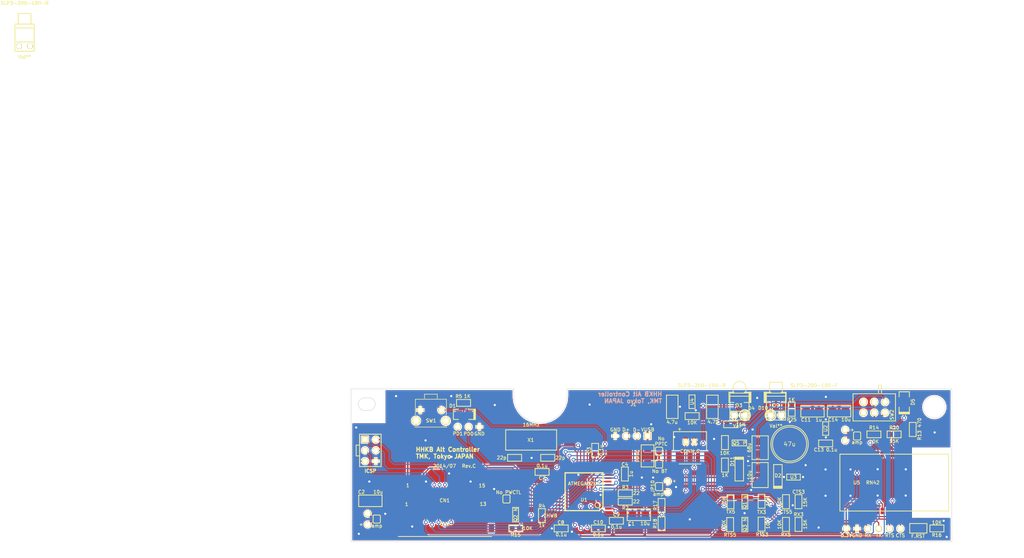
<source format=kicad_pcb>
(kicad_pcb (version 3) (host pcbnew "(2013-07-07 BZR 4022)-stable")
  (title_block (title "HHKB Alt Controller") (rev C) (company TMK))
  (layers (15 F.Cu signal) (0 B.Cu signal) (20 B.SilkS user) (21 F.SilkS user) (22 B.Mask user hide) (23 F.Mask user hide) (28 Edge.Cuts user))
  (net 0 "")
  (net 1 +3.3V)
  (net 2 /AREF)
  (net 3 /D+)
  (net 4 /D-)
  (net 5 /HHKB_GND)
  (net 6 /PB0)
  (net 7 /PB1)
  (net 8 /PB2)
  (net 9 /PB3)
  (net 10 /PB4)
  (net 11 /PB5)
  (net 12 /PB6)
  (net 13 /PB7)
  (net 14 /PC6)
  (net 15 /PC7)
  (net 16 /PD0)
  (net 17 /PD1)
  (net 18 /PD4)
  (net 19 /PD6)
  (net 20 /PD7)
  (net 21 /VUSB_RAW)
  (net 22 /bluetooth/3.3V_OUT)
  (net 23 /bluetooth/CONN)
  (net 24 /bluetooth/CTS_33)
  (net 25 /bluetooth/FACTORY_RESET)
  (net 26 /bluetooth/LED_STS)
  (net 27 /bluetooth/LIPO_RAW)
  (net 28 /bluetooth/LIPO_SW)
  (net 29 /bluetooth/PSEL)
  (net 30 /bluetooth/RTS_33)
  (net 31 /bluetooth/RX_33)
  (net 32 /bluetooth/TX_33)
  (net 33 /~RESET)
  (net 34 5V_BOOST)
  (net 35 BT_CONN)
  (net 36 BT_CTS)
  (net 37 BT_INDICATOR)
  (net 38 BT_RTS)
  (net 39 BT_RX)
  (net 40 BT_TX)
  (net 41 GND)
  (net 42 LINKED)
  (net 43 LIPO_SENSE)
  (net 44 "Net-(C13-Pad1)")
  (net 45 "Net-(C4-Pad1)")
  (net 46 "Net-(C5-Pad1)")
  (net 47 "Net-(C6-Pad1)")
  (net 48 "Net-(D1-Pad2)")
  (net 49 "Net-(D10-Pad1)")
  (net 50 "Net-(D2-Pad1)")
  (net 51 "Net-(D3-Pad1)")
  (net 52 "Net-(D5-Pad1)")
  (net 53 "Net-(Q5-PadG)")
  (net 54 "Net-(R11-Pad1)")
  (net 55 "Net-(R16-Pad2)")
  (net 56 "Net-(R2-Pad1)")
  (net 57 "Net-(R3-Pad1)")
  (net 58 "Net-(R4-Pad2)")
  (net 59 VUSB)
  (net 60 ~CHRG)
  (module SLP3-200-100-F (layer F.Cu) (at 0 0)
    (fp_text reference SLP3-200-100-R (at 0 -10.16) (layer F.SilkS) (effects (font (size 0.8 0.8))))
    (fp_text value Val** (at 0 2.54) (layer F.SilkS) (effects (font (size 0.8 0.8))))
    (pad 1 thru_hole circle (at -1.27 0) (size 1.3 1.3) (drill 1) (layers *.Cu *.Mask F.SilkS))
    (pad 2 thru_hole circle (at 1.27 0) (size 1.3 1.3) (drill 1) (layers *.Cu *.Mask F.SilkS))
  )
  (module SLP3-200-100-F (layer F.Cu) (at 0 0)
    (fp_text reference SLP3-200-100-R (at 0 -10.16) (layer F.SilkS) (effects (font (size 0.8 0.8))))
    (fp_text value Val** (at 0 2.54) (layer F.SilkS) (effects (font (size 0.8 0.8))))
    (pad 1 thru_hole circle (at -1.27 0) (size 1.3 1.3) (drill 1) (layers *.Cu *.Mask F.SilkS))
    (pad 2 thru_hole circle (at 1.27 0) (size 1.3 1.3) (drill 1) (layers *.Cu *.Mask F.SilkS))
  )
  (module PIN_1 (layer F.Cu) (at 102.05 89.75)
    (fp_text reference P5 hide)
    (fp_text value PD1 (at 0 1.61) (layer F.SilkS) (effects (font (size 0.8 0.8))))
    (pad 1 thru_hole circle (at 0 0) (size 1.524 1.524) (drill 1.016) (layers *.Cu *.Mask F.SilkS) (net 17 /PD1))
  )
  (module keyboard_parts:R_1608 (layer F.Cu) (at 173.6 112.7 90)
    (fp_text reference R1 hide)
    (fp_text value 10K (at 0.025 1.5 90) (layer F.SilkS) (effects (font (size 0.8 0.8))))
    (pad 2 smd rect (at 0.85 0 90) (size 1.1 1.1) (layers F.Cu F.Mask) (net 30 /bluetooth/RTS_33) (clearance 0.1))
    (pad 1 smd rect (at -0.85 0 90) (size 1.1 1.1) (layers F.Cu F.Mask) (net 1 +3.3V) (clearance 0.1))
  )
  (module keyboard_parts:R_1608 (layer F.Cu) (at 179.35 112.75 90)
    (fp_text reference R8 hide)
    (fp_text value 10K (at 0 -1.525 90) (layer F.SilkS) (effects (font (size 0.8 0.8))))
    (pad 2 smd rect (at 0.85 0 90) (size 1.1 1.1) (layers F.Cu F.Mask) (net 31 /bluetooth/RX_33) (clearance 0.1))
    (pad 1 smd rect (at -0.85 0 90) (size 1.1 1.1) (layers F.Cu F.Mask) (net 39 BT_RX) (clearance 0.1))
  )
  (module keyboard_parts:R_1608 (layer F.Cu) (at 150.05 108.3 270)
    (fp_text reference R17 (at 0 1.475 270) (layer F.SilkS) (effects (font (size 0.8 0.8))))
    (fp_text value R hide)
    (pad 2 smd rect (at 0.85 0 270) (size 1.1 1.1) (layers F.Cu F.Mask) (net 43 LIPO_SENSE) (clearance 0.1))
    (pad 1 smd rect (at -0.85 0 270) (size 1.1 1.1) (layers F.Cu F.Mask) (net 27 /bluetooth/LIPO_RAW) (clearance 0.1))
  )
  (module keyboard_parts:C_3216 (layer F.Cu) (at 144.7 110.5 180)
    (fp_text reference C1 (at 1.775 -2.1 180) (layer F.SilkS) (effects (font (size 0.8 0.8))))
    (fp_text value 10u (at -1.475 -2.05 180) (layer F.SilkS) (effects (font (size 0.8 0.8))))
    (pad 1 smd rect (at -1.5 0 180) (size 1.8 2) (layers F.Cu F.Mask) (net 34 5V_BOOST))
    (pad 2 smd rect (at 1.5 0 180) (size 1.8 2) (layers F.Cu F.Mask) (net 41 GND))
  )
  (module keyboard_parts:C_1608 (layer F.Cu) (at 139.4 111.9)
    (fp_text reference C9 (at 0 -1.45) (layer F.SilkS) (effects (font (size 0.8 0.8))))
    (fp_text value 0.1u (at 0 1.45) (layer F.SilkS) (effects (font (size 0.8 0.8))))
    (pad 2 smd rect (at 0.85 0) (size 1.1 1.1) (layers F.Cu F.Mask) (net 41 GND) (clearance 0.1))
    (pad 1 smd rect (at -0.85 0) (size 1.1 1.1) (layers F.Cu F.Mask) (net 34 5V_BOOST) (clearance 0.1))
  )
  (module keyboard_parts:R_1608 (layer F.Cu) (at 103.4 84.1 180)
    (fp_text reference R5 (at 1.125 1.55 180) (layer F.SilkS) (effects (font (size 0.8 0.8))))
    (fp_text value 1K (at -0.875 1.575 180) (layer F.SilkS) (effects (font (size 0.8 0.8))))
    (pad 2 smd rect (at 0.85 0 180) (size 1.1 1.1) (layers F.Cu F.Mask) (net 41 GND) (clearance 0.1))
    (pad 1 smd rect (at -0.85 0 180) (size 1.1 1.1) (layers F.Cu F.Mask) (net 48 "Net-(D1-Pad2)") (clearance 0.1))
  )
  (module keyboard_parts:C_1608 (layer F.Cu) (at 126.4 113.7 180)
    (fp_text reference C8 (at 0.075 1.4 180) (layer F.SilkS) (effects (font (size 0.8 0.8))))
    (fp_text value 0.1u (at 0 -1.45 180) (layer F.SilkS) (effects (font (size 0.8 0.8))))
    (pad 2 smd rect (at 0.85 0 180) (size 1.1 1.1) (layers F.Cu F.Mask) (net 41 GND) (clearance 0.1))
    (pad 1 smd rect (at -0.85 0 180) (size 1.1 1.1) (layers F.Cu F.Mask) (net 34 5V_BOOST) (clearance 0.1))
  )
  (module keyboard_parts:C_3216 (layer F.Cu) (at 81.45 107.2 180)
    (fp_text reference C2 (at 2.1 2.1 180) (layer F.SilkS) (effects (font (size 0.8 0.8))))
    (fp_text value 10u (at -1.825 2.1 180) (layer F.SilkS) (effects (font (size 0.8 0.8))))
    (pad 1 smd rect (at -1.5 0 180) (size 1.8 2) (layers F.Cu F.Mask) (net 34 5V_BOOST))
    (pad 2 smd rect (at 1.5 0 180) (size 1.8 2) (layers F.Cu F.Mask) (net 41 GND))
  )
  (module keyboard_parts:MOS_FET_SOT23-3_HSOL (layer F.Cu) (at 115.65 110.45 90)
    (fp_text reference Q2 (at -0.825 0.025 90) (layer F.SilkS) (effects (font (size 0.8 0.8))))
    (fp_text value N (at 1.2 0.05 90) (layer F.SilkS) (effects (font (size 0.8 0.8))))
    (pad G smd rect (at -0.95 1.3 90) (size 0.8 1.2) (layers F.Cu F.Mask) (net 18 /PD4))
    (pad D smd rect (at 0 -1.3 90) (size 0.8 1.2) (layers F.Cu F.Mask) (net 5 /HHKB_GND))
    (pad S smd rect (at 0.95 1.3 90) (size 0.8 1.2) (layers F.Cu F.Mask) (net 41 GND))
  )
  (module keyboard_parts:C_3216 (layer F.Cu) (at 191.85 86.05 180)
    (fp_text reference C14 (at 1.425 -2.025 180) (layer F.SilkS) (effects (font (size 0.8 0.8))))
    (fp_text value 10u (at -1.65 -2 180) (layer F.SilkS) (effects (font (size 0.8 0.8))))
    (pad 1 smd rect (at -1.5 0 180) (size 1.8 2) (layers F.Cu F.Mask) (net 22 /bluetooth/3.3V_OUT))
    (pad 2 smd rect (at 1.5 0 180) (size 1.8 2) (layers F.Cu F.Mask) (net 41 GND))
  )
  (module keyboard_parts:C_3225 (layer F.Cu) (at 173.275 94.675 270)
    (fp_text reference C15 hide)
    (fp_text value 68u (at 0 2.575 450) (layer F.SilkS) (effects (font (size 0.8 0.8))))
    (pad 1 smd rect (at -1.5 0 270) (size 1.8 3) (layers F.Cu F.Mask) (net 29 /bluetooth/PSEL))
    (pad 2 smd rect (at 1.5 0 270) (size 1.8 3) (layers F.Cu F.Mask) (net 41 GND))
  )
  (module keyboard_parts:MOS_FET_SOT23-3_HSOL (layer F.Cu) (at 168.375 93.525)
    (fp_text reference Q5 (at -0.775 0.05) (layer F.SilkS) (effects (font (size 0.8 0.8))))
    (fp_text value P (at 1.225 0.05) (layer F.SilkS) (effects (font (size 0.8 0.8))))
    (pad G smd rect (at -0.95 1.3) (size 0.8 1.2) (layers F.Cu F.Mask) (net 53 "Net-(Q5-PadG)"))
    (pad D smd rect (at 0 -1.3) (size 0.8 1.2) (layers F.Cu F.Mask) (net 28 /bluetooth/LIPO_SW))
    (pad S smd rect (at 0.95 1.3) (size 0.8 1.2) (layers F.Cu F.Mask) (net 29 /bluetooth/PSEL))
  )
  (module keyboard_parts:MOS_FET_SOT23-3_HSOL (layer F.Cu) (at 169.65 107.4 90)
    (fp_text reference Q1 (at -0.8 0.025 90) (layer F.SilkS) (effects (font (size 0.8 0.8))))
    (fp_text value N (at 1.1 0.075 90) (layer F.SilkS) (effects (font (size 0.8 0.8))))
    (pad G smd rect (at -0.95 1.3 90) (size 0.8 1.2) (layers F.Cu F.Mask) (net 1 +3.3V))
    (pad D smd rect (at 0 -1.3 90) (size 0.8 1.2) (layers F.Cu F.Mask) (net 40 BT_TX))
    (pad S smd rect (at 0.95 1.3 90) (size 0.8 1.2) (layers F.Cu F.Mask) (net 32 /bluetooth/TX_33))
  )
  (module keyboard_parts:D_SOD123 (layer F.Cu) (at 177.45 101.2 90)
    (fp_text reference D2 (at -0.05 0 180) (layer F.SilkS) (effects (font (size 0.8 0.8))))
    (fp_text value "Schottky diode" hide)
    (pad 1 smd rect (at 1.7 0 90) (size 1.1 1.4) (layers F.Cu F.Mask) (net 50 "Net-(D2-Pad1)"))
    (pad 2 smd rect (at -1.7 0 90) (size 1.1 1.4) (layers F.Cu F.Mask) (net 34 5V_BOOST))
  )
  (module USB_miniB_hirose_new (layer F.Cu) (at 143.4 86.9 180)
    (fp_text reference J1 (at 0 2.45 180) (layer F.SilkS) (effects (font (size 0.8 0.8))))
    (fp_text value USB_mini_micro_B hide)
    (pad 1 smd rect (at -1.6 0 180) (size 0.5 1.8) (layers F.Cu F.Mask) (net 21 /VUSB_RAW))
    (pad 2 smd rect (at -0.8 0 180) (size 0.5 1.8) (layers F.Cu F.Mask) (net 4 /D-))
    (pad 3 smd rect (at 0 0 180) (size 0.5 1.8) (layers F.Cu F.Mask) (net 3 /D+))
    (pad 4 smd rect (at 0.8 0 180) (size 0.5 1.8) (layers F.Cu F.Mask))
    (pad 5 smd rect (at 1.6 0 180) (size 0.5 1.8) (layers F.Cu F.Mask) (net 41 GND))
    (pad 6 smd rect (at -4.2 2.4 180) (size 2.5 4.2) (layers F.Cu F.Mask) (net 41 GND))
    (pad 6 smd rect (at 4.2 2.4 180) (size 2.5 4.2) (layers F.Cu F.Mask) (net 41 GND))
  )
  (module HHKB_PRO2_ZH13 (layer F.Cu) (at 90 110.1)
    (fp_text reference CN2 (at 9 2.55) (layer F.SilkS) (effects (font (size 0.8 0.8))))
    (fp_text value CONN_13 hide)
    (pad 1 smd rect (at 0 0 180) (size 0.7 2.6) (layers F.Cu F.Mask) (net 34 5V_BOOST))
    (pad 2 smd rect (at 1.5 0 180) (size 0.7 2.6) (layers F.Cu F.Mask) (net 34 5V_BOOST))
    (pad 3 smd rect (at 3 0 180) (size 0.7 2.6) (layers F.Cu F.Mask) (net 20 /PD7))
    (pad 4 smd rect (at 4.5 0 180) (size 0.7 2.6) (layers F.Cu F.Mask) (net 13 /PB7))
    (pad 5 smd rect (at 6 0 180) (size 0.7 2.6) (layers F.Cu F.Mask) (net 6 /PB0))
    (pad 6 smd rect (at 7.5 0 180) (size 0.7 2.6) (layers F.Cu F.Mask) (net 7 /PB1))
    (pad 14 smd rect (at 19.95 3.55 180) (size 1.3 2.1) (layers F.Cu F.Mask))
    (pad 15 smd rect (at -1.95 3.55 180) (size 1.3 2.1) (layers F.Cu F.Mask))
    (pad 7 smd rect (at 9 0 180) (size 0.7 2.6) (layers F.Cu F.Mask) (net 8 /PB2))
    (pad 8 smd rect (at 10.5 0 180) (size 0.7 2.6) (layers F.Cu F.Mask) (net 9 /PB3))
    (pad 9 smd rect (at 12 0 180) (size 0.7 2.6) (layers F.Cu F.Mask) (net 10 /PB4))
    (pad 10 smd rect (at 13.5 0 180) (size 0.7 2.6) (layers F.Cu F.Mask) (net 11 /PB5))
    (pad 11 smd rect (at 15 0 180) (size 0.7 2.6) (layers F.Cu F.Mask) (net 12 /PB6))
    (pad 12 smd rect (at 16.5 0 180) (size 0.7 2.6) (layers F.Cu F.Mask) (net 5 /HHKB_GND))
    (pad 13 smd rect (at 18 0 180) (size 0.7 2.6) (layers F.Cu F.Mask) (net 5 /HHKB_GND))
  )
  (module SW_TACT_TH_HORIZ_LOW (layer F.Cu) (at 95.7 85.8 180)
    (fp_text reference SW1 (at -0.05 -2.5 180) (layer F.SilkS) (effects (font (size 0.8 0.8))))
    (fp_text value SW_PUSH hide)
    (pad 1 thru_hole circle (at 2.5 0 180) (size 1.6 1.6) (drill 1) (layers *.Cu *.Mask F.SilkS) (net 41 GND))
    (pad 2 thru_hole circle (at -2.5 0 180) (size 1.6 1.6) (drill 1) (layers *.Cu *.Mask F.SilkS) (net 33 /~RESET))
    (pad 3 thru_hole circle (at 3.5 -2.5 180) (size 2 2) (drill 1.3) (layers *.Cu *.Mask F.SilkS))
    (pad 4 thru_hole circle (at -3.5 -2.55 180) (size 2 2) (drill 1.3) (layers *.Cu *.Mask F.SilkS))
  )
  (module PIN_1 (layer F.Cu) (at 141.676 91.903)
    (fp_text reference P2 hide)
    (fp_text value D+ (at -0.001 -1.503) (layer F.SilkS) (effects (font (size 0.8 0.8))))
    (pad 1 thru_hole circle (at 0 0) (size 1.524 1.524) (drill 1.016) (layers *.Cu *.Mask F.SilkS) (net 3 /D+))
  )
  (module PIN_1 (layer F.Cu) (at 139.136 91.903)
    (fp_text reference P1 hide)
    (fp_text value GND (at 0.014 -1.478) (layer F.SilkS) (effects (font (size 0.8 0.8))))
    (pad 1 thru_hole circle (at 0 0) (size 1.524 1.524) (drill 1.016) (layers *.Cu *.Mask F.SilkS) (net 41 GND))
  )
  (module PIN_1 (layer F.Cu) (at 144.216 91.903)
    (fp_text reference P3 hide)
    (fp_text value D- (at -0.016 -1.453) (layer F.SilkS) (effects (font (size 0.8 0.8))))
    (pad 1 thru_hole circle (at 0 0) (size 1.524 1.524) (drill 1.016) (layers *.Cu *.Mask F.SilkS) (net 4 /D-))
  )
  (module PIN_1 (layer F.Cu) (at 198.65 113.75)
    (fp_text reference P111 hide)
    (fp_text value CONN_1 hide)
    (pad 1 thru_hole circle (at 0 0) (size 1.524 1.524) (drill 1.016) (layers *.Cu *.Mask F.SilkS) (net 31 /bluetooth/RX_33))
  )
  (module PIN_1 (layer F.Cu) (at 201.2 113.75)
    (fp_text reference P112 hide)
    (fp_text value CONN_1 hide)
    (pad 1 thru_hole circle (at 0 0) (size 1.524 1.524) (drill 1.016) (layers *.Cu *.Mask F.SilkS) (net 32 /bluetooth/TX_33))
  )
  (module PIN_1 (layer F.Cu) (at 193.55 113.75)
    (fp_text reference P110 hide)
    (fp_text value CONN_1 hide)
    (pad 1 thru_hole circle (at 0 0) (size 1.524 1.524) (drill 1.016) (layers *.Cu *.Mask F.SilkS) (net 1 +3.3V))
  )
  (module PIN_1 (layer F.Cu) (at 196.1 113.75)
    (fp_text reference P113 hide)
    (fp_text value CONN_1 hide)
    (pad 1 thru_hole circle (at 0 0) (size 1.524 1.524) (drill 1.016) (layers *.Cu *.Mask F.SilkS) (net 41 GND))
  )
  (module PIN_1 (layer F.Cu) (at 203.75 113.75)
    (fp_text reference P115 hide)
    (fp_text value CONN_1 hide)
    (pad 1 thru_hole circle (at 0 0) (size 1.524 1.524) (drill 1.016) (layers *.Cu *.Mask F.SilkS) (net 30 /bluetooth/RTS_33))
  )
  (module PIN_1 (layer F.Cu) (at 167.33 88.22)
    (fp_text reference "" (at 0 -1.45) (layer F.SilkS) (effects (font (size 0.8128 0.8128) (thickness 0.1524))))
    (fp_text value CONN_1 hide)
  )
  (module PIN_1 (layer F.Cu) (at 169.87 88.22)
    (fp_text reference "" (at 0 -1.45) (layer F.SilkS) (effects (font (size 0.8128 0.8128) (thickness 0.1524))))
    (fp_text value CONN_1 hide)
  )
  (module SOLDER_JUMPER_2 (layer F.Cu) (at 82.95 111.5 90)
    (fp_text reference JP11 hide)
    (fp_text value JUMPER hide)
    (pad 2 smd rect (at 0.4 0 90) (size 0.6 1.2) (layers F.Cu F.Mask) (net 34 5V_BOOST) (clearance 0.1))
    (pad 1 smd rect (at -0.4 0 90) (size 0.6 1.2) (layers F.Cu F.Mask) (net 34 5V_BOOST) (clearance 0.1))
  )
  (module PIN_1 (layer F.Cu) (at 80.8 110.23 90)
    (fp_text reference P10 hide)
    (fp_text value CONN_1 hide)
    (pad 1 thru_hole circle (at 0 0 90) (size 1.524 1.524) (drill 1.016) (layers *.Cu *.Mask F.SilkS) (net 34 5V_BOOST))
  )
  (module PIN_1 (layer F.Cu) (at 80.8 112.77 90)
    (fp_text reference P9 hide)
    (fp_text value CONN_1 hide)
    (pad 1 thru_hole circle (at 0 0 90) (size 1.524 1.524) (drill 1.016) (layers *.Cu *.Mask F.SilkS) (net 34 5V_BOOST))
  )
  (module SOLDER_JUMPER_2 (layer F.Cu) (at 196.1 91.9 270)
    (fp_text reference JP12 hide)
    (fp_text value JUMPER hide)
    (pad 2 smd rect (at 0.4 0 270) (size 0.6 1.2) (layers F.Cu F.Mask) (net 1 +3.3V) (clearance 0.1))
    (pad 1 smd rect (at -0.4 0 270) (size 0.6 1.2) (layers F.Cu F.Mask) (net 1 +3.3V) (clearance 0.1))
  )
  (module PIN_1 (layer F.Cu) (at 193.3 93)
    (fp_text reference P131 hide)
    (fp_text value CONN_1 hide)
    (pad 1 thru_hole circle (at 0 0) (size 1.524 1.524) (drill 1.016) (layers *.Cu *.Mask F.SilkS) (net 1 +3.3V))
  )
  (module PIN_1 (layer F.Cu) (at 193.3 90.45)
    (fp_text reference P130 hide)
    (fp_text value CONN_1 hide)
    (pad 1 thru_hole circle (at 0 0) (size 1.524 1.524) (drill 1.016) (layers *.Cu *.Mask F.SilkS) (net 1 +3.3V))
  )
  (module SOLDER_JUMPER_2 (layer F.Cu) (at 113.5 106.75 270)
    (fp_text reference JP3 hide)
    (fp_text value JUMPER hide)
    (pad 2 smd rect (at 0.4 0 270) (size 0.6 1.2) (layers F.Cu F.Mask) (net 5 /HHKB_GND) (clearance 0.1))
    (pad 1 smd rect (at -0.4 0 270) (size 0.6 1.2) (layers F.Cu F.Mask) (net 41 GND) (clearance 0.1))
  )
  (module LED_2012_HSOL (layer F.Cu) (at 168.3 82.8)
    (fp_text reference D3 (at 0 1.9) (layer F.SilkS) (effects (font (size 0.8 0.8))))
    (fp_text value LED hide)
    (pad 1 smd rect (at -1.1 0) (size 1.6 1.6) (layers F.Cu F.Mask) (net 51 "Net-(D3-Pad1)"))
    (pad 2 smd rect (at 1.1 0) (size 1.6 1.6) (drill (offset 0.1 0)) (layers F.Cu F.Mask) (net 60 ~CHRG))
  )
  (module LED_2012_HSOL (layer F.Cu) (at 103.4 86.8)
    (fp_text reference D1 (at -2.6 -2 180) (layer F.SilkS) (effects (font (size 0.8 0.8))))
    (fp_text value LED hide)
    (pad 1 smd rect (at -1.1 0) (size 1.6 1.6) (layers F.Cu F.Mask) (net 19 /PD6))
    (pad 2 smd rect (at 1.1 0) (size 1.6 1.6) (drill (offset 0.1 0)) (layers F.Cu F.Mask) (net 48 "Net-(D1-Pad2)"))
  )
  (module HHKB_JP_HRS_DF14_15P (layer F.Cu) (at 107.75 105.4 180)
    (fp_text reference CN1 (at 8.8 -1.7 180) (layer F.SilkS) (effects (font (size 0.8 0.8))))
    (fp_text value CONN_15 hide)
    (pad 17 smd rect (at 19.9 -5.1 180) (size 2 2.6) (layers F.Cu F.Mask))
    (pad 7 smd rect (at 10 0 180) (size 0.7 1.8) (layers F.Cu F.Mask) (net 8 /PB2))
    (pad 6 smd rect (at 11.25 0 180) (size 0.7 1.8) (layers F.Cu F.Mask) (net 7 /PB1))
    (pad 4 smd rect (at 13.75 0 180) (size 0.7 1.8) (layers F.Cu F.Mask) (net 13 /PB7))
    (pad 5 smd rect (at 12.5 0 180) (size 0.7 1.8) (layers F.Cu F.Mask) (net 6 /PB0))
    (pad 1 smd rect (at 17.5 0 180) (size 0.7 1.8) (layers F.Cu F.Mask) (net 34 5V_BOOST))
    (pad 2 smd rect (at 16.25 0 180) (size 0.7 1.8) (layers F.Cu F.Mask) (net 34 5V_BOOST))
    (pad 3 smd rect (at 15 0 180) (size 0.7 1.8) (layers F.Cu F.Mask) (net 20 /PD7))
    (pad 11 smd rect (at 5 0 180) (size 0.7 1.8) (layers F.Cu F.Mask) (net 12 /PB6))
    (pad 10 smd rect (at 6.25 0 180) (size 0.7 1.8) (layers F.Cu F.Mask) (net 11 /PB5))
    (pad 8 smd rect (at 8.75 0 180) (size 0.7 1.8) (layers F.Cu F.Mask) (net 9 /PB3))
    (pad 9 smd rect (at 7.5 0 180) (size 0.7 1.8) (layers F.Cu F.Mask) (net 10 /PB4))
    (pad 13 smd rect (at 2.5 0 180) (size 0.7 1.8) (layers F.Cu F.Mask) (net 5 /HHKB_GND))
    (pad 12 smd rect (at 3.75 0 180) (size 0.7 1.8) (layers F.Cu F.Mask) (net 5 /HHKB_GND))
    (pad 14 smd rect (at 1.25 0 180) (size 0.7 1.8) (layers F.Cu F.Mask) (net 14 /PC6))
    (pad 15 smd rect (at 0 0 180) (size 0.7 1.8) (layers F.Cu F.Mask) (net 15 /PC7))
    (pad 16 smd rect (at -2.4 -5.1 180) (size 2 2.6) (layers F.Cu F.Mask))
  )
  (module AVR_ICSP_3x2 (layer F.Cu) (at 81.45 95.3 270)
    (fp_text reference P8 hide)
    (fp_text value CONN_3X2 hide)
    (pad 1 thru_hole rect (at -2.54 1.27 270) (size 1.524 1.524) (drill 1.016) (layers *.Cu *.Mask F.SilkS) (net 9 /PB3))
    (pad 2 thru_hole circle (at -2.54 -1.27 270) (size 1.524 1.524) (drill 1.016) (layers *.Cu *.Mask F.SilkS) (net 34 5V_BOOST))
    (pad 3 thru_hole circle (at 0 1.27 270) (size 1.524 1.524) (drill 1.016) (layers *.Cu *.Mask F.SilkS) (net 7 /PB1))
    (pad 4 thru_hole circle (at 0 -1.27 270) (size 1.524 1.524) (drill 1.016) (layers *.Cu *.Mask F.SilkS) (net 8 /PB2))
    (pad 5 thru_hole circle (at 2.54 1.27 270) (size 1.524 1.524) (drill 1.016) (layers *.Cu *.Mask F.SilkS) (net 33 /~RESET))
    (pad 6 thru_hole circle (at 2.54 -1.27 270) (size 1.524 1.524) (drill 1.016) (layers *.Cu *.Mask F.SilkS) (net 41 GND))
  )
  (module HC-49_SMT (layer F.Cu) (at 119.325 92.85)
    (fp_text reference X1 (at -0.1 0 180) (layer F.SilkS) (effects (font (size 0.8 0.8))))
    (fp_text value 16MHz (at 0 -3.6) (layer F.SilkS) (effects (font (size 0.8 0.8))))
    (pad 1 smd rect (at -4.75 0) (size 5.5 2) (layers F.Cu F.Mask) (net 46 "Net-(C5-Pad1)"))
    (pad 2 smd rect (at 4.75 0) (size 5.5 2) (layers F.Cu F.Mask) (net 47 "Net-(C6-Pad1)"))
  )
  (module SOLDER_JUMPER_2 (layer F.Cu) (at 149.45 98.5 270)
    (fp_text reference JP2 hide)
    (fp_text value JUMPER hide)
    (pad 2 smd rect (at 0.4 0 270) (size 0.6 1.2) (layers F.Cu F.Mask) (net 34 5V_BOOST) (clearance 0.1))
    (pad 1 smd rect (at -0.4 0 270) (size 0.6 1.2) (layers F.Cu F.Mask) (net 59 VUSB) (clearance 0.1))
  )
  (module PIN_1 (layer F.Cu) (at 107.15 89.75)
    (fp_text reference P7 hide)
    (fp_text value GND (at -0.01 1.64) (layer F.SilkS) (effects (font (size 0.8 0.8))))
    (pad 1 thru_hole circle (at -0.02 0) (size 1.524 1.524) (drill 1.016) (layers *.Cu *.Mask F.SilkS) (net 41 GND))
  )
  (module PIN_1 (layer F.Cu) (at 206.3 113.75)
    (fp_text reference P114 hide)
    (fp_text value CONN_1 hide)
    (pad 1 thru_hole circle (at 0 0) (size 1.524 1.524) (drill 1.016) (layers *.Cu *.Mask F.SilkS) (net 24 /bluetooth/CTS_33))
  )
  (module RN42 (layer F.Cu) (at 208.05 96.2 270)
    (fp_text reference U5 (at 6.7 12.05 360) (layer F.SilkS) (effects (font (size 0.8 0.8))))
    (fp_text value RN42 (at 6.7 8.25 360) (layer F.SilkS) (effects (font (size 0.8 0.8))))
    (pad 11 smd rect (at 0 12 270) (size 1.5 0.8) (layers F.Cu F.Mask) (net 1 +3.3V))
    (pad 12 smd rect (at 0 13.2 270) (size 1.5 0.8) (layers F.Cu F.Mask) (net 41 GND))
    (pad 10 smd rect (at 0 10.8 270) (size 1.5 0.8) (layers F.Cu F.Mask))
    (pad 9 smd rect (at 0 9.6 270) (size 1.5 0.8) (layers F.Cu F.Mask))
    (pad 5 smd rect (at 0 4.8 270) (size 1.5 0.8) (layers F.Cu F.Mask))
    (pad 6 smd rect (at 0 6 270) (size 1.5 0.8) (layers F.Cu F.Mask))
    (pad 8 smd rect (at 0 8.4 270) (size 1.5 0.8) (layers F.Cu F.Mask))
    (pad 7 smd rect (at 0 7.2 270) (size 1.5 0.8) (layers F.Cu F.Mask))
    (pad 3 smd rect (at 0 2.4 270) (size 1.5 0.8) (layers F.Cu F.Mask) (net 23 /bluetooth/CONN))
    (pad 4 smd rect (at 0 3.6 270) (size 1.5 0.8) (layers F.Cu F.Mask))
    (pad 2 smd rect (at 0 1.2 270) (size 1.5 0.8) (layers F.Cu F.Mask))
    (pad 1 smd rect (at 0 0 270) (size 1.5 0.8) (layers F.Cu F.Mask) (net 41 GND))
    (pad 13 smd rect (at 13.4 13.2 270) (size 1.5 0.8) (layers F.Cu F.Mask) (net 31 /bluetooth/RX_33))
    (pad 14 smd rect (at 13.4 12 270) (size 1.5 0.8) (layers F.Cu F.Mask) (net 32 /bluetooth/TX_33))
    (pad 15 smd rect (at 13.4 10.8 270) (size 1.5 0.8) (layers F.Cu F.Mask) (net 30 /bluetooth/RTS_33))
    (pad 16 smd rect (at 13.4 9.6 270) (size 1.5 0.8) (layers F.Cu F.Mask) (net 24 /bluetooth/CTS_33))
    (pad 17 smd rect (at 13.4 8.4 270) (size 1.5 0.8) (layers F.Cu F.Mask))
    (pad 18 smd rect (at 13.4 7.2 270) (size 1.5 0.8) (layers F.Cu F.Mask))
    (pad 19 smd rect (at 13.4 6 270) (size 1.5 0.8) (layers F.Cu F.Mask) (net 42 LINKED))
    (pad 20 smd rect (at 13.4 4.8 270) (size 1.5 0.8) (layers F.Cu F.Mask))
    (pad 21 smd rect (at 13.4 3.6 270) (size 1.5 0.8) (layers F.Cu F.Mask) (net 26 /bluetooth/LED_STS))
    (pad 22 smd rect (at 13.4 2.4 270) (size 1.5 0.8) (layers F.Cu F.Mask) (net 25 /bluetooth/FACTORY_RESET))
    (pad 23 smd rect (at 13.4 1.2 270) (size 1.5 0.8) (layers F.Cu F.Mask))
    (pad 24 smd rect (at 13.4 0 270) (size 1.5 0.8) (layers F.Cu F.Mask))
    (pad 35 smd rect (at 2.6 16 270) (size 0.8 1.5) (layers F.Cu F.Mask) (clearance 0.1778))
    (pad 29 smd rect (at 3.6 16 270) (size 0.8 1.5) (layers F.Cu F.Mask) (net 41 GND) (clearance 0.1778))
    (pad 34 smd rect (at 4.9 16 270) (size 0.8 1.5) (layers F.Cu F.Mask))
    (pad 33 smd rect (at 6.1 16 270) (size 0.8 1.5) (layers F.Cu F.Mask))
    (pad 32 smd rect (at 7.3 16 270) (size 0.8 1.5) (layers F.Cu F.Mask))
    (pad 31 smd rect (at 8.5 16 270) (size 0.8 1.5) (layers F.Cu F.Mask))
    (pad 28 smd rect (at 9.8 16 270) (size 0.8 1.5) (layers F.Cu F.Mask) (net 41 GND) (clearance 0.1778))
    (pad 30 smd rect (at 10.8 16 270) (size 0.8 1.5) (layers F.Cu F.Mask) (clearance 0.1778))
  )
  (module LED_TH (layer F.Cu) (at 168.4 87)
    (fp_text reference D4 (at 2.8 -1.65) (layer F.SilkS) (effects (font (size 0.8 0.8))))
    (fp_text value LED hide)
    (pad 1 thru_hole circle (at -1.27 0) (size 1.6 1.6) (drill 1) (layers *.Cu *.Mask F.SilkS) (net 51 "Net-(D3-Pad1)"))
    (pad 2 thru_hole circle (at 1.27 0) (size 1.6 1.6) (drill 1) (layers *.Cu *.Mask F.SilkS) (net 60 ~CHRG))
  )
  (module SOLDER_JUMPER_2 (layer F.Cu) (at 149.45 95.5 270)
    (fp_text reference JP1 hide)
    (fp_text value JUMPER hide)
    (pad 2 smd rect (at 0.4 0 270) (size 0.6 1.2) (layers F.Cu F.Mask) (net 59 VUSB) (clearance 0.1))
    (pad 1 smd rect (at -0.4 0 270) (size 0.6 1.2) (layers F.Cu F.Mask) (net 21 /VUSB_RAW) (clearance 0.1))
  )
  (module PIN_1_SQUARE (layer F.Cu) (at 146.75 91.9)
    (fp_text reference P4 hide)
    (fp_text value VUSB (at 0.025 -1.5) (layer F.SilkS) (effects (font (size 0.8 0.8))))
    (pad 1 thru_hole rect (at 0 0) (size 1.524 1.524) (drill 1.016) (layers *.Cu *.Mask F.SilkS) (net 21 /VUSB_RAW))
  )
  (module PPTC_nano (layer F.Cu) (at 146.75 96.6 270)
    (fp_text reference PPTC1 hide)
    (fp_text value PPTC (at 0 2.3 270) (layer F.SilkS) (effects (font (size 0.8 0.8))))
    (pad 1 smd rect (at -1.5 0 270) (size 1 1.6) (layers F.Cu F.Mask) (net 21 /VUSB_RAW))
    (pad 2 smd rect (at 1.5 0 270) (size 1 1.6) (layers F.Cu F.Mask) (net 59 VUSB))
  )
  (module LED_2012_HSOL (layer F.Cu) (at 207.21 83.89 270)
    (fp_text reference D5 (at 0.01 -2.04 270) (layer F.SilkS) (effects (font (size 0.8 0.8))))
    (fp_text value LED hide)
    (pad 1 smd rect (at -1.1 0 270) (size 1.6 1.6) (layers F.Cu F.Mask) (net 52 "Net-(D5-Pad1)"))
    (pad 2 smd rect (at 1.1 0 270) (size 1.6 1.6) (drill (offset 0.1 0)) (layers F.Cu F.Mask) (net 26 /bluetooth/LED_STS))
  )
  (module LED_2012_HSOL (layer F.Cu) (at 177 82.8 180)
    (fp_text reference D9 (at 0 -1.9 180) (layer F.SilkS) (effects (font (size 0.8 0.8))))
    (fp_text value LED hide)
    (pad 1 smd rect (at -1.1 0 180) (size 1.6 1.6) (layers F.Cu F.Mask) (net 49 "Net-(D10-Pad1)"))
    (pad 2 smd rect (at 1.1 0 180) (size 1.6 1.6) (drill (offset 0.1 0)) (layers F.Cu F.Mask) (net 37 BT_INDICATOR))
  )
  (module LED_TH (layer F.Cu) (at 177 87 180)
    (fp_text reference D10 (at 3.05 1.7 180) (layer F.SilkS) (effects (font (size 0.8 0.8))))
    (fp_text value LED hide)
    (pad 1 thru_hole circle (at -1.27 0 180) (size 1.6 1.6) (drill 1) (layers *.Cu *.Mask F.SilkS) (net 49 "Net-(D10-Pad1)"))
    (pad 2 thru_hole circle (at 1.27 0 180) (size 1.6 1.6) (drill 1) (layers *.Cu *.Mask F.SilkS) (net 37 BT_INDICATOR))
  )
  (module SW_MINI_SLIDE (layer F.Cu) (at 200.15 85.16)
    (fp_text reference SW2 (at 4.15 1.74 90) (layer F.SilkS) (effects (font (size 0.8 0.8))))
    (fp_text value SW_DPDT hide)
    (pad 3 thru_hole circle (at -2.54 -1.27) (size 1.6 1.6) (drill 1) (layers *.Cu *.Mask F.SilkS))
    (pad 2 thru_hole circle (at 2.54 -1.27) (size 1.6 1.6) (drill 1) (layers *.Cu *.Mask F.SilkS) (net 27 /bluetooth/LIPO_RAW))
    (pad 1 thru_hole circle (at 0 -1.27) (size 1.6 1.6) (drill 1) (layers *.Cu *.Mask F.SilkS) (net 28 /bluetooth/LIPO_SW))
    (pad 4 thru_hole circle (at 0 1.27) (size 1.6 1.6) (drill 1) (layers *.Cu *.Mask F.SilkS) (net 22 /bluetooth/3.3V_OUT))
    (pad 5 thru_hole circle (at 2.54 1.27) (size 1.6 1.6) (drill 1) (layers *.Cu *.Mask F.SilkS) (net 1 +3.3V))
    (pad 6 thru_hole circle (at -2.54 1.27) (size 1.6 1.6) (drill 1) (layers *.Cu *.Mask F.SilkS))
  )
  (module SOLDER_JUMPER_2 (layer F.Cu) (at 149.45 103.85 270)
    (fp_text reference JP10 (at -0.05 1.5 270) (layer F.SilkS) (effects (font (size 0.8 0.8))))
    (fp_text value JUMPER hide)
    (pad 2 smd rect (at 0.4 0 270) (size 0.6 1.2) (layers F.Cu F.Mask) (net 34 5V_BOOST) (clearance 0.1))
    (pad 1 smd rect (at -0.4 0 270) (size 0.6 1.2) (layers F.Cu F.Mask) (net 34 5V_BOOST) (clearance 0.1))
  )
  (module PIN_1 (layer F.Cu) (at 151.5 102.6)
    (fp_text reference P11 hide)
    (fp_text value CONN_1 hide)
    (pad 1 thru_hole circle (at 0 0) (size 1.524 1.524) (drill 1.016) (layers *.Cu *.Mask F.SilkS) (net 34 5V_BOOST))
  )
  (module PIN_1 (layer F.Cu) (at 151.5 105.15)
    (fp_text reference P12 hide)
    (fp_text value CONN_1 hide)
    (pad 1 thru_hole circle (at 0 0) (size 1.524 1.524) (drill 1.016) (layers *.Cu *.Mask F.SilkS) (net 34 5V_BOOST))
  )
  (module R_1608_NOGUIDE (layer F.Cu) (at 210.45 113.7 180)
    (fp_text reference R19 hide)
    (fp_text value F.RST hide)
    (pad 2 smd rect (at 0.85 0 180) (size 1.1 1.1) (layers F.Cu F.Mask) (net 25 /bluetooth/FACTORY_RESET))
    (pad 1 smd rect (at -0.85 0 180) (size 1.1 1.1) (layers F.Cu F.Mask) (net 55 "Net-(R16-Pad2)"))
  )
  (module keyboard_parts:D_SOD123 (layer F.Cu) (at 168.35 99.95 270)
    (fp_text reference D11 (at -2.05 1.65 270) (layer F.SilkS) (effects (font (size 0.8 0.8))))
    (fp_text value "Schottky diode" hide)
    (pad 1 smd rect (at 1.7 0 270) (size 1.1 1.4) (layers F.Cu F.Mask) (net 59 VUSB))
    (pad 2 smd rect (at -1.7 0 270) (size 1.1 1.4) (layers F.Cu F.Mask) (net 29 /bluetooth/PSEL))
  )
  (module keyboard_parts:PIN_1 (layer F.Cu) (at 104.59 89.75)
    (fp_text reference P6 hide)
    (fp_text value PD0 (at -0.01 1.66) (layer F.SilkS) (effects (font (size 0.8 0.8))))
    (pad 1 thru_hole circle (at 0 0) (size 1.524 1.524) (drill 1.016) (layers *.Cu *.Mask F.SilkS) (net 16 /PD0))
  )
  (module keyboard_parts:C_3216 (layer F.Cu) (at 162.025 85.025 270)
    (fp_text reference C16 hide)
    (fp_text value 4.7u (at 3.525 -0.125 360) (layer F.SilkS) (effects (font (size 0.8 0.8))))
    (pad 1 smd rect (at -1.5 0 270) (size 1.8 2) (layers F.Cu F.Mask) (net 27 /bluetooth/LIPO_RAW))
    (pad 2 smd rect (at 1.5 0 270) (size 1.8 2) (layers F.Cu F.Mask) (net 41 GND))
  )
  (module keyboard_parts:C_3216 (layer F.Cu) (at 152.575 85.025 270)
    (fp_text reference C18 hide)
    (fp_text value 4.7u (at 3.625 0.05 360) (layer F.SilkS) (effects (font (size 0.8 0.8))))
    (pad 1 smd rect (at -1.5 0 270) (size 1.8 2) (layers F.Cu F.Mask) (net 59 VUSB))
    (pad 2 smd rect (at 1.5 0 270) (size 1.8 2) (layers F.Cu F.Mask) (net 41 GND))
  )
  (module keyboard_parts:R_1608 (layer F.Cu) (at 157.25 87.225)
    (fp_text reference R11 hide)
    (fp_text value 10K (at 0 1.525) (layer F.SilkS) (effects (font (size 0.8 0.8))))
    (pad 2 smd rect (at 0.85 0) (size 1.1 1.1) (layers F.Cu F.Mask) (net 41 GND) (clearance 0.1))
    (pad 1 smd rect (at -0.85 0) (size 1.1 1.1) (layers F.Cu F.Mask) (net 54 "Net-(R11-Pad1)") (clearance 0.1))
  )
  (module keyboard_parts:SOT23-5_HSOL (layer F.Cu) (at 157.225 83.825 90)
    (fp_text reference U4 (at 0 0 90) (layer F.SilkS) (effects (font (size 0.8 0.8))))
    (fp_text value MCP73831 hide)
    (pad 1 smd rect (at -0.95 1.3 90) (size 0.6 1.2) (layers F.Cu F.Mask) (net 60 ~CHRG))
    (pad 3 smd rect (at 0.95 1.3 90) (size 0.6 1.2) (layers F.Cu F.Mask) (net 27 /bluetooth/LIPO_RAW))
    (pad 2 smd rect (at 0 1.3 90) (size 0.6 1.2) (layers F.Cu F.Mask) (net 41 GND))
    (pad 5 smd rect (at -0.95 -1.3 90) (size 0.6 1.2) (layers F.Cu F.Mask) (net 54 "Net-(R11-Pad1)"))
    (pad 4 smd rect (at 0.95 -1.3 90) (size 0.6 1.2) (layers F.Cu F.Mask) (net 59 VUSB))
  )
  (module keyboard_parts:MOS_FET_SOT23-3_HSOL (layer F.Cu) (at 169.65 112.8 90)
    (fp_text reference Q3 (at -0.775 0.05 90) (layer F.SilkS) (effects (font (size 0.8 0.8))))
    (fp_text value N (at 1.15 0.05 90) (layer F.SilkS) (effects (font (size 0.8 0.8))))
    (pad G smd rect (at -0.95 1.3 90) (size 0.8 1.2) (layers F.Cu F.Mask) (net 1 +3.3V))
    (pad D smd rect (at 0 -1.3 90) (size 0.8 1.2) (layers F.Cu F.Mask) (net 38 BT_RTS))
    (pad S smd rect (at 0.95 1.3 90) (size 0.8 1.2) (layers F.Cu F.Mask) (net 30 /bluetooth/RTS_33))
  )
  (module keyboard_parts:SOT23-5_HSOL (layer F.Cu) (at 181.125 101.6)
    (fp_text reference U3 (at 0 0) (layer F.SilkS) (effects (font (size 0.8 0.8))))
    (fp_text value NCP1402 hide)
    (pad 1 smd rect (at -0.95 1.3) (size 0.6 1.2) (layers F.Cu F.Mask) (net 34 5V_BOOST))
    (pad 3 smd rect (at 0.95 1.3) (size 0.6 1.2) (layers F.Cu F.Mask))
    (pad 2 smd rect (at 0 1.3) (size 0.6 1.2) (layers F.Cu F.Mask) (net 34 5V_BOOST))
    (pad 5 smd rect (at -0.95 -1.3) (size 0.6 1.2) (layers F.Cu F.Mask) (net 50 "Net-(D2-Pad1)"))
    (pad 4 smd rect (at 0.95 -1.3) (size 0.6 1.2) (layers F.Cu F.Mask) (net 41 GND))
  )
  (module keyboard_parts:SOT23-5_HSOL (layer F.Cu) (at 188.7 90.15 270)
    (fp_text reference U2 (at 0 0 270) (layer F.SilkS) (effects (font (size 0.8 0.8))))
    (fp_text value TAR5SB33 hide)
    (pad 1 smd rect (at -0.95 1.3 270) (size 0.6 1.2) (layers F.Cu F.Mask) (net 34 5V_BOOST))
    (pad 3 smd rect (at 0.95 1.3 270) (size 0.6 1.2) (layers F.Cu F.Mask) (net 34 5V_BOOST))
    (pad 2 smd rect (at 0 1.3 270) (size 0.6 1.2) (layers F.Cu F.Mask) (net 41 GND))
    (pad 5 smd rect (at -0.95 -1.3 270) (size 0.6 1.2) (layers F.Cu F.Mask) (net 22 /bluetooth/3.3V_OUT))
    (pad 4 smd rect (at 0.95 -1.3 270) (size 0.6 1.2) (layers F.Cu F.Mask) (net 44 "Net-(C13-Pad1)"))
  )
  (module keyboard_parts:R_1608 (layer F.Cu) (at 166.325 89.15 180)
    (fp_text reference R10 hide)
    (fp_text value 1K (at -2.725 -0.075 180) (layer F.SilkS) (effects (font (size 0.8 0.8))))
    (pad 2 smd rect (at 0.85 0 180) (size 1.1 1.1) (layers F.Cu F.Mask) (net 59 VUSB) (clearance 0.1))
    (pad 1 smd rect (at -0.85 0 180) (size 1.1 1.1) (layers F.Cu F.Mask) (net 51 "Net-(D3-Pad1)") (clearance 0.1))
  )
  (module keyboard_parts:R_1608 (layer F.Cu) (at 164.975 93.45 90)
    (fp_text reference R22 hide)
    (fp_text value 10K (at -2.475 -0.025 180) (layer F.SilkS) (effects (font (size 0.8 0.8))))
    (pad 2 smd rect (at 0.85 0 90) (size 1.1 1.1) (layers F.Cu F.Mask) (net 41 GND) (clearance 0.1))
    (pad 1 smd rect (at -0.85 0 90) (size 1.1 1.1) (layers F.Cu F.Mask) (net 53 "Net-(Q5-PadG)") (clearance 0.1))
  )
  (module keyboard_parts:R_1608 (layer F.Cu) (at 164.975 98.775 90)
    (fp_text reference R21 hide)
    (fp_text value 1K (at -2.375 0.025 180) (layer F.SilkS) (effects (font (size 0.8 0.8))))
    (pad 2 smd rect (at 0.85 0 90) (size 1.1 1.1) (layers F.Cu F.Mask) (net 53 "Net-(Q5-PadG)") (clearance 0.1))
    (pad 1 smd rect (at -0.85 0 90) (size 1.1 1.1) (layers F.Cu F.Mask) (net 59 VUSB) (clearance 0.1))
  )
  (module keyboard_parts:L_7x7MM (layer F.Cu) (at 180.2 93.825)
    (fp_text reference L1 hide)
    (fp_text value 47u (at 0 0) (layer F.SilkS))
    (pad 2 smd rect (at 0 -2.325) (size 7.3 2.65) (layers F.Cu F.Mask) (net 29 /bluetooth/PSEL))
    (pad 1 smd rect (at 0 2.325) (size 7.3 2.65) (layers F.Cu F.Mask) (net 50 "Net-(D2-Pad1)"))
  )
  (module keyboard_parts:C_3228 (layer F.Cu) (at 173.275 101.125 90)
    (fp_text reference C12 hide)
    (fp_text value 10u (at 0 -2.525 270) (layer F.SilkS) (effects (font (size 0.8 0.8))))
    (pad 1 smd rect (at -1.65 0 90) (size 1.8 3) (layers F.Cu F.Mask) (net 34 5V_BOOST))
    (pad 2 smd rect (at 1.65 0 90) (size 1.8 3) (layers F.Cu F.Mask) (net 41 GND))
  )
  (module keyboard_parts:JST_PH2_SMT_TH (layer F.Cu) (at 155.75 91.3)
    (fp_text reference P100 hide)
    (fp_text value CONN_2 (at 1 4.2) (layer F.SilkS) (effects (font (size 0.8 0.8))))
    (pad 3 smd rect (at 5.1 5.95) (size 1.5 3.4) (layers F.Cu F.Mask))
    (pad 2 smd rect (at 2 0) (size 1 3.5) (layers F.Cu F.Mask) (net 41 GND))
    (pad 3 smd rect (at -1.6 5.95) (size 1.5 3.4) (layers F.Cu F.Mask))
    (pad 1 smd rect (at 0 0) (size 1 3.5) (layers F.Cu F.Mask) (net 27 /bluetooth/LIPO_RAW))
    (pad 2 thru_hole oval (at 2 2) (size 1.2 1.7) (drill 0.7) (layers *.Cu *.Mask F.SilkS) (net 41 GND))
    (pad 1 thru_hole oval (at 0 2) (size 1.2 1.7) (drill 0.7) (layers *.Cu *.Mask F.SilkS) (net 27 /bluetooth/LIPO_RAW))
  )
  (module keyboard_parts:C_3216 (layer F.Cu) (at 185.6 86.05)
    (fp_text reference C11 (at -1.55 2.05) (layer F.SilkS) (effects (font (size 0.8 0.8))))
    (fp_text value 1u (at 1.475 2.05) (layer F.SilkS) (effects (font (size 0.8 0.8))))
    (pad 1 smd rect (at -1.5 0) (size 1.8 2) (layers F.Cu F.Mask) (net 34 5V_BOOST))
    (pad 2 smd rect (at 1.5 0) (size 1.8 2) (layers F.Cu F.Mask) (net 41 GND))
  )
  (module keyboard_parts:C_1608 (layer F.Cu) (at 188.7 93.65 180)
    (fp_text reference C13 (at 1.6 -1.5 360) (layer F.SilkS) (effects (font (size 0.8 0.8))))
    (fp_text value 0.1u (at -1.425 -1.5 180) (layer F.SilkS) (effects (font (size 0.8 0.8))))
    (pad 2 smd rect (at 0.85 0 180) (size 1.1 1.1) (layers F.Cu F.Mask) (net 41 GND) (clearance 0.1))
    (pad 1 smd rect (at -0.85 0 180) (size 1.1 1.1) (layers F.Cu F.Mask) (net 44 "Net-(C13-Pad1)") (clearance 0.1))
  )
  (module keyboard_parts:R_1608 (layer F.Cu) (at 115.7 113.7)
    (fp_text reference R15 (at 0 1.525) (layer F.SilkS) (effects (font (size 0.8 0.8))))
    (fp_text value 10K (at 2.8 -0.025) (layer F.SilkS) (effects (font (size 0.8 0.8))))
    (pad 2 smd rect (at 0.85 0) (size 1.1 1.1) (layers F.Cu F.Mask) (net 18 /PD4) (clearance 0.1))
    (pad 1 smd rect (at -0.85 0) (size 1.1 1.1) (layers F.Cu F.Mask) (net 34 5V_BOOST) (clearance 0.1))
  )
  (module keyboard_parts:R_1608 (layer F.Cu) (at 121.85 110.7 90)
    (fp_text reference R4 (at 2.275 0 180) (layer F.SilkS) (effects (font (size 0.8 0.8))))
    (fp_text value 1k (at -2.275 0 180) (layer F.SilkS) (effects (font (size 0.8 0.8))))
    (pad 2 smd rect (at 0.85 0 90) (size 1.1 1.1) (layers F.Cu F.Mask) (net 58 "Net-(R4-Pad2)") (clearance 0.1))
    (pad 1 smd rect (at -0.85 0 90) (size 1.1 1.1) (layers F.Cu F.Mask) (net 41 GND) (clearance 0.1))
  )
  (module keyboard_parts:C_1608 (layer F.Cu) (at 121.9 100.375 180)
    (fp_text reference C7 (at 0 -1.45 180) (layer F.SilkS) (effects (font (size 0.8 0.8))))
    (fp_text value 0.1u (at 0 1.45 180) (layer F.SilkS) (effects (font (size 0.8 0.8))))
    (pad 2 smd rect (at 0.85 0 180) (size 1.1 1.1) (layers F.Cu F.Mask) (net 41 GND) (clearance 0.1))
    (pad 1 smd rect (at -0.85 0 180) (size 1.1 1.1) (layers F.Cu F.Mask) (net 34 5V_BOOST) (clearance 0.1))
  )
  (module keyboard_parts:C_1608 (layer F.Cu) (at 134.4 95.3 90)
    (fp_text reference C3 (at 0 -1.45 90) (layer F.SilkS) (effects (font (size 0.8 0.8))))
    (fp_text value 0.1u (at 0 1.45 90) (layer F.SilkS) (effects (font (size 0.8 0.8))))
    (pad 2 smd rect (at 0.85 0 90) (size 1.1 1.1) (layers F.Cu F.Mask) (net 41 GND) (clearance 0.1))
    (pad 1 smd rect (at -0.85 0 90) (size 1.1 1.1) (layers F.Cu F.Mask) (net 34 5V_BOOST) (clearance 0.1))
  )
  (module keyboard_parts:C_1608 (layer F.Cu) (at 135.15 113.7)
    (fp_text reference C10 (at 0 -1.45) (layer F.SilkS) (effects (font (size 0.8 0.8))))
    (fp_text value 0.1u (at 0 1.45) (layer F.SilkS) (effects (font (size 0.8 0.8))))
    (pad 2 smd rect (at 0.85 0) (size 1.1 1.1) (layers F.Cu F.Mask) (net 41 GND) (clearance 0.1))
    (pad 1 smd rect (at -0.85 0) (size 1.1 1.1) (layers F.Cu F.Mask) (net 2 /AREF) (clearance 0.1))
  )
  (module keyboard_parts:C_1608 (layer F.Cu) (at 123.225 97.05 180)
    (fp_text reference C6 hide)
    (fp_text value 22p (at -2.95 0 360) (layer F.SilkS) (effects (font (size 0.8 0.8))))
    (pad 2 smd rect (at 0.85 0 180) (size 1.1 1.1) (layers F.Cu F.Mask) (net 41 GND) (clearance 0.1))
    (pad 1 smd rect (at -0.85 0 180) (size 1.1 1.1) (layers F.Cu F.Mask) (net 47 "Net-(C6-Pad1)") (clearance 0.1))
  )
  (module keyboard_parts:C_1608 (layer F.Cu) (at 115.425 97.05)
    (fp_text reference C5 hide)
    (fp_text value 22p (at -3.075 -0.025 180) (layer F.SilkS) (effects (font (size 0.8 0.8))))
    (pad 2 smd rect (at 0.85 0) (size 1.1 1.1) (layers F.Cu F.Mask) (net 41 GND) (clearance 0.1))
    (pad 1 smd rect (at -0.85 0) (size 1.1 1.1) (layers F.Cu F.Mask) (net 46 "Net-(C5-Pad1)") (clearance 0.1))
  )
  (module keyboard_parts:C_1608 (layer F.Cu) (at 141.4 100.86 90)
    (fp_text reference C4 (at 2.26 0 180) (layer F.SilkS) (effects (font (size 0.8 0.8))))
    (fp_text value 1u (at 0 1.45 90) (layer F.SilkS) (effects (font (size 0.8 0.8))))
    (pad 2 smd rect (at 0.85 0 90) (size 1.1 1.1) (layers F.Cu F.Mask) (net 41 GND) (clearance 0.1))
    (pad 1 smd rect (at -0.85 0 90) (size 1.1 1.1) (layers F.Cu F.Mask) (net 45 "Net-(C4-Pad1)") (clearance 0.1))
  )
  (module keyboard_parts:R_1608 (layer F.Cu) (at 141.5 105.4)
    (fp_text reference R3 (at 0 -1.4) (layer F.SilkS) (effects (font (size 0.8 0.8))))
    (fp_text value 22 (at 2.6 -0.025) (layer F.SilkS) (effects (font (size 0.8 0.8))))
    (pad 2 smd rect (at 0.85 0) (size 1.1 1.1) (layers F.Cu F.Mask) (net 3 /D+) (clearance 0.1))
    (pad 1 smd rect (at -0.85 0) (size 1.1 1.1) (layers F.Cu F.Mask) (net 57 "Net-(R3-Pad1)") (clearance 0.1))
  )
  (module keyboard_parts:R_1608 (layer F.Cu) (at 141.486 107.397)
    (fp_text reference R2 (at 0.014 1.478) (layer F.SilkS) (effects (font (size 0.8 0.8))))
    (fp_text value 22 (at 2.614 -0.022) (layer F.SilkS) (effects (font (size 0.8 0.8))))
    (pad 2 smd rect (at 0.85 0) (size 1.1 1.1) (layers F.Cu F.Mask) (net 4 /D-) (clearance 0.1))
    (pad 1 smd rect (at -0.85 0) (size 1.1 1.1) (layers F.Cu F.Mask) (net 56 "Net-(R2-Pad1)") (clearance 0.1))
  )
  (module keyboard_parts:R_1608 (layer F.Cu) (at 150.05 112.57 270)
    (fp_text reference R18 (at 0 1.525 270) (layer F.SilkS) (effects (font (size 0.8 0.8))))
    (fp_text value R hide)
    (pad 2 smd rect (at 0.85 0 270) (size 1.1 1.1) (layers F.Cu F.Mask) (net 41 GND) (clearance 0.1))
    (pad 1 smd rect (at -0.85 0 270) (size 1.1 1.1) (layers F.Cu F.Mask) (net 43 LIPO_SENSE) (clearance 0.1))
  )
  (module keyboard_parts:R_1608 (layer F.Cu) (at 180.7 85.6 90)
    (fp_text reference R25 (at -2.425 0 180) (layer F.SilkS) (effects (font (size 0.8 0.8))))
    (fp_text value 1K (at 2.25 -0.025 180) (layer F.SilkS) (effects (font (size 0.8 0.8))))
    (pad 2 smd rect (at 0.85 0 90) (size 1.1 1.1) (layers F.Cu F.Mask) (net 49 "Net-(D10-Pad1)") (clearance 0.1))
    (pad 1 smd rect (at -0.85 0 90) (size 1.1 1.1) (layers F.Cu F.Mask) (net 34 5V_BOOST) (clearance 0.1))
  )
  (module keyboard_parts:R_1608 (layer F.Cu) (at 209.21 90.36 90)
    (fp_text reference R13 (at -1.39 1.59 90) (layer F.SilkS) (effects (font (size 0.8 0.8))))
    (fp_text value 470 (at 1.61 1.59 90) (layer F.SilkS) (effects (font (size 0.8 0.8))))
    (pad 2 smd rect (at 0.85 0 90) (size 1.1 1.1) (layers F.Cu F.Mask) (net 52 "Net-(D5-Pad1)") (clearance 0.1))
    (pad 1 smd rect (at -0.85 0 90) (size 1.1 1.1) (layers F.Cu F.Mask) (net 1 +3.3V) (clearance 0.1))
  )
  (module keyboard_parts:R_1608 (layer F.Cu) (at 214.9 113.7 180)
    (fp_text reference R16 (at 0.025 -1.575 180) (layer F.SilkS) (effects (font (size 0.8 0.8))))
    (fp_text value 10K (at 0 1.4 180) (layer F.SilkS) (effects (font (size 0.8 0.8))))
    (pad 2 smd rect (at 0.85 0 180) (size 1.1 1.1) (layers F.Cu F.Mask) (net 55 "Net-(R16-Pad2)") (clearance 0.1))
    (pad 1 smd rect (at -0.85 0 180) (size 1.1 1.1) (layers F.Cu F.Mask) (net 1 +3.3V) (clearance 0.1))
  )
  (module keyboard_parts:R_1608 (layer F.Cu) (at 182.3 112.75 270)
    (fp_text reference R9 hide)
    (fp_text value 15K (at -0.025 -1.55 450) (layer F.SilkS) (effects (font (size 0.8 0.8))))
    (pad 2 smd rect (at 0.85 0 270) (size 1.1 1.1) (layers F.Cu F.Mask) (net 41 GND) (clearance 0.1))
    (pad 1 smd rect (at -0.85 0 270) (size 1.1 1.1) (layers F.Cu F.Mask) (net 31 /bluetooth/RX_33) (clearance 0.1))
  )
  (module keyboard_parts:R_1608 (layer F.Cu) (at 179.35 107.4 90)
    (fp_text reference R23 hide)
    (fp_text value 10K (at -0.025 -1.525 90) (layer F.SilkS) (effects (font (size 0.8 0.8))))
    (pad 2 smd rect (at 0.85 0 90) (size 1.1 1.1) (layers F.Cu F.Mask) (net 24 /bluetooth/CTS_33) (clearance 0.1))
    (pad 1 smd rect (at -0.85 0 90) (size 1.1 1.1) (layers F.Cu F.Mask) (net 36 BT_CTS) (clearance 0.1))
  )
  (module keyboard_parts:R_1608 (layer F.Cu) (at 182.3 107.4 270)
    (fp_text reference R24 hide)
    (fp_text value 15K (at 0.125 -1.575 270) (layer F.SilkS) (effects (font (size 0.8 0.8))))
    (pad 2 smd rect (at 0.85 0 270) (size 1.1 1.1) (layers F.Cu F.Mask) (net 41 GND) (clearance 0.1))
    (pad 1 smd rect (at -0.85 0 270) (size 1.1 1.1) (layers F.Cu F.Mask) (net 24 /bluetooth/CTS_33) (clearance 0.1))
  )
  (module keyboard_parts:R_1608 (layer F.Cu) (at 173.6 107.3 90)
    (fp_text reference R6 hide)
    (fp_text value 10K (at 0.05 1.525 90) (layer F.SilkS) (effects (font (size 0.8 0.8))))
    (pad 2 smd rect (at 0.85 0 90) (size 1.1 1.1) (layers F.Cu F.Mask) (net 32 /bluetooth/TX_33) (clearance 0.1))
    (pad 1 smd rect (at -0.85 0 90) (size 1.1 1.1) (layers F.Cu F.Mask) (net 1 +3.3V) (clearance 0.1))
  )
  (module keyboard_parts:R_1608 (layer F.Cu) (at 166.3 107.4 270)
    (fp_text reference R7 hide)
    (fp_text value 10K (at 0 1.475 270) (layer F.SilkS) (effects (font (size 0.8 0.8))))
    (pad 2 smd rect (at 0.85 0 270) (size 1.1 1.1) (layers F.Cu F.Mask) (net 40 BT_TX) (clearance 0.1))
    (pad 1 smd rect (at -0.85 0 270) (size 1.1 1.1) (layers F.Cu F.Mask) (net 34 5V_BOOST) (clearance 0.1))
  )
  (module keyboard_parts:R_1608 (layer F.Cu) (at 166.2 112.8 270)
    (fp_text reference R12 hide)
    (fp_text value 10K (at 0 1.475 270) (layer F.SilkS) (effects (font (size 0.8 0.8))))
    (pad 2 smd rect (at 0.85 0 270) (size 1.1 1.1) (layers F.Cu F.Mask) (net 38 BT_RTS) (clearance 0.1))
    (pad 1 smd rect (at -0.85 0 270) (size 1.1 1.1) (layers F.Cu F.Mask) (net 34 5V_BOOST) (clearance 0.1))
  )
  (module keyboard_parts:R_1608 (layer F.Cu) (at 200.06 91.52)
    (fp_text reference R14 (at 0.025 -1.575) (layer F.SilkS) (effects (font (size 0.8 0.8))))
    (fp_text value 10K (at 0.01 1.69) (layer F.SilkS) (effects (font (size 0.8 0.8))))
    (pad 2 smd rect (at 0.85 0) (size 1.1 1.1) (layers F.Cu F.Mask) (net 23 /bluetooth/CONN) (clearance 0.1))
    (pad 1 smd rect (at -0.85 0) (size 1.1 1.1) (layers F.Cu F.Mask) (net 35 BT_CONN) (clearance 0.1))
  )
  (module keyboard_parts:QFP44 (layer F.Cu) (at 131.77 105.048 180)
    (fp_text reference U1 (at 0 -1.905 180) (layer F.SilkS) (effects (font (size 0.8 0.8))))
    (fp_text value ATMEGA32U4 (at 0 1.905 180) (layer F.SilkS) (effects (font (size 0.8 0.8))))
    (pad 39 smd rect (at 0 -5.715 180) (size 0.4064 1.524) (layers F.Cu F.Mask))
    (pad 40 smd rect (at -0.8001 -5.715 180) (size 0.4064 1.524) (layers F.Cu F.Mask) (net 38 BT_RTS))
    (pad 41 smd rect (at -1.6002 -5.715 180) (size 0.4064 1.524) (layers F.Cu F.Mask) (net 43 LIPO_SENSE))
    (pad 42 smd rect (at -2.4003 -5.715 180) (size 0.4064 1.524) (layers F.Cu F.Mask) (net 2 /AREF))
    (pad 43 smd rect (at -3.2004 -5.715 180) (size 0.4064 1.524) (layers F.Cu F.Mask) (net 41 GND))
    (pad 44 smd rect (at -4.0005 -5.715 180) (size 0.4064 1.524) (layers F.Cu F.Mask) (net 34 5V_BOOST))
    (pad 38 smd rect (at 0.8001 -5.715 180) (size 0.4064 1.524) (layers F.Cu F.Mask) (net 60 ~CHRG))
    (pad 37 smd rect (at 1.6002 -5.715 180) (size 0.4064 1.524) (layers F.Cu F.Mask) (net 42 LINKED))
    (pad 36 smd rect (at 2.4003 -5.715 180) (size 0.4064 1.524) (layers F.Cu F.Mask) (net 35 BT_CONN))
    (pad 35 smd rect (at 3.2004 -5.715 180) (size 0.4064 1.524) (layers F.Cu F.Mask) (net 41 GND))
    (pad 34 smd rect (at 4.0005 -5.715 180) (size 0.4064 1.524) (layers F.Cu F.Mask) (net 34 5V_BOOST))
    (pad 17 smd rect (at 0 5.715 180) (size 0.4064 1.524) (layers F.Cu F.Mask) (net 47 "Net-(C6-Pad1)"))
    (pad 16 smd rect (at -0.8001 5.715 180) (size 0.4064 1.524) (layers F.Cu F.Mask) (net 46 "Net-(C5-Pad1)"))
    (pad 15 smd rect (at -1.6002 5.715 180) (size 0.4064 1.524) (layers F.Cu F.Mask) (net 41 GND))
    (pad 14 smd rect (at -2.4003 5.715 180) (size 0.4064 1.524) (layers F.Cu F.Mask) (net 34 5V_BOOST))
    (pad 13 smd rect (at -3.2004 5.715 180) (size 0.4064 1.524) (layers F.Cu F.Mask) (net 33 /~RESET))
    (pad 12 smd rect (at -4.0005 5.715 180) (size 0.4064 1.524) (layers F.Cu F.Mask) (net 13 /PB7))
    (pad 18 smd rect (at 0.8001 5.715 180) (size 0.4064 1.524) (layers F.Cu F.Mask) (net 16 /PD0))
    (pad 19 smd rect (at 1.6002 5.715 180) (size 0.4064 1.524) (layers F.Cu F.Mask) (net 17 /PD1))
    (pad 20 smd rect (at 2.4003 5.715 180) (size 0.4064 1.524) (layers F.Cu F.Mask) (net 40 BT_TX))
    (pad 21 smd rect (at 3.2004 5.715 180) (size 0.4064 1.524) (layers F.Cu F.Mask) (net 39 BT_RX))
    (pad 22 smd rect (at 4.0005 5.715 180) (size 0.4064 1.524) (layers F.Cu F.Mask) (net 36 BT_CTS))
    (pad 6 smd rect (at -5.715 0 180) (size 1.524 0.4064) (layers F.Cu F.Mask) (net 45 "Net-(C4-Pad1)"))
    (pad 28 smd rect (at 5.715 0 180) (size 1.524 0.4064) (layers F.Cu F.Mask) (net 10 /PB4))
    (pad 7 smd rect (at -5.715 0.8001 180) (size 1.524 0.4064) (layers F.Cu F.Mask) (net 59 VUSB))
    (pad 27 smd rect (at 5.715 0.8001 180) (size 1.524 0.4064) (layers F.Cu F.Mask) (net 20 /PD7))
    (pad 26 smd rect (at 5.715 1.6002 180) (size 1.524 0.4064) (layers F.Cu F.Mask) (net 19 /PD6))
    (pad 8 smd rect (at -5.715 1.6002 180) (size 1.524 0.4064) (layers F.Cu F.Mask) (net 6 /PB0))
    (pad 9 smd rect (at -5.715 2.4003 180) (size 1.524 0.4064) (layers F.Cu F.Mask) (net 7 /PB1))
    (pad 25 smd rect (at 5.715 2.4003 180) (size 1.524 0.4064) (layers F.Cu F.Mask) (net 18 /PD4))
    (pad 24 smd rect (at 5.715 3.2004 180) (size 1.524 0.4064) (layers F.Cu F.Mask) (net 34 5V_BOOST))
    (pad 10 smd rect (at -5.715 3.2004 180) (size 1.524 0.4064) (layers F.Cu F.Mask) (net 8 /PB2))
    (pad 11 smd rect (at -5.715 4.0005 180) (size 1.524 0.4064) (layers F.Cu F.Mask) (net 9 /PB3))
    (pad 23 smd rect (at 5.715 4.0005 180) (size 1.524 0.4064) (layers F.Cu F.Mask) (net 41 GND))
    (pad 29 smd rect (at 5.715 -0.8001 180) (size 1.524 0.4064) (layers F.Cu F.Mask) (net 11 /PB5))
    (pad 5 smd rect (at -5.715 -0.8001 180) (size 1.524 0.4064) (layers F.Cu F.Mask) (net 41 GND))
    (pad 4 smd rect (at -5.715 -1.6002 180) (size 1.524 0.4064) (layers F.Cu F.Mask) (net 57 "Net-(R3-Pad1)"))
    (pad 30 smd rect (at 5.715 -1.6002 180) (size 1.524 0.4064) (layers F.Cu F.Mask) (net 12 /PB6))
    (pad 31 smd rect (at 5.715 -2.4003 180) (size 1.524 0.4064) (layers F.Cu F.Mask) (net 14 /PC6))
    (pad 3 smd rect (at -5.715 -2.4003 180) (size 1.524 0.4064) (layers F.Cu F.Mask) (net 56 "Net-(R2-Pad1)"))
    (pad 2 smd rect (at -5.715 -3.2004 180) (size 1.524 0.4064) (layers F.Cu F.Mask) (net 34 5V_BOOST))
    (pad 32 smd rect (at 5.715 -3.2004 180) (size 1.524 0.4064) (layers F.Cu F.Mask) (net 15 /PC7))
    (pad 33 smd rect (at 5.715 -4.0005 180) (size 1.524 0.4064) (layers F.Cu F.Mask) (net 58 "Net-(R4-Pad2)"))
    (pad 1 smd rect (at -5.715 -4.0005 180) (size 1.524 0.4064) (layers F.Cu F.Mask) (net 37 BT_INDICATOR))
  )
  (module keyboard_parts:R_1608 (layer F.Cu) (at 204.83 91.52)
    (fp_text reference R20 (at 0.025 -1.575) (layer F.SilkS) (effects (font (size 0.8 0.8))))
    (fp_text value 15K (at -0.01 1.59) (layer F.SilkS) (effects (font (size 0.8 0.8))))
    (pad 2 smd rect (at 0.85 0) (size 1.1 1.1) (layers F.Cu F.Mask) (net 41 GND) (clearance 0.1))
    (pad 1 smd rect (at -0.85 0) (size 1.1 1.1) (layers F.Cu F.Mask) (net 23 /bluetooth/CONN) (clearance 0.1))
  )
  (module SLP3-200-100-F (layer F.Cu) (at 177 87)
    (fp_text reference SLP3-200-100-F (at 9 -7) (layer F.SilkS) (effects (font (size 0.8 0.8))))
    (fp_text value Val** (at 0 2.54) (layer F.SilkS) (effects (font (size 0.8 0.8))))
    (pad 1 thru_hole circle (at -1.27 0) (size 1.27 1.27) (drill 1.1684) (layers *.Cu *.Mask F.SilkS))
    (pad 2 thru_hole circle (at 1.27 0) (size 1.27 1.27) (drill 1.1684) (layers *.Cu *.Mask F.SilkS))
  )
  (module SLP3-200-100-R (layer F.Cu) (at 168.4 87)
    (fp_text reference SLP3-200-100-R (at -8.9 -7) (layer F.SilkS) (effects (font (size 0.8 0.8))))
    (fp_text value Val** (at 0 2.54) (layer F.SilkS) (effects (font (size 0.8 0.8))))
    (pad 1 thru_hole circle (at -1.27 0) (size 1.27 1.27) (drill 1.1684) (layers *.Cu *.Mask F.SilkS))
    (pad 2 thru_hole circle (at 1.27 0) (size 1.27 1.27) (drill 1.1684) (layers *.Cu *.Mask F.SilkS))
  )
  (gr_text - (at 170.625 96.65) (layer F.SilkS) (effects (font (size 0.8 0.8))))
  (gr_text - (at 170.6 98.85) (layer F.SilkS) (effects (font (size 0.8 0.8)) (justify mirror)))
  (gr_text RX3 (at 182.325 110.425) (layer F.SilkS) (effects (font (size 0.8 0.8))))
  (gr_text RX5 (at 179.325 115.15) (layer F.SilkS) (effects (font (size 0.8 0.8))))
  (gr_text CTS3 (at 182.325 105.1) (layer F.SilkS) (effects (font (size 0.8 0.8))))
  (gr_text CTS5 (at 179.375 109.8) (layer F.SilkS) (effects (font (size 0.8 0.8))))
  (gr_text RTS3 (at 173.725 115.15) (layer F.SilkS) (effects (font (size 0.8 0.8))))
  (gr_text TX3 (at 173.6 109.85) (layer F.SilkS) (effects (font (size 0.8 0.8))))
  (gr_text RTS5 (at 166.175 115.225) (layer F.SilkS) (effects (font (size 0.8 0.8))))
  (gr_text TX5 (at 166.3 109.775) (layer F.SilkS) (effects (font (size 0.8 0.8))))
  (gr_text "HHKB Alt Controller\nTMK, Tokyo JAPAN" (at 150.3 82.85) (layer B.SilkS) (effects (font (size 1 1) (thickness 0.25)) (justify left mirror)))
  (gr_text "HHKB Alt Controller\nTMK, Tokyo JAPAN" (at 92.01 95.9) (layer F.SilkS) (effects (font (size 1 1) (thickness 0.25)) (justify left)))
  (gr_text "No BT" (at 149.575 100.2) (layer F.SilkS) (effects (font (size 0.8 0.8))))
  (gr_text "No\nPPTC" (at 149.95 93.15) (layer F.SilkS) (effects (font (size 0.8 0.8))))
  (gr_text + (at 153 102.55 90) (layer F.SilkS) (effects (font (size 0.8 0.8))))
  (gr_text amp (at 149.3 105.6) (layer F.SilkS) (effects (font (size 0.8 0.8))))
  (gr_text + (at 194.9 90.48 90) (layer F.SilkS) (effects (font (size 0.8 0.8))))
  (gr_text amp (at 196.1 93.4) (layer F.SilkS) (effects (font (size 0.8 0.8))))
  (gr_text amp (at 82.98 113.09) (layer F.SilkS) (effects (font (size 0.8 0.8))))
  (gr_text F.RST (at 210.46 115.53) (layer F.SilkS) (effects (font (size 0.8 0.8))))
  (gr_text CTS (at 206.3 115.36) (layer F.SilkS) (effects (font (size 0.8 0.8))))
  (gr_text RTS (at 203.78 115.36) (layer F.SilkS) (effects (font (size 0.8 0.8))))
  (gr_text TX (at 201.22 115.36) (layer F.SilkS) (effects (font (size 0.8 0.8))))
  (gr_text RX (at 198.66 115.36) (layer F.SilkS) (effects (font (size 0.8 0.8))))
  (gr_text GND (at 196.11 115.36) (layer F.SilkS) (effects (font (size 0.8 0.8))))
  (gr_text 3.3V (at 193.55 115.32) (layer F.SilkS) (effects (font (size 0.8 0.8) (thickness 0.2))))
  (gr_line (start 208.5 114.8) (end 208.5 112.55) (angle 90) (layer F.SilkS) (width 0.2))
  (gr_line (start 212.55 114.8) (end 208.5 114.8) (angle 90) (layer F.SilkS) (width 0.2))
  (gr_line (start 212.55 112.55) (end 212.55 114.8) (angle 90) (layer F.SilkS) (width 0.2))
  (gr_line (start 208.5 112.55) (end 212.55 112.55) (angle 90) (layer F.SilkS) (width 0.2))
  (gr_text HWB (at 124.2 110.7) (layer F.SilkS) (effects (font (size 0.8 0.8))))
  (gr_text Rev.C (at 104.65 98.98) (layer F.SilkS) (effects (font (size 0.8 0.8))))
  (gr_text 2014/07 (at 98.91 98.98) (layer F.SilkS) (effects (font (size 0.8 0.8))))
  (gr_text + (at 79.2 112.8 90) (layer F.SilkS) (effects (font (size 0.8 0.8))))
  (gr_text ICSP (at 81.45 100.15) (layer F.SilkS) (effects (font (size 0.8 0.8) (thickness 0.2))))
  (gr_text + (at 154.3 90.25) (layer F.SilkS) (effects (font (size 0.8 0.8))))
  (gr_text "No PWCTL" (at 114 105.2) (layer F.SilkS) (effects (font (size 0.8 0.8))))
  (gr_line (start 185.85 116.8) (end 185.9 116.8) (angle 90) (layer F.SilkS) (width 0.1))
  (gr_text 1 (at 90 108) (layer F.SilkS) (effects (font (size 0.8 0.8))))
  (gr_line (start 115.2 80.8) (end 115.2 82.5) (angle 90) (layer Edge.Cuts) (width 0.1))
  (gr_line (start 80.1 85.9) (end 81.1 85.9) (angle 90) (layer Edge.Cuts) (width 0.1))
  (gr_line (start 81.1 82.9) (end 80.1 82.9) (angle 90) (layer Edge.Cuts) (width 0.1))
  (gr_arc (start 81.1 84.4) (end 81.1 82.9) (angle 90) (layer Edge.Cuts) (width 0.1))
  (gr_arc (start 81.1 84.4) (end 82.6 84.4) (angle 90) (layer Edge.Cuts) (width 0.1))
  (gr_arc (start 80.1 84.4) (end 80.1 85.9) (angle 90) (layer Edge.Cuts) (width 0.1))
  (gr_arc (start 80.1 84.4) (end 78.6 84.4) (angle 90) (layer Edge.Cuts) (width 0.1))
  (gr_circle (center 214.3 85.1) (end 216.9 85.1) (layer Edge.Cuts) (width 0.1))
  (gr_text 15 (at 107.75 103.6) (layer F.SilkS) (effects (font (size 0.8 0.8))))
  (gr_text 13 (at 108 107.95) (layer F.SilkS) (effects (font (size 0.8 0.8))))
  (gr_text 1 (at 90.25 103.55) (layer F.SilkS) (effects (font (size 0.8 0.8))))
  (gr_line (start 127.8 82.5) (end 127.8 80.8) (angle 90) (layer Edge.Cuts) (width 0.1))
  (gr_arc (start 121.5 82.5) (end 121.5 88.8) (angle 90) (layer Edge.Cuts) (width 0.1))
  (gr_arc (start 121.5 82.5) (end 127.8 82.5) (angle 90) (layer Edge.Cuts) (width 0.1))
  (gr_line (start 127.8 80.8) (end 218.4 80.8) (angle 90) (layer Edge.Cuts) (width 0.1))
  (gr_line (start 76.9 80.8) (end 115.2 80.8) (angle 90) (layer Edge.Cuts) (width 0.1))
  (gr_line (start 76.9 116.8) (end 76.9 80.8) (angle 90) (layer Edge.Cuts) (width 0.1))
  (gr_line (start 218.4 116.8) (end 76.9 116.8) (angle 90) (layer Edge.Cuts) (width 0.1))
  (gr_line (start 218.4 80.8) (end 218.4 116.8) (angle 90) (layer Edge.Cuts) (width 0.1))
  (segment (start 167.175 89.15) (end 167.175 87.045) (width 0.254) (layer F.Cu) (net 0))
  (segment (start 167.175 87.045) (end 167.13 87) (width 0.254) (layer F.Cu) (net 0))
  (segment (start 167.2 86.93) (end 167.13 87) (width 0.254) (layer F.Cu) (net 0))
  (segment (start 167.2 82.8) (end 167.2 86.93) (width 0.254) (layer F.Cu) (net 0))
  (segment (start 196.075 100.6) (end 196.075 96.225) (width 0.381) (layer F.Cu) (net 1))
  (segment (start 196.075 96.225) (end 196.05 96.2) (width 0.381) (layer F.Cu) (net 1))
  (segment (start 209.21 91.21) (end 208.15 91.21) (width 0.254) (layer F.Cu) (net 1))
  (segment (start 197.05 92.3) (end 196.1 92.3) (width 0.254) (layer F.Cu) (net 1))
  (segment (start 197.54 91.81) (end 197.05 92.3) (width 0.254) (layer F.Cu) (net 1))
  (segment (start 197.54 90.51) (end 197.54 91.81) (width 0.254) (layer F.Cu) (net 1))
  (segment (start 198.15 89.9) (end 197.54 90.51) (width 0.254) (layer F.Cu) (net 1))
  (segment (start 206.84 89.9) (end 198.15 89.9) (width 0.254) (layer F.Cu) (net 1))
  (segment (start 208.15 91.21) (end 206.84 89.9) (width 0.254) (layer F.Cu) (net 1))
  (segment (start 196.1 91.5) (end 196.1 90) (width 0.381) (layer F.Cu) (net 1))
  (segment (start 200.02 89.1) (end 202.69 86.43) (width 0.381) (layer F.Cu) (net 1))
  (segment (start 197 89.1) (end 200.02 89.1) (width 0.381) (layer F.Cu) (net 1))
  (segment (start 196.1 90) (end 197 89.1) (width 0.381) (layer F.Cu) (net 1))
  (segment (start 194.35 91.5) (end 193.3 90.45) (width 0.381) (layer F.Cu) (net 1))
  (segment (start 196.1 91.5) (end 194.35 91.5) (width 0.381) (layer F.Cu) (net 1))
  (segment (start 194 92.3) (end 193.3 93) (width 0.381) (layer F.Cu) (net 1))
  (segment (start 196.1 92.3) (end 194 92.3) (width 0.381) (layer F.Cu) (net 1))
  (segment (start 196.1 96.15) (end 196.05 96.2) (width 0.381) (layer F.Cu) (net 1))
  (segment (start 173.4 113.75) (end 173.6 113.55) (width 0.254) (layer F.Cu) (net 1))
  (segment (start 170.95 113.75) (end 173.4 113.75) (width 0.254) (layer F.Cu) (net 1))
  (segment (start 173.4 108.35) (end 173.6 108.15) (width 0.254) (layer F.Cu) (net 1))
  (segment (start 170.95 108.35) (end 173.4 108.35) (width 0.254) (layer F.Cu) (net 1))
  (segment (start 193.6 113.8) (end 193.55 113.75) (width 0.254) (layer B.Cu) (net 1))
  (segment (start 196.05 92.35) (end 196.1 92.3) (width 0.381) (layer F.Cu) (net 1))
  (segment (start 196.05 96.2) (end 196.05 92.35) (width 0.381) (layer F.Cu) (net 1))
  (via (at 196.075 100.6) (size 0.889) (layers F.Cu B.Cu) (net 1))
  (segment (start 196.075 106.125) (end 196.075 100.6) (width 0.381) (layer B.Cu) (net 1))
  (segment (start 193.55 108.65) (end 196.075 106.125) (width 0.381) (layer B.Cu) (net 1))
  (segment (start 193.55 113.75) (end 193.55 108.65) (width 0.381) (layer B.Cu) (net 1))
  (segment (start 174.65 108.15) (end 175.58 109.08) (width 0.254) (layer F.Cu) (net 1))
  (segment (start 175.58 109.08) (end 175.58 110.91) (width 0.254) (layer F.Cu) (net 1))
  (segment (start 175.58 110.91) (end 176.38 111.71) (width 0.254) (layer F.Cu) (net 1))
  (segment (start 176.38 111.71) (end 176.38 112.93) (width 0.254) (layer F.Cu) (net 1))
  (segment (start 176.38 112.93) (end 175.76 113.55) (width 0.254) (layer F.Cu) (net 1))
  (segment (start 175.76 113.55) (end 173.6 113.55) (width 0.254) (layer F.Cu) (net 1))
  (segment (start 173.6 108.15) (end 174.65 108.15) (width 0.254) (layer F.Cu) (net 1))
  (segment (start 173.6 114.96) (end 173.8 115.16) (width 0.254) (layer F.Cu) (net 1))
  (segment (start 173.8 115.16) (end 192.14 115.16) (width 0.254) (layer F.Cu) (net 1))
  (segment (start 192.14 115.16) (end 193.55 113.75) (width 0.254) (layer F.Cu) (net 1))
  (segment (start 173.6 113.55) (end 173.6 114.96) (width 0.254) (layer F.Cu) (net 1))
  (segment (start 215.75 114.96) (end 215.51 115.2) (width 0.254) (layer F.Cu) (net 1))
  (segment (start 215.51 115.2) (end 195 115.2) (width 0.254) (layer F.Cu) (net 1))
  (segment (start 195 115.2) (end 193.55 113.75) (width 0.254) (layer F.Cu) (net 1))
  (segment (start 215.75 113.7) (end 215.75 114.96) (width 0.254) (layer F.Cu) (net 1))
  (segment (start 134.1703 113.5703) (end 134.3 113.7) (width 0.254) (layer F.Cu) (net 2))
  (segment (start 134.1703 110.763) (end 134.1703 113.5703) (width 0.254) (layer F.Cu) (net 2))
  (segment (start 143.45 93.661) (end 141.692 91.903) (width 0.254) (layer F.Cu) (net 3))
  (segment (start 143.45 105.05) (end 143.45 93.661) (width 0.254) (layer F.Cu) (net 3))
  (segment (start 143.1 105.4) (end 143.45 105.05) (width 0.254) (layer F.Cu) (net 3))
  (segment (start 142.262 105.4) (end 143.1 105.4) (width 0.254) (layer F.Cu) (net 3))
  (segment (start 143.4 90.179) (end 141.676 91.903) (width 0.254) (layer F.Cu) (net 3))
  (segment (start 143.4 86.9) (end 143.4 90.179) (width 0.254) (layer F.Cu) (net 3))
  (segment (start 144.25 106.5) (end 143.353 107.397) (width 0.254) (layer F.Cu) (net 4))
  (segment (start 143.353 107.397) (end 142.248 107.397) (width 0.254) (layer F.Cu) (net 4))
  (segment (start 144.25 91.9) (end 144.25 106.5) (width 0.254) (layer F.Cu) (net 4))
  (segment (start 144.2 91.887) (end 144.216 91.903) (width 0.254) (layer F.Cu) (net 4))
  (segment (start 144.2 86.9) (end 144.2 91.887) (width 0.254) (layer F.Cu) (net 4))
  (segment (start 108 110.1) (end 106.5 110.1) (width 0.381) (layer F.Cu) (net 5))
  (segment (start 104 105.4) (end 105.25 105.4) (width 0.381) (layer F.Cu) (net 5))
  (segment (start 105.25 107.1) (end 106.5 108.35) (width 0.381) (layer F.Cu) (net 5))
  (segment (start 106.5 108.35) (end 106.5 110.1) (width 0.381) (layer F.Cu) (net 5))
  (segment (start 105.25 105.4) (end 105.25 107.1) (width 0.381) (layer F.Cu) (net 5))
  (segment (start 108 107.95) (end 108.8 107.15) (width 0.381) (layer F.Cu) (net 5))
  (segment (start 108.8 107.15) (end 113.5 107.15) (width 0.381) (layer F.Cu) (net 5))
  (segment (start 108 110.1) (end 108 107.95) (width 0.381) (layer F.Cu) (net 5))
  (segment (start 113.5 110.25) (end 113.7 110.45) (width 0.381) (layer F.Cu) (net 5))
  (segment (start 113.7 110.45) (end 114.35 110.45) (width 0.381) (layer F.Cu) (net 5))
  (segment (start 113.5 107.15) (end 113.5 110.25) (width 0.381) (layer F.Cu) (net 5))
  (segment (start 96 107.95) (end 95.25 107.2) (width 0.254) (layer F.Cu) (net 6))
  (segment (start 95.25 107.2) (end 95.25 105.4) (width 0.254) (layer F.Cu) (net 6))
  (segment (start 96 110.1) (end 96 107.95) (width 0.254) (layer F.Cu) (net 6))
  (via (at 96 112.8) (size 0.889) (layers F.Cu B.Cu) (net 6))
  (segment (start 96 110.1) (end 96 112.8) (width 0.254) (layer F.Cu) (net 6))
  (segment (start 96 113.75) (end 96.791998 114.541998) (width 0.254) (layer B.Cu) (net 6))
  (segment (start 96 112.8) (end 96 113.75) (width 0.254) (layer B.Cu) (net 6))
  (segment (start 96 113.75) (end 96.791998 114.541998) (width 0.254) (layer B.Cu) (net 6))
  (segment (start 138.73 103.52) (end 139.35 102.9) (width 0.254) (layer B.Cu) (net 6))
  (segment (start 138.8022 103.4478) (end 137.485 103.4478) (width 0.254) (layer F.Cu) (net 6))
  (via (at 139.35 102.9) (size 0.889) (layers F.Cu B.Cu) (net 6))
  (segment (start 138.8022 103.4478) (end 139.35 102.9) (width 0.254) (layer F.Cu) (net 6))
  (segment (start 96.791998 114.541998) (end 120.888002 114.541998) (width 0.254) (layer B.Cu) (net 6))
  (segment (start 120.888002 114.541998) (end 131.91 103.52) (width 0.254) (layer B.Cu) (net 6))
  (segment (start 131.91 103.52) (end 138.73 103.52) (width 0.254) (layer B.Cu) (net 6))
  (segment (start 135.4323 102.6477) (end 135.43 102.65) (width 0.254) (layer F.Cu) (net 7))
  (via (at 135.43 102.65) (size 0.889) (layers F.Cu B.Cu) (net 7))
  (segment (start 135.4323 102.6477) (end 137.485 102.6477) (width 0.254) (layer F.Cu) (net 7))
  (segment (start 135.43 102.65) (end 131.99 102.65) (width 0.254) (layer B.Cu) (net 7))
  (segment (start 97.5 107.95) (end 96.5 106.95) (width 0.254) (layer F.Cu) (net 7))
  (segment (start 96.5 106.95) (end 96.5 105.4) (width 0.254) (layer F.Cu) (net 7))
  (segment (start 97.5 110.1) (end 97.5 107.95) (width 0.254) (layer F.Cu) (net 7))
  (segment (start 120.7 113.95) (end 132 102.65) (width 0.254) (layer B.Cu) (net 7))
  (via (at 97.5 112.25) (size 0.889) (layers F.Cu B.Cu) (net 7))
  (segment (start 97.5 110.1) (end 97.5 112.25) (width 0.254) (layer F.Cu) (net 7))
  (segment (start 97.5 113.45) (end 97.5 112.25) (width 0.254) (layer B.Cu) (net 7))
  (segment (start 98 113.95) (end 97.5 113.45) (width 0.254) (layer B.Cu) (net 7))
  (segment (start 120.7 113.95) (end 98 113.95) (width 0.254) (layer B.Cu) (net 7))
  (segment (start 96.5 102.5) (end 94.6 100.6) (width 0.254) (layer B.Cu) (net 7))
  (segment (start 94.6 100.6) (end 82.35 100.6) (width 0.254) (layer B.Cu) (net 7))
  (segment (start 82.35 100.6) (end 81.45 99.7) (width 0.254) (layer B.Cu) (net 7))
  (segment (start 81.45 99.7) (end 81.45 96.57) (width 0.254) (layer B.Cu) (net 7))
  (segment (start 81.45 96.57) (end 80.18 95.3) (width 0.254) (layer B.Cu) (net 7))
  (segment (start 96.5 105.4) (end 96.5 103.4) (width 0.254) (layer F.Cu) (net 7))
  (via (at 96.5 103.4) (size 0.889) (layers F.Cu B.Cu) (net 7))
  (segment (start 96.5 103.4) (end 96.5 102.5) (width 0.254) (layer B.Cu) (net 7))
  (segment (start 99 108.45) (end 97.75 107.2) (width 0.254) (layer F.Cu) (net 8))
  (segment (start 97.75 107.2) (end 97.75 105.4) (width 0.254) (layer F.Cu) (net 8))
  (segment (start 99 110.1) (end 99 108.45) (width 0.254) (layer F.Cu) (net 8))
  (segment (start 120.53 113.35) (end 132.09 101.79) (width 0.254) (layer B.Cu) (net 8))
  (segment (start 99.55 113.35) (end 120.53 113.35) (width 0.254) (layer B.Cu) (net 8))
  (segment (start 99 112.8) (end 99.55 113.35) (width 0.254) (layer B.Cu) (net 8))
  (via (at 99 112.8) (size 0.889) (layers F.Cu B.Cu) (net 8))
  (segment (start 99 110.1) (end 99 112.8) (width 0.254) (layer F.Cu) (net 8))
  (segment (start 139.1524 101.8476) (end 139.35 101.65) (width 0.254) (layer F.Cu) (net 8))
  (via (at 139.35 101.65) (size 0.889) (layers F.Cu B.Cu) (net 8))
  (segment (start 139.35 101.65) (end 139.21 101.79) (width 0.254) (layer B.Cu) (net 8))
  (segment (start 139.21 101.79) (end 132.09 101.79) (width 0.254) (layer B.Cu) (net 8))
  (segment (start 137.485 101.8476) (end 139.1524 101.8476) (width 0.254) (layer F.Cu) (net 8))
  (segment (start 97.75 101.55) (end 95.8 99.6) (width 0.254) (layer B.Cu) (net 8))
  (segment (start 95.8 99.6) (end 85.6 99.6) (width 0.254) (layer B.Cu) (net 8))
  (segment (start 85.6 99.6) (end 84.75 98.75) (width 0.254) (layer B.Cu) (net 8))
  (segment (start 84.75 98.75) (end 84.75 95.9) (width 0.254) (layer B.Cu) (net 8))
  (segment (start 84.75 95.9) (end 84.15 95.3) (width 0.254) (layer B.Cu) (net 8))
  (segment (start 84.15 95.3) (end 82.72 95.3) (width 0.254) (layer B.Cu) (net 8))
  (via (at 97.75 103.4) (size 0.889) (layers F.Cu B.Cu) (net 8))
  (segment (start 97.75 105.4) (end 97.75 103.4) (width 0.254) (layer F.Cu) (net 8))
  (segment (start 97.75 103.4) (end 97.75 101.55) (width 0.254) (layer B.Cu) (net 8))
  (segment (start 99 106.9) (end 99 105.4) (width 0.254) (layer F.Cu) (net 9))
  (segment (start 100.5 108.4) (end 99 106.9) (width 0.254) (layer F.Cu) (net 9))
  (segment (start 100.5 110.1) (end 100.5 108.4) (width 0.254) (layer F.Cu) (net 9))
  (segment (start 139.4 100.35) (end 139.35 100.35) (width 0.254) (layer B.Cu) (net 9))
  (segment (start 138.6525 101.0475) (end 139.35 100.35) (width 0.254) (layer F.Cu) (net 9))
  (via (at 139.35 100.35) (size 0.889) (layers F.Cu B.Cu) (net 9))
  (segment (start 137.485 101.0475) (end 138.6525 101.0475) (width 0.254) (layer F.Cu) (net 9))
  (segment (start 139.35 100.45) (end 138.6 101.2) (width 0.254) (layer B.Cu) (net 9))
  (segment (start 138.6 101.2) (end 131.95 101.2) (width 0.254) (layer B.Cu) (net 9))
  (segment (start 101.015788 112.765788) (end 120.384212 112.765788) (width 0.254) (layer B.Cu) (net 9))
  (segment (start 120.384212 112.765788) (end 131.95 101.2) (width 0.254) (layer B.Cu) (net 9))
  (segment (start 101.015788 112.765788) (end 100.5 112.25) (width 0.254) (layer B.Cu) (net 9))
  (segment (start 100.5 112.25) (end 100.5 110.1) (width 0.254) (layer F.Cu) (net 9))
  (via (at 100.5 112.25) (size 0.889) (layers F.Cu B.Cu) (net 9))
  (segment (start 139.35 100.35) (end 139.35 100.45) (width 0.254) (layer B.Cu) (net 9))
  (segment (start 99 100.65) (end 96.9 98.55) (width 0.254) (layer B.Cu) (net 9))
  (segment (start 96.9 98.55) (end 86.9 98.55) (width 0.254) (layer B.Cu) (net 9))
  (segment (start 86.9 98.55) (end 85.9 97.55) (width 0.254) (layer B.Cu) (net 9))
  (segment (start 85.9 97.55) (end 85.9 95.65) (width 0.254) (layer B.Cu) (net 9))
  (segment (start 85.9 95.65) (end 84.3 94.05) (width 0.254) (layer B.Cu) (net 9))
  (segment (start 84.3 94.05) (end 81.47 94.05) (width 0.254) (layer B.Cu) (net 9))
  (segment (start 81.47 94.05) (end 80.18 92.76) (width 0.254) (layer B.Cu) (net 9))
  (segment (start 99 105.4) (end 99 103.4) (width 0.254) (layer F.Cu) (net 9))
  (via (at 99 103.4) (size 0.889) (layers F.Cu B.Cu) (net 9))
  (segment (start 99 103.4) (end 99 100.65) (width 0.254) (layer B.Cu) (net 9))
  (segment (start 100.25 106.55) (end 102 108.3) (width 0.254) (layer F.Cu) (net 10))
  (segment (start 102 108.3) (end 102 110.1) (width 0.254) (layer F.Cu) (net 10))
  (segment (start 100.25 105.4) (end 100.25 106.55) (width 0.254) (layer F.Cu) (net 10))
  (segment (start 119.448 105.048) (end 114.45 100.05) (width 0.254) (layer F.Cu) (net 10))
  (segment (start 114.45 100.05) (end 103.75 100.05) (width 0.254) (layer F.Cu) (net 10))
  (segment (start 103.75 100.05) (end 100.25 103.55) (width 0.254) (layer F.Cu) (net 10))
  (segment (start 100.25 103.55) (end 100.25 105.4) (width 0.254) (layer F.Cu) (net 10))
  (segment (start 126.055 105.048) (end 119.448 105.048) (width 0.254) (layer F.Cu) (net 10))
  (segment (start 101.5 106.4) (end 103.5 108.4) (width 0.254) (layer F.Cu) (net 11))
  (segment (start 103.5 108.4) (end 103.5 110.1) (width 0.254) (layer F.Cu) (net 11))
  (segment (start 101.5 105.4) (end 101.5 106.4) (width 0.254) (layer F.Cu) (net 11))
  (segment (start 101.5 103.2) (end 104.05 100.65) (width 0.254) (layer F.Cu) (net 11))
  (segment (start 104.05 100.65) (end 114 100.65) (width 0.254) (layer F.Cu) (net 11))
  (segment (start 114 100.65) (end 119.1981 105.8481) (width 0.254) (layer F.Cu) (net 11))
  (segment (start 119.1981 105.8481) (end 126.055 105.8481) (width 0.254) (layer F.Cu) (net 11))
  (segment (start 101.5 105.4) (end 101.5 103.2) (width 0.254) (layer F.Cu) (net 11))
  (segment (start 105 108.3) (end 105 110.1) (width 0.254) (layer F.Cu) (net 12))
  (segment (start 105 108.3) (end 105 110.1) (width 0.254) (layer F.Cu) (net 12))
  (segment (start 102.75 106.75) (end 103.4 107.4) (width 0.254) (layer F.Cu) (net 12))
  (segment (start 103.4 107.4) (end 104.1 107.4) (width 0.254) (layer F.Cu) (net 12))
  (segment (start 104.1 107.4) (end 105 108.3) (width 0.254) (layer F.Cu) (net 12))
  (segment (start 102.75 105.4) (end 102.75 106.75) (width 0.254) (layer F.Cu) (net 12))
  (segment (start 102.75 105.4) (end 102.75 102.85) (width 0.254) (layer F.Cu) (net 12))
  (segment (start 102.75 102.85) (end 104.35 101.25) (width 0.254) (layer F.Cu) (net 12))
  (segment (start 104.35 101.25) (end 113.65 101.25) (width 0.254) (layer F.Cu) (net 12))
  (segment (start 113.65 101.25) (end 119.0482 106.6482) (width 0.254) (layer F.Cu) (net 12))
  (segment (start 119.0482 106.6482) (end 126.055 106.6482) (width 0.254) (layer F.Cu) (net 12))
  (segment (start 135.7705 99.333) (end 135.7705 100.6895) (width 0.254) (layer F.Cu) (net 13))
  (segment (start 135.7705 100.6895) (end 134.45 102.01) (width 0.254) (layer F.Cu) (net 13))
  (segment (start 134.45 102.01) (end 134.45 104.46) (width 0.254) (layer F.Cu) (net 13))
  (via (at 134.45 104.46) (size 0.889) (layers F.Cu B.Cu) (net 13))
  (segment (start 94.5 108.05) (end 94 107.55) (width 0.254) (layer F.Cu) (net 13))
  (segment (start 94 107.55) (end 94 105.4) (width 0.254) (layer F.Cu) (net 13))
  (segment (start 94.5 110.1) (end 94.5 108.05) (width 0.254) (layer F.Cu) (net 13))
  (segment (start 131.79 104.46) (end 121.2 115.05) (width 0.254) (layer B.Cu) (net 13))
  (segment (start 94.5 114.2) (end 95.35 115.05) (width 0.254) (layer B.Cu) (net 13))
  (segment (start 94.5 110.1) (end 94.5 112.25) (width 0.254) (layer F.Cu) (net 13))
  (via (at 94.5 112.25) (size 0.889) (layers F.Cu B.Cu) (net 13))
  (segment (start 94.5 112.25) (end 94.5 114.2) (width 0.254) (layer B.Cu) (net 13))
  (segment (start 134.45 104.46) (end 131.79 104.46) (width 0.254) (layer B.Cu) (net 13))
  (segment (start 121.2 115.05) (end 95.35 115.05) (width 0.254) (layer B.Cu) (net 13))
  (segment (start 126.055 107.4483) (end 118.6983 107.4483) (width 0.254) (layer F.Cu) (net 14))
  (segment (start 118.6983 107.4483) (end 113.1 101.85) (width 0.254) (layer F.Cu) (net 14))
  (segment (start 113.1 101.85) (end 108.1 101.85) (width 0.254) (layer F.Cu) (net 14))
  (segment (start 108.1 101.85) (end 106.5 103.45) (width 0.254) (layer F.Cu) (net 14))
  (segment (start 106.5 103.45) (end 106.5 105.4) (width 0.254) (layer F.Cu) (net 14))
  (segment (start 107.75 103.4) (end 108.7 102.45) (width 0.254) (layer F.Cu) (net 15))
  (segment (start 108.7 102.45) (end 112.5 102.45) (width 0.254) (layer F.Cu) (net 15))
  (segment (start 112.5 102.45) (end 118.2984 108.2484) (width 0.254) (layer F.Cu) (net 15))
  (segment (start 118.2984 108.2484) (end 126.055 108.2484) (width 0.254) (layer F.Cu) (net 15))
  (segment (start 107.75 105.4) (end 107.75 103.4) (width 0.254) (layer F.Cu) (net 15))
  (segment (start 104.59 89.75) (end 104.59 93.49) (width 0.254) (layer B.Cu) (net 16))
  (segment (start 130.9699 94.6949) (end 130.9699 99.333) (width 0.254) (layer F.Cu) (net 16))
  (segment (start 130.375 94.1) (end 130.9699 94.6949) (width 0.254) (layer F.Cu) (net 16))
  (via (at 130.375 94.1) (size 0.889) (layers F.Cu B.Cu) (net 16))
  (segment (start 126.75 94.1) (end 130.375 94.1) (width 0.254) (layer B.Cu) (net 16))
  (segment (start 125.575 95.275) (end 126.75 94.1) (width 0.254) (layer B.Cu) (net 16))
  (segment (start 125.575 97.8) (end 125.575 95.275) (width 0.254) (layer B.Cu) (net 16))
  (segment (start 124.825 98.55) (end 125.575 97.8) (width 0.254) (layer B.Cu) (net 16))
  (segment (start 109.65 98.55) (end 124.825 98.55) (width 0.254) (layer B.Cu) (net 16))
  (segment (start 104.59 93.49) (end 109.65 98.55) (width 0.254) (layer B.Cu) (net 16))
  (segment (start 102.05 89.75) (end 102.05 92.25) (width 0.254) (layer B.Cu) (net 17))
  (segment (start 130.1698 95.8198) (end 129.1 94.75) (width 0.254) (layer F.Cu) (net 17))
  (segment (start 129.1 94.75) (end 126.825 94.75) (width 0.254) (layer F.Cu) (net 17))
  (segment (start 126.825 94.75) (end 126.3 95.275) (width 0.254) (layer F.Cu) (net 17))
  (segment (start 126.3 95.275) (end 126.3 98.375) (width 0.254) (layer F.Cu) (net 17))
  (segment (start 126.3 98.375) (end 125.375 99.3) (width 0.254) (layer F.Cu) (net 17))
  (via (at 125.375 99.3) (size 0.889) (layers F.Cu B.Cu) (net 17))
  (segment (start 130.1698 95.8198) (end 130.1698 99.333) (width 0.254) (layer F.Cu) (net 17))
  (segment (start 109.1 99.3) (end 125.375 99.3) (width 0.254) (layer B.Cu) (net 17))
  (segment (start 102.05 92.25) (end 109.1 99.3) (width 0.254) (layer B.Cu) (net 17))
  (segment (start 116.55 113) (end 116.95 112.6) (width 0.254) (layer F.Cu) (net 18))
  (segment (start 116.95 112.6) (end 116.95 111.4) (width 0.254) (layer F.Cu) (net 18))
  (segment (start 116.55 113.7) (end 116.55 113) (width 0.254) (layer F.Cu) (net 18))
  (segment (start 123.0977 102.6477) (end 122.7 102.25) (width 0.254) (layer F.Cu) (net 18))
  (via (at 122.7 102.25) (size 0.889) (layers F.Cu B.Cu) (net 18))
  (segment (start 122.7 102.25) (end 121.3 102.25) (width 0.254) (layer B.Cu) (net 18))
  (segment (start 121.3 102.25) (end 119.35 104.2) (width 0.254) (layer B.Cu) (net 18))
  (segment (start 119.35 104.2) (end 119.35 110.5) (width 0.254) (layer B.Cu) (net 18))
  (via (at 119.35 110.5) (size 0.889) (layers F.Cu B.Cu) (net 18))
  (segment (start 119.35 110.5) (end 118.45 111.4) (width 0.254) (layer F.Cu) (net 18))
  (segment (start 118.45 111.4) (end 116.95 111.4) (width 0.254) (layer F.Cu) (net 18))
  (segment (start 126.055 102.6477) (end 123.0977 102.6477) (width 0.254) (layer F.Cu) (net 18))
  (segment (start 102.3 87.45) (end 100.6 89.15) (width 0.254) (layer F.Cu) (net 19))
  (segment (start 119.8978 103.4478) (end 126.055 103.4478) (width 0.254) (layer F.Cu) (net 19))
  (segment (start 115.25 98.8) (end 119.8978 103.4478) (width 0.254) (layer F.Cu) (net 19))
  (segment (start 106 98.8) (end 115.25 98.8) (width 0.254) (layer F.Cu) (net 19))
  (segment (start 100.6 93.4) (end 106 98.8) (width 0.254) (layer F.Cu) (net 19))
  (segment (start 100.6 89.15) (end 100.6 93.4) (width 0.254) (layer F.Cu) (net 19))
  (segment (start 102.3 86.8) (end 102.3 87.45) (width 0.254) (layer F.Cu) (net 19))
  (segment (start 93 107.8) (end 92.75 107.55) (width 0.254) (layer F.Cu) (net 20))
  (segment (start 92.75 107.55) (end 92.75 105.4) (width 0.254) (layer F.Cu) (net 20))
  (segment (start 93 110.1) (end 93 107.8) (width 0.254) (layer F.Cu) (net 20))
  (segment (start 119.6979 104.2479) (end 114.9 99.45) (width 0.254) (layer F.Cu) (net 20))
  (segment (start 114.9 99.45) (end 95.4 99.45) (width 0.254) (layer F.Cu) (net 20))
  (segment (start 95.4 99.45) (end 92.75 102.1) (width 0.254) (layer F.Cu) (net 20))
  (segment (start 92.75 102.1) (end 92.75 105.4) (width 0.254) (layer F.Cu) (net 20))
  (segment (start 126.055 104.2479) (end 119.6979 104.2479) (width 0.254) (layer F.Cu) (net 20))
  (segment (start 146.75 95.1) (end 146.75 91.9) (width 0.381) (layer F.Cu) (net 21))
  (segment (start 149.45 95.1) (end 146.75 95.1) (width 0.381) (layer F.Cu) (net 21))
  (segment (start 145 89.24) (end 146.75 90.99) (width 0.381) (layer F.Cu) (net 21))
  (segment (start 146.75 90.99) (end 146.75 91.9) (width 0.381) (layer F.Cu) (net 21))
  (segment (start 145 86.9) (end 145 89.24) (width 0.381) (layer F.Cu) (net 21))
  (segment (start 193.35 87.75) (end 193.35 86.05) (width 0.381) (layer F.Cu) (net 22))
  (segment (start 193.35 87.75) (end 193.35 86.05) (width 0.381) (layer F.Cu) (net 22))
  (segment (start 193.35 88.25) (end 193.35 87.75) (width 0.381) (layer F.Cu) (net 22))
  (segment (start 193.35 88.35) (end 193.35 88.25) (width 0.381) (layer F.Cu) (net 22))
  (segment (start 193.35 88.65) (end 193.35 88.35) (width 0.381) (layer F.Cu) (net 22))
  (segment (start 193.35 88.65) (end 193.35 88.65) (width 0.381) (layer F.Cu) (net 22))
  (segment (start 192.8 89.2) (end 193.35 88.65) (width 0.381) (layer F.Cu) (net 22))
  (segment (start 190 89.2) (end 192.8 89.2) (width 0.381) (layer F.Cu) (net 22))
  (segment (start 200.15 87.55) (end 199.35 88.35) (width 0.381) (layer F.Cu) (net 22))
  (segment (start 199.35 88.35) (end 193.35 88.35) (width 0.381) (layer F.Cu) (net 22))
  (segment (start 200.15 86.43) (end 200.15 87.55) (width 0.381) (layer F.Cu) (net 22))
  (segment (start 205.65 96.2) (end 205.65 95.21) (width 0.254) (layer F.Cu) (net 23))
  (segment (start 203.98 93.54) (end 203.98 91.52) (width 0.254) (layer F.Cu) (net 23))
  (segment (start 205.65 95.21) (end 203.98 93.54) (width 0.254) (layer F.Cu) (net 23))
  (segment (start 203.98 91.52) (end 200.91 91.52) (width 0.254) (layer F.Cu) (net 23))
  (segment (start 179.35 106.55) (end 182.3 106.55) (width 0.254) (layer F.Cu) (net 24))
  (segment (start 197.35 106.95) (end 198.45 108.05) (width 0.254) (layer F.Cu) (net 24))
  (segment (start 193.956576 106.95) (end 197.35 106.95) (width 0.254) (layer F.Cu) (net 24))
  (segment (start 192.026576 108.88) (end 193.956576 106.95) (width 0.254) (layer F.Cu) (net 24))
  (segment (start 198.45 108.05) (end 198.45 109.6) (width 0.254) (layer F.Cu) (net 24))
  (segment (start 206.3 112.3) (end 204.9 110.9) (width 0.254) (layer F.Cu) (net 24))
  (segment (start 204.9 110.9) (end 198.875 110.9) (width 0.254) (layer F.Cu) (net 24))
  (segment (start 198.875 110.9) (end 198.45 110.475) (width 0.254) (layer F.Cu) (net 24))
  (segment (start 198.45 110.475) (end 198.45 109.6) (width 0.254) (layer F.Cu) (net 24))
  (segment (start 206.3 113.75) (end 206.3 112.3) (width 0.254) (layer F.Cu) (net 24))
  (segment (start 183.525 106.55) (end 182.3 106.55) (width 0.254) (layer F.Cu) (net 24))
  (segment (start 183.925 108.18) (end 184.625 108.88) (width 0.254) (layer F.Cu) (net 24))
  (segment (start 183.925 106.95) (end 183.925 108.18) (width 0.254) (layer F.Cu) (net 24))
  (segment (start 183.525 106.55) (end 183.925 106.95) (width 0.254) (layer F.Cu) (net 24))
  (segment (start 192.026576 108.88) (end 184.625 108.88) (width 0.254) (layer F.Cu) (net 24))
  (segment (start 205.65 110.3) (end 209.05 113.7) (width 0.254) (layer F.Cu) (net 25))
  (segment (start 209.05 113.7) (end 209.6 113.7) (width 0.254) (layer F.Cu) (net 25))
  (segment (start 205.65 109.6) (end 205.65 110.3) (width 0.254) (layer F.Cu) (net 25))
  (segment (start 204.45 109.6) (end 204.45 107.19) (width 0.254) (layer F.Cu) (net 26))
  (segment (start 207.21 87.6) (end 207.21 84.99) (width 0.254) (layer F.Cu) (net 26))
  (segment (start 207.18 87.63) (end 207.21 87.6) (width 0.254) (layer F.Cu) (net 26))
  (via (at 207.18 87.63) (size 0.889) (layers F.Cu B.Cu) (net 26))
  (segment (start 207.2 87.61) (end 207.18 87.63) (width 0.254) (layer B.Cu) (net 26))
  (segment (start 204.44 90.37) (end 207.2 87.61) (width 0.254) (layer B.Cu) (net 26))
  (segment (start 204.44 107.18) (end 204.44 90.37) (width 0.254) (layer B.Cu) (net 26))
  (via (at 204.44 107.18) (size 0.889) (layers F.Cu B.Cu) (net 26))
  (segment (start 204.45 107.19) (end 204.44 107.18) (width 0.254) (layer F.Cu) (net 26))
  (segment (start 202.69 83.89) (end 202.69 83.39) (width 0.381) (layer B.Cu) (net 27))
  (segment (start 202.69 83.39) (end 201.75 82.45) (width 0.381) (layer B.Cu) (net 27))
  (segment (start 195.05 84.15) (end 175.1 84.15) (width 0.381) (layer B.Cu) (net 27))
  (segment (start 196.75 82.45) (end 195.05 84.15) (width 0.381) (layer B.Cu) (net 27))
  (segment (start 201.75 82.45) (end 196.75 82.45) (width 0.381) (layer B.Cu) (net 27))
  (segment (start 155.75 100.3) (end 155.75 104.75) (width 0.254) (layer B.Cu) (net 27))
  (via (at 155.75 100.3) (size 0.889) (layers F.Cu B.Cu) (net 27))
  (segment (start 155.75 91.3) (end 155.75 100.3) (width 0.254) (layer F.Cu) (net 27))
  (segment (start 153.05 107.45) (end 150.05 107.45) (width 0.254) (layer F.Cu) (net 27))
  (segment (start 155.75 104.75) (end 153.05 107.45) (width 0.254) (layer F.Cu) (net 27))
  (via (at 155.75 104.75) (size 0.889) (layers F.Cu B.Cu) (net 27))
  (segment (start 155.75 91.3) (end 155.75 89.025) (width 0.381) (layer F.Cu) (net 27))
  (segment (start 155.75 89.025) (end 156.125 88.65) (width 0.381) (layer F.Cu) (net 27))
  (segment (start 156.125 88.65) (end 163.425 88.65) (width 0.381) (layer F.Cu) (net 27))
  (via (at 163.425 88.65) (size 0.889) (layers F.Cu B.Cu) (net 27))
  (segment (start 163.425 88.65) (end 163.4375 88.6375) (width 0.381) (layer B.Cu) (net 27))
  (segment (start 163.4375 88.6375) (end 170.6125 88.6375) (width 0.381) (layer B.Cu) (net 27))
  (segment (start 170.6125 88.6375) (end 175.1 84.15) (width 0.381) (layer B.Cu) (net 27))
  (segment (start 163.425 88.65) (end 164.025 88.05) (width 0.381) (layer F.Cu) (net 27))
  (segment (start 164.025 88.05) (end 164.025 84.125) (width 0.381) (layer F.Cu) (net 27))
  (segment (start 164.025 84.125) (end 163.425 83.525) (width 0.381) (layer F.Cu) (net 27))
  (segment (start 163.425 83.525) (end 162.025 83.525) (width 0.381) (layer F.Cu) (net 27))
  (segment (start 158.525 82.875) (end 160 82.875) (width 0.381) (layer F.Cu) (net 27))
  (segment (start 160 82.875) (end 160.65 83.525) (width 0.381) (layer F.Cu) (net 27))
  (segment (start 160.65 83.525) (end 162.025 83.525) (width 0.381) (layer F.Cu) (net 27))
  (segment (start 155.75 93.3) (end 155.75 91.3) (width 0.381) (layer F.Cu) (net 27))
  (segment (start 168.375 91.975) (end 169.7 90.65) (width 0.381) (layer F.Cu) (net 28))
  (segment (start 168.375 92.225) (end 168.375 91.975) (width 0.381) (layer F.Cu) (net 28))
  (segment (start 200.15 83.89) (end 200.15 84.6) (width 0.381) (layer B.Cu) (net 28))
  (segment (start 199.6 85.15) (end 175.2 85.15) (width 0.381) (layer B.Cu) (net 28))
  (segment (start 200.15 84.6) (end 199.6 85.15) (width 0.381) (layer B.Cu) (net 28))
  (segment (start 169.7 90.65) (end 175.2 85.15) (width 0.381) (layer B.Cu) (net 28))
  (via (at 169.7 90.65) (size 0.889) (layers F.Cu B.Cu) (net 28))
  (segment (start 173.275 93.175) (end 174.625 93.175) (width 0.381) (layer F.Cu) (net 29))
  (segment (start 174.625 93.175) (end 176.3 91.5) (width 0.381) (layer F.Cu) (net 29))
  (segment (start 176.3 91.5) (end 180.2 91.5) (width 0.381) (layer F.Cu) (net 29))
  (segment (start 168.35 98.25) (end 168.35 96.775) (width 0.381) (layer F.Cu) (net 29))
  (segment (start 168.35 96.775) (end 169.325 95.8) (width 0.381) (layer F.Cu) (net 29))
  (segment (start 169.325 95.8) (end 169.325 94.825) (width 0.381) (layer F.Cu) (net 29))
  (segment (start 169.325 94.825) (end 170.025 94.825) (width 0.381) (layer F.Cu) (net 29))
  (segment (start 170.025 94.825) (end 171.675 93.175) (width 0.381) (layer F.Cu) (net 29))
  (segment (start 171.675 93.175) (end 173.275 93.175) (width 0.381) (layer F.Cu) (net 29))
  (segment (start 170.95 111.85) (end 173.6 111.85) (width 0.254) (layer F.Cu) (net 30))
  (segment (start 197.25 110.8) (end 197.95 111.5) (width 0.254) (layer F.Cu) (net 30))
  (segment (start 197.95 111.5) (end 202.85 111.5) (width 0.254) (layer F.Cu) (net 30))
  (segment (start 202.85 111.5) (end 203.75 112.4) (width 0.254) (layer F.Cu) (net 30))
  (segment (start 203.75 112.4) (end 203.75 113.75) (width 0.254) (layer F.Cu) (net 30))
  (segment (start 197.25 109.6) (end 197.25 110.8) (width 0.254) (layer F.Cu) (net 30))
  (via (at 177.81 109.76) (size 0.889) (layers F.Cu B.Cu) (net 30))
  (segment (start 177.81 109.76) (end 175.72 111.85) (width 0.254) (layer B.Cu) (net 30))
  (segment (start 175.72 111.85) (end 175.03 111.85) (width 0.254) (layer B.Cu) (net 30))
  (via (at 175.03 111.85) (size 0.889) (layers F.Cu B.Cu) (net 30))
  (segment (start 175.03 111.85) (end 173.6 111.85) (width 0.254) (layer F.Cu) (net 30))
  (segment (start 197.25 109.6) (end 197.25 108.27) (width 0.254) (layer F.Cu) (net 30))
  (segment (start 192.08 109.76) (end 179.17 109.76) (width 0.254) (layer F.Cu) (net 30))
  (segment (start 194.17 107.67) (end 192.08 109.76) (width 0.254) (layer F.Cu) (net 30))
  (segment (start 196.65 107.67) (end 194.17 107.67) (width 0.254) (layer F.Cu) (net 30))
  (segment (start 197.25 108.27) (end 196.65 107.67) (width 0.254) (layer F.Cu) (net 30))
  (segment (start 179.17 109.76) (end 177.81 109.76) (width 0.254) (layer F.Cu) (net 30))
  (segment (start 179.35 111.9) (end 182.3 111.9) (width 0.254) (layer F.Cu) (net 31))
  (segment (start 193.9 111.9) (end 194.85 110.95) (width 0.254) (layer F.Cu) (net 31))
  (segment (start 194.85 110.95) (end 194.85 109.6) (width 0.254) (layer F.Cu) (net 31))
  (segment (start 182.3 111.9) (end 193.9 111.9) (width 0.254) (layer F.Cu) (net 31))
  (segment (start 196.475 112.575) (end 194.85 110.95) (width 0.254) (layer F.Cu) (net 31))
  (segment (start 197.925 112.575) (end 196.475 112.575) (width 0.254) (layer F.Cu) (net 31))
  (segment (start 198.65 113.3) (end 197.925 112.575) (width 0.254) (layer F.Cu) (net 31))
  (segment (start 198.65 113.75) (end 198.65 113.3) (width 0.254) (layer F.Cu) (net 31))
  (segment (start 170.95 106.45) (end 173.6 106.45) (width 0.254) (layer F.Cu) (net 32))
  (segment (start 175.48 106.45) (end 176.88 107.85) (width 0.254) (layer F.Cu) (net 32))
  (segment (start 176.88 107.85) (end 176.88 110.27) (width 0.254) (layer F.Cu) (net 32))
  (segment (start 176.88 110.27) (end 177.305 110.695) (width 0.254) (layer F.Cu) (net 32))
  (segment (start 177.305 110.695) (end 192.03 110.695) (width 0.254) (layer F.Cu) (net 32))
  (segment (start 192.03 110.695) (end 194.4 108.325) (width 0.254) (layer F.Cu) (net 32))
  (segment (start 194.4 108.325) (end 195.8 108.325) (width 0.254) (layer F.Cu) (net 32))
  (segment (start 195.8 108.325) (end 196.05 108.575) (width 0.254) (layer F.Cu) (net 32))
  (segment (start 196.05 108.575) (end 196.05 109.6) (width 0.254) (layer F.Cu) (net 32))
  (segment (start 173.6 106.45) (end 175.48 106.45) (width 0.254) (layer F.Cu) (net 32))
  (segment (start 196.05 110.7) (end 197.375 112.025) (width 0.254) (layer F.Cu) (net 32))
  (segment (start 197.375 112.025) (end 200.825 112.025) (width 0.254) (layer F.Cu) (net 32))
  (segment (start 200.825 112.025) (end 201.2 112.4) (width 0.254) (layer F.Cu) (net 32))
  (segment (start 201.2 112.4) (end 201.2 113.75) (width 0.254) (layer F.Cu) (net 32))
  (segment (start 196.05 109.6) (end 196.05 110.7) (width 0.254) (layer F.Cu) (net 32))
  (segment (start 136.7 93.8) (end 136.7 91.6) (width 0.254) (layer B.Cu) (net 33))
  (segment (start 110.1 89.6) (end 106.3 85.8) (width 0.254) (layer B.Cu) (net 33))
  (segment (start 134.7 89.6) (end 110.1 89.6) (width 0.254) (layer B.Cu) (net 33))
  (segment (start 136.7 91.6) (end 134.7 89.6) (width 0.254) (layer B.Cu) (net 33))
  (segment (start 79 90.7) (end 85.725 90.7) (width 0.254) (layer F.Cu) (net 33))
  (segment (start 78.2 91.5) (end 79 90.7) (width 0.254) (layer F.Cu) (net 33))
  (segment (start 78.2 97.35) (end 78.2 91.5) (width 0.254) (layer F.Cu) (net 33))
  (segment (start 78.69 97.84) (end 78.2 97.35) (width 0.254) (layer F.Cu) (net 33))
  (segment (start 80.18 97.84) (end 78.69 97.84) (width 0.254) (layer F.Cu) (net 33))
  (segment (start 98.2 85.75) (end 96.1 83.65) (width 0.254) (layer F.Cu) (net 33))
  (segment (start 96.1 83.65) (end 90.425 83.65) (width 0.254) (layer F.Cu) (net 33))
  (segment (start 90.425 83.65) (end 86.725 87.35) (width 0.254) (layer F.Cu) (net 33))
  (segment (start 86.725 87.35) (end 86.725 89.7) (width 0.254) (layer F.Cu) (net 33))
  (segment (start 86.725 89.7) (end 85.725 90.7) (width 0.254) (layer F.Cu) (net 33))
  (segment (start 98.2 85.8) (end 98.2 85.75) (width 0.254) (layer F.Cu) (net 33))
  (segment (start 134.9704 98.0296) (end 136.7 96.3) (width 0.254) (layer F.Cu) (net 33))
  (segment (start 136.7 96.3) (end 136.7 93.8) (width 0.254) (layer F.Cu) (net 33))
  (via (at 136.7 93.8) (size 0.889) (layers F.Cu B.Cu) (net 33))
  (segment (start 106.3 85.8) (end 98.2 85.8) (width 0.254) (layer B.Cu) (net 33))
  (segment (start 134.9704 99.333) (end 134.9704 98.0296) (width 0.254) (layer F.Cu) (net 33))
  (segment (start 126.055 101.8476) (end 125.2476 101.8476) (width 0.381) (layer F.Cu) (net 34))
  (segment (start 123.775 100.375) (end 122.75 100.375) (width 0.381) (layer F.Cu) (net 34))
  (segment (start 125.2476 101.8476) (end 123.775 100.375) (width 0.381) (layer F.Cu) (net 34))
  (segment (start 135.7705 108.6035) (end 135.7705 107.9205) (width 0.381) (layer F.Cu) (net 34))
  (segment (start 135.75 107.95) (end 135.75 107.9) (width 0.381) (layer F.Cu) (net 34))
  (segment (start 135.75 107.941) (end 135.75 107.95) (width 0.381) (layer F.Cu) (net 34))
  (segment (start 135.7705 107.9205) (end 135.75 107.941) (width 0.381) (layer F.Cu) (net 34))
  (segment (start 136.112 108.262) (end 135.75 107.9) (width 0.381) (layer F.Cu) (net 34))
  (segment (start 135.75 107.9) (end 132.85 105) (width 0.381) (layer F.Cu) (net 34))
  (segment (start 132.85 105) (end 132.85 102.15) (width 0.381) (layer F.Cu) (net 34))
  (segment (start 132.85 102.15) (end 134.1703 100.8297) (width 0.381) (layer F.Cu) (net 34))
  (segment (start 134.1703 100.8297) (end 134.1703 99.333) (width 0.381) (layer F.Cu) (net 34))
  (segment (start 184.1 86.05) (end 184.1 87.45) (width 0.381) (layer F.Cu) (net 34))
  (segment (start 184.1 87.45) (end 185.575 88.925) (width 0.381) (layer F.Cu) (net 34))
  (segment (start 185.575 91.12) (end 185.575 102.325) (width 0.381) (layer F.Cu) (net 34))
  (segment (start 185.575 89.18) (end 185.575 91.12) (width 0.381) (layer F.Cu) (net 34))
  (segment (start 185.575 88.925) (end 185.575 89.18) (width 0.381) (layer F.Cu) (net 34))
  (segment (start 185.575 102.325) (end 183.775 104.125) (width 0.381) (layer F.Cu) (net 34))
  (segment (start 183.775 104.125) (end 181.4 104.125) (width 0.381) (layer F.Cu) (net 34))
  (segment (start 181.4 104.125) (end 181.125 103.85) (width 0.381) (layer F.Cu) (net 34))
  (segment (start 181.125 103.85) (end 181.125 102.9) (width 0.381) (layer F.Cu) (net 34))
  (segment (start 177.45 102.9) (end 180.175 102.9) (width 0.381) (layer F.Cu) (net 34))
  (segment (start 180.175 102.9) (end 181.125 102.9) (width 0.381) (layer F.Cu) (net 34))
  (segment (start 173.275 102.775) (end 177.325 102.775) (width 0.381) (layer F.Cu) (net 34))
  (segment (start 177.325 102.775) (end 177.45 102.9) (width 0.381) (layer F.Cu) (net 34))
  (segment (start 149.45 98.9) (end 150.4 98.9) (width 0.381) (layer F.Cu) (net 34))
  (segment (start 150.4 98.9) (end 154.4 102.9) (width 0.381) (layer F.Cu) (net 34))
  (segment (start 154.4 102.9) (end 173.15 102.9) (width 0.381) (layer F.Cu) (net 34))
  (segment (start 173.15 102.9) (end 173.275 102.775) (width 0.381) (layer F.Cu) (net 34))
  (segment (start 135.7705 108.6035) (end 136.112 108.262) (width 0.381) (layer F.Cu) (net 34))
  (segment (start 136.112 108.262) (end 136.1256 108.2484) (width 0.381) (layer F.Cu) (net 34))
  (segment (start 136.1256 108.2484) (end 137.485 108.2484) (width 0.381) (layer F.Cu) (net 34))
  (segment (start 135.7705 110.763) (end 135.7705 108.6035) (width 0.381) (layer F.Cu) (net 34))
  (segment (start 135.7705 111.6205) (end 136.05 111.9) (width 0.381) (layer F.Cu) (net 34))
  (segment (start 136.05 111.9) (end 138.55 111.9) (width 0.381) (layer F.Cu) (net 34))
  (segment (start 135.7705 110.763) (end 135.7705 111.6205) (width 0.381) (layer F.Cu) (net 34))
  (segment (start 90 110.1) (end 91.5 110.1) (width 0.381) (layer F.Cu) (net 34))
  (segment (start 91.5 105.4) (end 90.25 105.4) (width 0.381) (layer F.Cu) (net 34))
  (segment (start 91.5 105.4) (end 91.5 110.1) (width 0.381) (layer F.Cu) (net 34))
  (segment (start 138.05 115.5) (end 127.25 115.5) (width 0.381) (layer F.Cu) (net 34))
  (segment (start 138.55 115.5) (end 138.05 115.5) (width 0.381) (layer F.Cu) (net 34))
  (segment (start 138.55 115.1) (end 138.55 115.5) (width 0.381) (layer F.Cu) (net 34))
  (segment (start 138.55 111.9) (end 138.55 115.1) (width 0.381) (layer F.Cu) (net 34))
  (segment (start 139.1 115.5) (end 138.55 115.5) (width 0.381) (layer F.Cu) (net 34))
  (segment (start 81.67 111.9) (end 80.8 112.77) (width 0.381) (layer F.Cu) (net 34))
  (segment (start 82.95 111.9) (end 81.67 111.9) (width 0.381) (layer F.Cu) (net 34))
  (segment (start 81.67 111.1) (end 80.8 110.23) (width 0.381) (layer F.Cu) (net 34))
  (segment (start 82.95 111.1) (end 81.67 111.1) (width 0.381) (layer F.Cu) (net 34))
  (segment (start 114.9 115.5) (end 127.25 115.5) (width 0.381) (layer F.Cu) (net 34))
  (segment (start 89.25 107.2) (end 90 107.95) (width 0.381) (layer F.Cu) (net 34))
  (segment (start 90 107.95) (end 90 110.1) (width 0.381) (layer F.Cu) (net 34))
  (segment (start 82.95 107.2) (end 89.25 107.2) (width 0.381) (layer F.Cu) (net 34))
  (segment (start 86.66 92.76) (end 90.25 96.35) (width 0.381) (layer F.Cu) (net 34))
  (segment (start 90.25 96.35) (end 90.25 105.4) (width 0.381) (layer F.Cu) (net 34))
  (segment (start 82.72 92.76) (end 86.66 92.76) (width 0.381) (layer F.Cu) (net 34))
  (segment (start 127.1976 101.8476) (end 127.7695 102.4195) (width 0.381) (layer F.Cu) (net 34))
  (segment (start 127.1976 101.8476) (end 126.055 101.8476) (width 0.381) (layer F.Cu) (net 34))
  (segment (start 127.7695 110.763) (end 127.7695 102.4195) (width 0.381) (layer F.Cu) (net 34))
  (segment (start 127.7695 112.1805) (end 127.25 112.7) (width 0.381) (layer F.Cu) (net 34))
  (segment (start 127.25 112.7) (end 127.25 113.7) (width 0.381) (layer F.Cu) (net 34))
  (segment (start 127.7695 110.763) (end 127.7695 112.1805) (width 0.381) (layer F.Cu) (net 34))
  (segment (start 127.25 113.7) (end 127.25 115.5) (width 0.381) (layer F.Cu) (net 34))
  (segment (start 114.9 113.75) (end 114.85 113.7) (width 0.381) (layer F.Cu) (net 34))
  (segment (start 114.9 115.5) (end 114.9 113.75) (width 0.381) (layer F.Cu) (net 34))
  (segment (start 134.1703 97.3297) (end 134.4 97.1) (width 0.381) (layer F.Cu) (net 34))
  (segment (start 134.4 97.1) (end 134.4 96.15) (width 0.381) (layer F.Cu) (net 34))
  (segment (start 134.1703 99.333) (end 134.1703 97.3297) (width 0.381) (layer F.Cu) (net 34))
  (segment (start 84.45 115.5) (end 114.9 115.5) (width 0.381) (layer F.Cu) (net 34))
  (segment (start 82.95 114) (end 84.45 115.5) (width 0.381) (layer F.Cu) (net 34))
  (segment (start 82.95 111.9) (end 82.95 114) (width 0.381) (layer F.Cu) (net 34))
  (segment (start 82.95 107.2) (end 82.95 111.1) (width 0.381) (layer F.Cu) (net 34))
  (segment (start 149.45 103.45) (end 149.45 98.9) (width 0.381) (layer F.Cu) (net 34))
  (segment (start 150.65 103.45) (end 151.5 102.6) (width 0.381) (layer F.Cu) (net 34))
  (segment (start 149.45 103.45) (end 150.65 103.45) (width 0.381) (layer F.Cu) (net 34))
  (segment (start 150.6 104.25) (end 151.5 105.15) (width 0.381) (layer F.Cu) (net 34))
  (segment (start 149.45 104.25) (end 150.6 104.25) (width 0.381) (layer F.Cu) (net 34))
  (segment (start 138.45 115.1) (end 138.55 115.1) (width 0.381) (layer F.Cu) (net 34))
  (segment (start 138.55 115) (end 138.45 115.1) (width 0.381) (layer F.Cu) (net 34))
  (segment (start 138.05 115.5) (end 138.55 115) (width 0.381) (layer F.Cu) (net 34))
  (segment (start 138.6 115) (end 139.1 115.5) (width 0.381) (layer F.Cu) (net 34))
  (segment (start 138.55 115) (end 138.6 115) (width 0.381) (layer F.Cu) (net 34))
  (segment (start 145.75 115.5) (end 139.1 115.5) (width 0.381) (layer F.Cu) (net 34))
  (segment (start 146.2 115.5) (end 145.75 115.5) (width 0.381) (layer F.Cu) (net 34))
  (segment (start 146.2 115.05) (end 146.2 115.5) (width 0.381) (layer F.Cu) (net 34))
  (segment (start 146.2 110.5) (end 146.2 115.05) (width 0.381) (layer F.Cu) (net 34))
  (segment (start 146.2 115.5) (end 146.2 115.45) (width 0.381) (layer F.Cu) (net 34))
  (segment (start 146.2 115.45) (end 146.2 115.5) (width 0.381) (layer F.Cu) (net 34))
  (segment (start 146.2 108.6) (end 146.2 110.5) (width 0.381) (layer F.Cu) (net 34))
  (segment (start 149.45 105.35) (end 146.2 108.6) (width 0.381) (layer F.Cu) (net 34))
  (segment (start 149.45 104.25) (end 149.45 105.35) (width 0.381) (layer F.Cu) (net 34))
  (segment (start 145.75 115.5) (end 146.2 115.05) (width 0.381) (layer F.Cu) (net 34))
  (segment (start 182.8 86.05) (end 182.4 86.45) (width 0.254) (layer F.Cu) (net 34))
  (segment (start 182.4 86.45) (end 180.7 86.45) (width 0.254) (layer F.Cu) (net 34))
  (segment (start 184.1 86.05) (end 182.8 86.05) (width 0.254) (layer F.Cu) (net 34))
  (segment (start 161.45 115.5) (end 162.85 114.1) (width 0.254) (layer F.Cu) (net 34))
  (segment (start 162.85 111.975) (end 162.85 107.8) (width 0.254) (layer F.Cu) (net 34))
  (segment (start 162.85 114.1) (end 162.85 111.975) (width 0.254) (layer F.Cu) (net 34))
  (segment (start 162.85 107.8) (end 164.1 106.55) (width 0.254) (layer F.Cu) (net 34))
  (segment (start 164.1 106.55) (end 166.3 106.55) (width 0.254) (layer F.Cu) (net 34))
  (segment (start 146.2 115.5) (end 161.45 115.5) (width 0.254) (layer F.Cu) (net 34))
  (segment (start 166.175 111.975) (end 166.2 111.95) (width 0.254) (layer F.Cu) (net 34))
  (segment (start 162.85 111.975) (end 166.175 111.975) (width 0.254) (layer F.Cu) (net 34))
  (segment (start 185.595 91.1) (end 185.575 91.12) (width 0.381) (layer F.Cu) (net 34))
  (segment (start 187.4 91.1) (end 185.595 91.1) (width 0.381) (layer F.Cu) (net 34))
  (segment (start 185.575 89.2) (end 185.59 89.185) (width 0.381) (layer F.Cu) (net 34))
  (segment (start 185.59 89.185) (end 185.59 89.18) (width 0.381) (layer F.Cu) (net 34))
  (segment (start 185.59 89.18) (end 185.575 89.18) (width 0.381) (layer F.Cu) (net 34))
  (segment (start 187.4 89.2) (end 185.575 89.2) (width 0.381) (layer F.Cu) (net 34))
  (segment (start 188.82 115.57) (end 201.66 115.57) (width 0.254) (layer B.Cu) (net 35))
  (segment (start 202.51 96.82) (end 199.21 93.52) (width 0.254) (layer B.Cu) (net 35))
  (segment (start 202.51 114.72) (end 202.51 96.82) (width 0.254) (layer B.Cu) (net 35))
  (segment (start 201.66 115.57) (end 202.51 114.72) (width 0.254) (layer B.Cu) (net 35))
  (segment (start 187.72 115.57) (end 188.82 115.57) (width 0.254) (layer B.Cu) (net 35))
  (segment (start 199.21 93.52) (end 199.21 91.52) (width 0.254) (layer F.Cu) (net 35))
  (via (at 199.21 93.52) (size 0.889) (layers F.Cu B.Cu) (net 35))
  (via (at 129.65 112.87) (size 0.889) (layers F.Cu B.Cu) (net 35))
  (segment (start 129.3697 112.5897) (end 129.65 112.87) (width 0.254) (layer F.Cu) (net 35))
  (segment (start 129.3697 110.763) (end 129.3697 112.5897) (width 0.254) (layer F.Cu) (net 35))
  (segment (start 129.65 112.87) (end 129.65 113.902) (width 0.254) (layer B.Cu) (net 35))
  (segment (start 129.65 113.902) (end 131.318 115.57) (width 0.254) (layer B.Cu) (net 35))
  (segment (start 131.318 115.57) (end 187.72 115.57) (width 0.254) (layer B.Cu) (net 35))
  (segment (start 179.35 108.25) (end 177.8 108.25) (width 0.254) (layer F.Cu) (net 36))
  (via (at 177.8 108.25) (size 0.889) (layers F.Cu B.Cu) (net 36))
  (segment (start 162.475 97.025) (end 161.1 95.65) (width 0.254) (layer B.Cu) (net 36))
  (segment (start 161.1 95.65) (end 153.5 95.65) (width 0.254) (layer B.Cu) (net 36))
  (segment (start 162.475 104.625) (end 163.6 105.75) (width 0.254) (layer B.Cu) (net 36))
  (segment (start 163.6 105.75) (end 175.3 105.75) (width 0.254) (layer B.Cu) (net 36))
  (segment (start 127.45 95.65) (end 153.5 95.65) (width 0.254) (layer B.Cu) (net 36))
  (via (at 127.45 95.65) (size 0.889) (layers F.Cu B.Cu) (net 36))
  (segment (start 127.7695 99.333) (end 127.7695 97.5695) (width 0.254) (layer F.Cu) (net 36))
  (segment (start 127.7695 97.5695) (end 127.45 97.25) (width 0.254) (layer F.Cu) (net 36))
  (segment (start 127.45 97.25) (end 127.45 95.65) (width 0.254) (layer F.Cu) (net 36))
  (segment (start 162.475 104.625) (end 162.475 97.025) (width 0.254) (layer B.Cu) (net 36))
  (segment (start 177.8 108.25) (end 175.3 105.75) (width 0.254) (layer B.Cu) (net 36))
  (segment (start 175.9 86.83) (end 175.73 87) (width 0.254) (layer F.Cu) (net 37))
  (segment (start 175.9 82.8) (end 175.9 86.83) (width 0.254) (layer F.Cu) (net 37))
  (segment (start 163.85 104.35) (end 169.6 104.35) (width 0.254) (layer B.Cu) (net 37))
  (segment (start 172.8 101.15) (end 172.8 95) (width 0.254) (layer B.Cu) (net 37))
  (segment (start 169.85 104.1) (end 172.8 101.15) (width 0.254) (layer B.Cu) (net 37))
  (segment (start 172.8 89.93) (end 175.73 87) (width 0.254) (layer B.Cu) (net 37))
  (segment (start 172.8 95) (end 172.8 89.93) (width 0.254) (layer B.Cu) (net 37))
  (via (at 163.85 104.35) (size 0.889) (layers F.Cu B.Cu) (net 37))
  (segment (start 163.85 104.35) (end 159.75 104.35) (width 0.254) (layer F.Cu) (net 37))
  (via (at 159.75 104.35) (size 0.889) (layers F.Cu B.Cu) (net 37))
  (segment (start 169.6 104.35) (end 169.85 104.1) (width 0.254) (layer B.Cu) (net 37))
  (segment (start 159.75 104.35) (end 159.75 104.35) (width 0.254) (layer B.Cu) (net 37))
  (segment (start 159.75 104.375) (end 154.55 109.575) (width 0.254) (layer B.Cu) (net 37))
  (segment (start 154.55 109.575) (end 139.2 109.575) (width 0.254) (layer B.Cu) (net 37))
  (via (at 139.2 109.575) (size 0.889) (layers F.Cu B.Cu) (net 37))
  (segment (start 139.2 109.575) (end 138.6735 109.0485) (width 0.254) (layer F.Cu) (net 37))
  (segment (start 138.6735 109.0485) (end 137.485 109.0485) (width 0.254) (layer F.Cu) (net 37))
  (segment (start 159.75 104.35) (end 159.75 104.375) (width 0.254) (layer B.Cu) (net 37))
  (segment (start 132.5701 110.763) (end 132.5701 113.4299) (width 0.254) (layer F.Cu) (net 38))
  (segment (start 132.56 113.44) (end 133.4 114.28) (width 0.254) (layer B.Cu) (net 38))
  (via (at 132.56 113.44) (size 0.889) (layers F.Cu B.Cu) (net 38))
  (segment (start 132.5701 113.4299) (end 132.56 113.44) (width 0.254) (layer F.Cu) (net 38))
  (segment (start 167.05 112.8) (end 168.35 112.8) (width 0.254) (layer F.Cu) (net 38))
  (segment (start 166.2 113.65) (end 167.05 112.8) (width 0.254) (layer F.Cu) (net 38))
  (segment (start 163.85 113.65) (end 163.22 114.28) (width 0.254) (layer B.Cu) (net 38))
  (segment (start 163.22 114.28) (end 133.4 114.28) (width 0.254) (layer B.Cu) (net 38))
  (segment (start 164.725 113.65) (end 166.2 113.65) (width 0.254) (layer F.Cu) (net 38))
  (via (at 164.725 113.65) (size 0.889) (layers F.Cu B.Cu) (net 38))
  (segment (start 164.725 113.65) (end 163.85 113.65) (width 0.254) (layer B.Cu) (net 38))
  (segment (start 153.4 96.55) (end 160.9 96.55) (width 0.254) (layer B.Cu) (net 39))
  (segment (start 161.8 97.45) (end 161.8 104.95) (width 0.254) (layer B.Cu) (net 39))
  (segment (start 160.9 96.55) (end 161.8 97.45) (width 0.254) (layer B.Cu) (net 39))
  (segment (start 128.5696 97.9196) (end 128.5696 99.333) (width 0.254) (layer F.Cu) (net 39))
  (segment (start 128.5696 97.9196) (end 128.35 97.7) (width 0.254) (layer F.Cu) (net 39))
  (segment (start 128.35 97.7) (end 128.35 96.55) (width 0.254) (layer F.Cu) (net 39))
  (via (at 128.35 96.55) (size 0.889) (layers F.Cu B.Cu) (net 39))
  (segment (start 128.35 96.55) (end 153.4 96.55) (width 0.254) (layer B.Cu) (net 39))
  (segment (start 163.7 106.85) (end 171.85 106.85) (width 0.254) (layer B.Cu) (net 39))
  (segment (start 161.8 104.95) (end 163.7 106.85) (width 0.254) (layer B.Cu) (net 39))
  (segment (start 173.8 106.85) (end 171.85 106.85) (width 0.254) (layer B.Cu) (net 39))
  (segment (start 179.35 113.6) (end 178.59 113.6) (width 0.254) (layer F.Cu) (net 39))
  (segment (start 178.59 113.6) (end 179.35 113.6) (width 0.254) (layer F.Cu) (net 39))
  (segment (start 174.69 106.85) (end 175.76 107.92) (width 0.254) (layer B.Cu) (net 39))
  (via (at 175.76 107.92) (size 0.889) (layers F.Cu B.Cu) (net 39))
  (segment (start 175.76 107.92) (end 176.22 108.38) (width 0.254) (layer F.Cu) (net 39))
  (segment (start 176.22 108.38) (end 176.22 110.61) (width 0.254) (layer F.Cu) (net 39))
  (segment (start 176.22 110.61) (end 178.16 112.55) (width 0.254) (layer F.Cu) (net 39))
  (segment (start 178.16 112.55) (end 178.16 113.17) (width 0.254) (layer F.Cu) (net 39))
  (segment (start 178.16 113.17) (end 178.59 113.6) (width 0.254) (layer F.Cu) (net 39))
  (segment (start 173.8 106.85) (end 174.69 106.85) (width 0.254) (layer B.Cu) (net 39))
  (segment (start 167.15 107.4) (end 168.35 107.4) (width 0.254) (layer F.Cu) (net 40))
  (segment (start 166.3 108.25) (end 167.15 107.4) (width 0.254) (layer F.Cu) (net 40))
  (segment (start 160.05 97.5) (end 161.1 98.55) (width 0.254) (layer B.Cu) (net 40))
  (segment (start 153.4 97.5) (end 160.05 97.5) (width 0.254) (layer B.Cu) (net 40))
  (segment (start 164.15 108.25) (end 161.1 105.2) (width 0.254) (layer B.Cu) (net 40))
  (segment (start 129.3 97.5) (end 153.4 97.5) (width 0.254) (layer B.Cu) (net 40))
  (segment (start 129.3697 99.333) (end 129.3697 97.5697) (width 0.254) (layer F.Cu) (net 40))
  (via (at 129.3 97.5) (size 0.889) (layers F.Cu B.Cu) (net 40))
  (segment (start 129.3697 97.5697) (end 129.3 97.5) (width 0.254) (layer F.Cu) (net 40))
  (segment (start 161.1 98.55) (end 161.1 105.2) (width 0.254) (layer B.Cu) (net 40))
  (via (at 164.725 108.25) (size 0.889) (layers F.Cu B.Cu) (net 40))
  (segment (start 164.725 108.25) (end 164.15 108.25) (width 0.254) (layer B.Cu) (net 40))
  (segment (start 166.3 108.25) (end 164.725 108.25) (width 0.254) (layer F.Cu) (net 40))
  (segment (start 158.525 83.825) (end 155.05 83.825) (width 0.1524) (layer F.Cu) (net 41))
  (via (at 154.375 85) (size 0.889) (layers F.Cu B.Cu) (net 41))
  (segment (start 154.375 84.5) (end 154.375 85) (width 0.1524) (layer F.Cu) (net 41))
  (segment (start 155.05 83.825) (end 154.375 84.5) (width 0.1524) (layer F.Cu) (net 41))
  (segment (start 158.1 87.225) (end 158.1 85.85) (width 0.1524) (layer F.Cu) (net 41))
  (via (at 158.1 85.85) (size 0.889) (layers F.Cu B.Cu) (net 41))
  (segment (start 187.4 90.15) (end 188.4 90.15) (width 0.1524) (layer F.Cu) (net 41))
  (segment (start 188.4 90.15) (end 188.7 90.45) (width 0.1524) (layer F.Cu) (net 41))
  (via (at 188.75 92.225) (size 0.889) (layers F.Cu B.Cu) (net 41))
  (segment (start 188.7 90.45) (end 188.75 92.225) (width 0.1524) (layer F.Cu) (net 41))
  (via (at 188.725 88) (size 0.889) (layers F.Cu B.Cu) (net 41))
  (via (at 188.75 82.675) (size 0.889) (layers F.Cu B.Cu) (net 41))
  (segment (start 188.725 88) (end 188.75 86.05) (width 0.1524) (layer F.Cu) (net 41))
  (segment (start 188.75 89.8) (end 188.725 88) (width 0.1524) (layer F.Cu) (net 41))
  (segment (start 188.4 90.15) (end 188.75 89.8) (width 0.1524) (layer F.Cu) (net 41))
  (segment (start 188.75 82.675) (end 188.75 86.05) (width 0.1524) (layer F.Cu) (net 41))
  (segment (start 181.85 101.575) (end 183.375 101.575) (width 0.1524) (layer F.Cu) (net 41))
  (via (at 183.375 101.575) (size 0.889) (layers F.Cu B.Cu) (net 41))
  (segment (start 182.075 100.3) (end 182.075 101.35) (width 0.1524) (layer F.Cu) (net 41))
  (via (at 178.875 101.575) (size 0.889) (layers F.Cu B.Cu) (net 41))
  (segment (start 181.85 101.575) (end 178.875 101.575) (width 0.1524) (layer F.Cu) (net 41))
  (segment (start 182.075 101.35) (end 181.85 101.575) (width 0.1524) (layer F.Cu) (net 41))
  (via (at 187.04 113.5) (size 0.889) (layers F.Cu B.Cu) (net 41))
  (segment (start 187.05 113.49) (end 187.04 113.5) (width 0.1524) (layer B.Cu) (net 41))
  (segment (start 192.05 99.8) (end 188.675 99.8) (width 0.1524) (layer F.Cu) (net 41))
  (segment (start 188.675 106) (end 192.05 106) (width 0.1524) (layer F.Cu) (net 41))
  (via (at 188.675 106) (size 0.889) (layers F.Cu B.Cu) (net 41))
  (segment (start 188.675 99.8) (end 188.675 106) (width 0.1524) (layer B.Cu) (net 41))
  (via (at 188.675 99.8) (size 0.889) (layers F.Cu B.Cu) (net 41))
  (segment (start 94.45 92.95) (end 96.7 92.95) (width 0.1524) (layer B.Cu) (net 41))
  (via (at 94.45 92.95) (size 0.889) (layers F.Cu B.Cu) (net 41))
  (segment (start 89.5 92.95) (end 94.45 92.95) (width 0.1524) (layer F.Cu) (net 41))
  (segment (start 88.2 91.65) (end 89.5 92.95) (width 0.1524) (layer F.Cu) (net 41))
  (segment (start 88.2 87.45) (end 88.2 91.65) (width 0.1524) (layer F.Cu) (net 41))
  (segment (start 92.25 86.75) (end 88.9 86.75) (width 0.1524) (layer F.Cu) (net 41))
  (segment (start 88.9 86.75) (end 88.2 87.45) (width 0.1524) (layer F.Cu) (net 41))
  (segment (start 93.2 85.8) (end 92.25 86.75) (width 0.1524) (layer F.Cu) (net 41))
  (via (at 100.575 96.825) (size 0.889) (layers F.Cu B.Cu) (net 41))
  (segment (start 96.7 92.95) (end 100.575 96.825) (width 0.1524) (layer B.Cu) (net 41))
  (segment (start 79.95 107.2) (end 79.95 103.225) (width 0.1524) (layer F.Cu) (net 41))
  (via (at 78.1 89.9) (size 0.889) (layers F.Cu B.Cu) (net 41))
  (segment (start 77.55 90.45) (end 78.1 89.9) (width 0.1524) (layer F.Cu) (net 41))
  (segment (start 77.55 100.825) (end 77.55 90.45) (width 0.1524) (layer F.Cu) (net 41))
  (segment (start 79.95 103.225) (end 77.55 100.825) (width 0.1524) (layer F.Cu) (net 41))
  (via (at 100.5 82.5) (size 0.889) (layers F.Cu B.Cu) (net 41))
  (segment (start 119.425 97.075) (end 119.4 97.075) (width 0.1524) (layer B.Cu) (net 41))
  (via (at 119.425 97.075) (size 0.889) (layers F.Cu B.Cu) (net 41))
  (segment (start 119.4 97.05) (end 119.425 97.075) (width 0.1524) (layer F.Cu) (net 41))
  (segment (start 116.275 97.05) (end 119.4 97.05) (width 0.1524) (layer F.Cu) (net 41))
  (segment (start 208.05 96.2) (end 208.05 94.025) (width 0.1524) (layer F.Cu) (net 41))
  (segment (start 214.375 91.075) (end 214.375 91.1) (width 0.1524) (layer B.Cu) (net 41))
  (via (at 214.375 91.075) (size 0.889) (layers F.Cu B.Cu) (net 41))
  (segment (start 211.875 93.575) (end 214.375 91.075) (width 0.1524) (layer F.Cu) (net 41))
  (segment (start 208.5 93.575) (end 211.875 93.575) (width 0.1524) (layer F.Cu) (net 41))
  (segment (start 208.05 94.025) (end 208.5 93.575) (width 0.1524) (layer F.Cu) (net 41))
  (segment (start 134.9704 110.763) (end 134.9704 108.6204) (width 0.381) (layer F.Cu) (net 41))
  (segment (start 133.65 107.3) (end 129.34 107.3) (width 0.381) (layer F.Cu) (net 41))
  (segment (start 134.9704 108.6204) (end 133.65 107.3) (width 0.381) (layer F.Cu) (net 41))
  (segment (start 187.1 86.05) (end 190.35 86.05) (width 0.1524) (layer F.Cu) (net 41))
  (via (at 217.2 115.7) (size 0.889) (layers F.Cu B.Cu) (net 41))
  (segment (start 217.2 112.55) (end 217.2 115.7) (width 0.1524) (layer F.Cu) (net 41))
  (segment (start 216.55 111.9) (end 217.2 112.55) (width 0.1524) (layer F.Cu) (net 41))
  (segment (start 216.5 111.9) (end 216.55 111.9) (width 0.1524) (layer F.Cu) (net 41))
  (via (at 216.5 111.9) (size 0.889) (layers F.Cu B.Cu) (net 41))
  (segment (start 208.85 111.9) (end 216.5 111.9) (width 0.1524) (layer B.Cu) (net 41))
  (segment (start 207.55 110.6) (end 208.85 111.9) (width 0.1524) (layer B.Cu) (net 41))
  (segment (start 207.55 105.95) (end 207.55 110.6) (width 0.1524) (layer B.Cu) (net 41))
  (via (at 200.95 105.95) (size 0.889) (layers F.Cu B.Cu) (net 41))
  (segment (start 207.55 105.95) (end 200.95 105.95) (width 0.1524) (layer F.Cu) (net 41))
  (via (at 207.55 105.95) (size 0.889) (layers F.Cu B.Cu) (net 41))
  (segment (start 207.57 105.93) (end 207.55 105.95) (width 0.1524) (layer B.Cu) (net 41))
  (segment (start 207.57 99.77) (end 207.57 105.93) (width 0.1524) (layer B.Cu) (net 41))
  (segment (start 207.57 99.77) (end 200.97 99.77) (width 0.1524) (layer F.Cu) (net 41))
  (via (at 200.95 99.75) (size 0.889) (layers F.Cu B.Cu) (net 41))
  (segment (start 200.97 99.77) (end 200.95 99.75) (width 0.1524) (layer F.Cu) (net 41))
  (segment (start 129.75 114.75) (end 129.19 114.75) (width 0.1524) (layer F.Cu) (net 41))
  (segment (start 129.19 114.75) (end 128.92 114.48) (width 0.1524) (layer F.Cu) (net 41))
  (segment (start 128.5696 110.763) (end 128.5696 114.1296) (width 0.381) (layer F.Cu) (net 41))
  (segment (start 128.5696 114.1296) (end 128.92 114.48) (width 0.1524) (layer F.Cu) (net 41))
  (via (at 128.92 114.48) (size 0.889) (layers F.Cu B.Cu) (net 41))
  (segment (start 137.25 114.75) (end 137.6 114.4) (width 0.1524) (layer F.Cu) (net 41))
  (segment (start 137.6 114.4) (end 137.6 113.4) (width 0.1524) (layer F.Cu) (net 41))
  (segment (start 136 113.7) (end 137.3 113.7) (width 0.1524) (layer F.Cu) (net 41))
  (via (at 137.6 113.4) (size 0.889) (layers F.Cu B.Cu) (net 41))
  (segment (start 137.3 113.7) (end 137.6 113.4) (width 0.1524) (layer F.Cu) (net 41))
  (segment (start 129.75 114.75) (end 137.25 114.75) (width 0.1524) (layer F.Cu) (net 41))
  (segment (start 147.6 84.5) (end 147.6 89.15) (width 0.1524) (layer F.Cu) (net 41))
  (via (at 147.6 89.15) (size 0.889) (layers F.Cu B.Cu) (net 41))
  (segment (start 129.34 108.76) (end 128.5696 109.5304) (width 0.381) (layer F.Cu) (net 41))
  (segment (start 129.34 108.76) (end 129.34 107.3) (width 0.381) (layer F.Cu) (net 41))
  (segment (start 128.5696 109.5304) (end 128.5696 110.763) (width 0.381) (layer F.Cu) (net 41))
  (segment (start 139.136 91.936) (end 142.81 95.61) (width 0.381) (layer F.Cu) (net 41))
  (segment (start 142.81 95.61) (end 142.81 97.8) (width 0.381) (layer F.Cu) (net 41))
  (segment (start 139.136 91.903) (end 139.136 91.936) (width 0.381) (layer F.Cu) (net 41))
  (segment (start 142.42852 100.01) (end 142.81 99.62852) (width 0.381) (layer F.Cu) (net 41))
  (segment (start 142.81 99.62852) (end 142.81 97.8) (width 0.381) (layer F.Cu) (net 41))
  (segment (start 141.4 100.01) (end 142.42852 100.01) (width 0.381) (layer F.Cu) (net 41))
  (segment (start 133.3702 100.59742) (end 132.92012 101.0475) (width 0.381) (layer F.Cu) (net 41))
  (segment (start 132.92012 101.0475) (end 130.45 101.0475) (width 0.381) (layer F.Cu) (net 41))
  (segment (start 133.3702 99.333) (end 133.3702 100.59742) (width 0.381) (layer F.Cu) (net 41))
  (segment (start 130.45 101.0475) (end 130.45 101.05) (width 0.1524) (layer B.Cu) (net 41))
  (via (at 130.45 101.0475) (size 0.889) (layers F.Cu B.Cu) (net 41))
  (segment (start 141.8 86.9) (end 141.8 89.239) (width 0.381) (layer F.Cu) (net 41))
  (segment (start 141.8 89.239) (end 139.136 91.903) (width 0.381) (layer F.Cu) (net 41))
  (segment (start 134.9704 111.8704) (end 136 112.9) (width 0.381) (layer F.Cu) (net 41))
  (segment (start 136 112.9) (end 136 113.7) (width 0.381) (layer F.Cu) (net 41))
  (segment (start 134.9704 110.763) (end 134.9704 111.8704) (width 0.381) (layer F.Cu) (net 41))
  (segment (start 127.7975 101.0475) (end 126.055 101.0475) (width 0.381) (layer F.Cu) (net 41))
  (segment (start 128.7475 101.0475) (end 127.8 101.0475) (width 0.381) (layer F.Cu) (net 41))
  (segment (start 130.45 101.0475) (end 128.7475 101.0475) (width 0.381) (layer F.Cu) (net 41))
  (segment (start 129.34 101.64) (end 128.7475 101.0475) (width 0.381) (layer F.Cu) (net 41))
  (segment (start 129.34 107.3) (end 129.34 101.64) (width 0.381) (layer F.Cu) (net 41))
  (segment (start 127.8 101.0475) (end 127.7975 101.0475) (width 0.381) (layer F.Cu) (net 41))
  (segment (start 121.375 113.7) (end 119.475 111.8) (width 0.1524) (layer F.Cu) (net 41))
  (via (at 119.475 111.8) (size 0.889) (layers F.Cu B.Cu) (net 41))
  (segment (start 123.9 113.7) (end 121.375 113.7) (width 0.1524) (layer F.Cu) (net 41))
  (segment (start 124.2 113.7) (end 125.55 113.7) (width 0.1524) (layer F.Cu) (net 41))
  (segment (start 123.9 113.7) (end 124.2 113.7) (width 0.1524) (layer F.Cu) (net 41))
  (via (at 124.2 113.7) (size 0.889) (layers F.Cu B.Cu) (net 41))
  (segment (start 100.5 82.5) (end 96.2 82.5) (width 0.1524) (layer F.Cu) (net 41))
  (segment (start 91.2 82.5) (end 96.2 82.5) (width 0.1524) (layer F.Cu) (net 41))
  (segment (start 100.5 82.5) (end 100.5 82.5) (width 0.1524) (layer F.Cu) (net 41))
  (segment (start 133.3702 94.6298) (end 133.55 94.45) (width 0.381) (layer F.Cu) (net 41))
  (segment (start 133.55 94.45) (end 134.4 94.45) (width 0.381) (layer F.Cu) (net 41))
  (segment (start 133.3702 99.333) (end 133.3702 94.6298) (width 0.381) (layer F.Cu) (net 41))
  (segment (start 138.460126 105.8481) (end 140.208226 104.1) (width 0.381) (layer F.Cu) (net 41))
  (segment (start 140.208226 104.1) (end 142.2 104.1) (width 0.381) (layer F.Cu) (net 41))
  (segment (start 142.2 104.1) (end 142.81 103.49) (width 0.381) (layer F.Cu) (net 41))
  (segment (start 142.81 103.49) (end 142.81 99.62852) (width 0.381) (layer F.Cu) (net 41))
  (segment (start 137.485 105.8481) (end 138.460126 105.8481) (width 0.381) (layer F.Cu) (net 41))
  (segment (start 135.7481 105.8481) (end 135.7 105.8) (width 0.381) (layer F.Cu) (net 41))
  (via (at 135.7 105.8) (size 0.889) (layers F.Cu B.Cu) (net 41))
  (segment (start 137.485 105.8481) (end 135.7481 105.8481) (width 0.381) (layer F.Cu) (net 41))
  (via (at 91.3 113.25) (size 0.889) (layers F.Cu B.Cu) (net 41))
  (via (at 84.95 110.25) (size 0.889) (layers F.Cu B.Cu) (net 41))
  (via (at 194.55 99.8) (size 0.889) (layers F.Cu B.Cu) (net 41))
  (segment (start 192.05 99.8) (end 194.55 99.8) (width 0.1524) (layer F.Cu) (net 41))
  (segment (start 84.95 112.3) (end 84.95 110.25) (width 0.1524) (layer B.Cu) (net 41))
  (segment (start 85.9 113.25) (end 84.95 112.3) (width 0.1524) (layer B.Cu) (net 41))
  (segment (start 91.3 113.25) (end 85.9 113.25) (width 0.1524) (layer B.Cu) (net 41))
  (segment (start 84.95 103.7) (end 84.95 103.65) (width 0.1524) (layer B.Cu) (net 41))
  (segment (start 84.95 110.25) (end 84.95 103.7) (width 0.1524) (layer B.Cu) (net 41))
  (via (at 94.55 102.65) (size 0.889) (layers F.Cu B.Cu) (net 41))
  (segment (start 88.2 102.65) (end 94.55 102.65) (width 0.1524) (layer B.Cu) (net 41))
  (segment (start 84.95 102.65) (end 88.2 102.65) (width 0.1524) (layer B.Cu) (net 41))
  (segment (start 81.2 102.65) (end 84.95 102.65) (width 0.1524) (layer B.Cu) (net 41))
  (via (at 81.2 102.65) (size 0.889) (layers F.Cu B.Cu) (net 41))
  (segment (start 79.95 103.9) (end 81.2 102.65) (width 0.1524) (layer F.Cu) (net 41))
  (segment (start 79.95 107.2) (end 79.95 103.9) (width 0.1524) (layer F.Cu) (net 41))
  (segment (start 84.95 102.7) (end 84.95 102.65) (width 0.1524) (layer B.Cu) (net 41))
  (segment (start 84.95 102.65) (end 84.95 102.7) (width 0.1524) (layer B.Cu) (net 41))
  (segment (start 84.95 103.7) (end 84.95 102.65) (width 0.1524) (layer B.Cu) (net 41))
  (segment (start 87.5 82.5) (end 91.2 82.5) (width 0.1524) (layer F.Cu) (net 41))
  (via (at 87.5 82.5) (size 0.889) (layers F.Cu B.Cu) (net 41))
  (segment (start 89.9 84.9) (end 87.5 82.5) (width 0.1524) (layer B.Cu) (net 41))
  (via (at 142.45 112.95) (size 0.889) (layers F.Cu B.Cu) (net 41))
  (segment (start 143.2 112.2) (end 142.45 112.95) (width 0.1524) (layer F.Cu) (net 41))
  (segment (start 143.2 110.5) (end 143.2 112.2) (width 0.1524) (layer F.Cu) (net 41))
  (via (at 145.4 101.7) (size 0.889) (layers F.Cu B.Cu) (net 41))
  (segment (start 148.05 101.7) (end 145.4 101.7) (width 0.1524) (layer B.Cu) (net 41))
  (via (at 148.05 101.7) (size 0.889) (layers F.Cu B.Cu) (net 41))
  (segment (start 148.05 104.4) (end 148.05 101.7) (width 0.1524) (layer F.Cu) (net 41))
  (segment (start 143.2 109.25) (end 148.05 104.4) (width 0.1524) (layer F.Cu) (net 41))
  (segment (start 143.2 110.5) (end 143.2 109.25) (width 0.1524) (layer F.Cu) (net 41))
  (via (at 153.45 103.95) (size 0.889) (layers F.Cu B.Cu) (net 41))
  (segment (start 153.45 102.3) (end 153.45 103.95) (width 0.1524) (layer B.Cu) (net 41))
  (segment (start 152.15 101) (end 153.45 102.3) (width 0.1524) (layer B.Cu) (net 41))
  (segment (start 150.7 101) (end 152.15 101) (width 0.1524) (layer B.Cu) (net 41))
  (segment (start 150 101.7) (end 150.7 101) (width 0.1524) (layer B.Cu) (net 41))
  (segment (start 148.05 101.7) (end 150 101.7) (width 0.1524) (layer B.Cu) (net 41))
  (segment (start 109.95 104.4) (end 108.2 102.65) (width 0.1524) (layer B.Cu) (net 41))
  (segment (start 108.2 102.65) (end 105.05 102.65) (width 0.1524) (layer B.Cu) (net 41))
  (via (at 105.05 102.65) (size 0.889) (layers F.Cu B.Cu) (net 41))
  (via (at 110.6 104.4) (size 0.889) (layers F.Cu B.Cu) (net 41))
  (segment (start 112.6 104.4) (end 110.6 104.4) (width 0.381) (layer F.Cu) (net 41))
  (segment (start 113.5 105.3) (end 112.6 104.4) (width 0.381) (layer F.Cu) (net 41))
  (segment (start 113.5 106.35) (end 113.5 105.3) (width 0.381) (layer F.Cu) (net 41))
  (segment (start 110.6 104.4) (end 109.95 104.4) (width 0.1524) (layer B.Cu) (net 41))
  (segment (start 194.55 106) (end 192.05 106) (width 0.1524) (layer F.Cu) (net 41))
  (via (at 194.55 106) (size 0.889) (layers F.Cu B.Cu) (net 41))
  (segment (start 79.95 109.25) (end 78.725 110.475) (width 0.1524) (layer F.Cu) (net 41))
  (segment (start 78.725 110.475) (end 78.725 114.975) (width 0.1524) (layer F.Cu) (net 41))
  (via (at 78.725 114.975) (size 0.889) (layers F.Cu B.Cu) (net 41))
  (segment (start 79.95 107.2) (end 79.95 109.25) (width 0.1524) (layer F.Cu) (net 41))
  (segment (start 92.3 84.9) (end 89.9 84.9) (width 0.1524) (layer B.Cu) (net 41))
  (segment (start 93.2 85.8) (end 92.3 84.9) (width 0.1524) (layer B.Cu) (net 41))
  (segment (start 97.1 100.75) (end 100 100.75) (width 0.1524) (layer F.Cu) (net 41))
  (via (at 100 100.75) (size 0.889) (layers F.Cu B.Cu) (net 41))
  (segment (start 97.1 100.75) (end 100 100.75) (width 0.1524) (layer F.Cu) (net 41))
  (segment (start 95.2 102.65) (end 97.1 100.75) (width 0.1524) (layer F.Cu) (net 41))
  (segment (start 94.55 102.65) (end 95.2 102.65) (width 0.1524) (layer F.Cu) (net 41))
  (via (at 171.15 104.65) (size 0.889) (layers F.Cu B.Cu) (net 41))
  (segment (start 171.75 105.25) (end 171.15 104.65) (width 0.1524) (layer B.Cu) (net 41))
  (segment (start 180.96 105.25) (end 171.75 105.25) (width 0.1524) (layer B.Cu) (net 41))
  (via (at 169.6 110.1) (size 0.889) (layers F.Cu B.Cu) (net 41))
  (segment (start 169.6 105.45) (end 169.6 110.1) (width 0.1524) (layer F.Cu) (net 41))
  (segment (start 170.4 104.65) (end 169.6 105.45) (width 0.1524) (layer F.Cu) (net 41))
  (segment (start 171.15 104.65) (end 170.4 104.65) (width 0.1524) (layer F.Cu) (net 41))
  (segment (start 208.05 99.29) (end 207.57 99.77) (width 0.1524) (layer F.Cu) (net 41))
  (via (at 207.57 99.77) (size 0.889) (layers F.Cu B.Cu) (net 41))
  (segment (start 207.57 99.77) (end 207.56 99.78) (width 0.1524) (layer B.Cu) (net 41))
  (segment (start 208.05 96.2) (end 208.05 99.29) (width 0.1524) (layer F.Cu) (net 41))
  (segment (start 154.83 113.42) (end 156.69 111.56) (width 0.1524) (layer F.Cu) (net 41))
  (via (at 156.69 111.56) (size 0.889) (layers F.Cu B.Cu) (net 41))
  (segment (start 150.05 113.42) (end 154.83 113.42) (width 0.1524) (layer F.Cu) (net 41))
  (via (at 133.1 84.5) (size 0.889) (layers F.Cu B.Cu) (net 41))
  (segment (start 139.2 84.5) (end 133.1 84.5) (width 0.1524) (layer F.Cu) (net 41))
  (segment (start 152.575 91.715) (end 153.01 92.15) (width 0.1524) (layer F.Cu) (net 41))
  (via (at 153.01 92.15) (size 0.889) (layers F.Cu B.Cu) (net 41))
  (segment (start 152.575 86.525) (end 152.575 91.715) (width 0.1524) (layer F.Cu) (net 41))
  (segment (start 162.41 92.6) (end 164.975 92.6) (width 0.1524) (layer F.Cu) (net 41))
  (via (at 162.41 92.6) (size 0.889) (layers F.Cu B.Cu) (net 41))
  (segment (start 170.945 96.175) (end 170.4 96.72) (width 0.1524) (layer F.Cu) (net 41))
  (segment (start 170.4 96.72) (end 170.4 97.83) (width 0.1524) (layer F.Cu) (net 41))
  (via (at 170.4 97.83) (size 0.889) (layers F.Cu B.Cu) (net 41))
  (segment (start 173.275 96.175) (end 170.945 96.175) (width 0.1524) (layer F.Cu) (net 41))
  (segment (start 171.49 84.01) (end 172.57 82.93) (width 0.1524) (layer F.Cu) (net 41))
  (via (at 172.57 82.93) (size 0.889) (layers F.Cu B.Cu) (net 41))
  (segment (start 180.24 88.6) (end 176.66 88.6) (width 0.1524) (layer F.Cu) (net 41))
  (segment (start 184.01 98.79) (end 184.63 98.17) (width 0.1524) (layer B.Cu) (net 41))
  (segment (start 184.63 98.17) (end 184.63 89.56) (width 0.1524) (layer B.Cu) (net 41))
  (segment (start 184.63 89.56) (end 183.67 88.6) (width 0.1524) (layer B.Cu) (net 41))
  (segment (start 183.67 88.6) (end 180.24 88.6) (width 0.1524) (layer B.Cu) (net 41))
  (via (at 180.24 88.6) (size 0.889) (layers F.Cu B.Cu) (net 41))
  (segment (start 182.075 100.3) (end 182.075 99.145) (width 0.1524) (layer F.Cu) (net 41))
  (via (at 183.98 98.79) (size 0.889) (layers F.Cu B.Cu) (net 41))
  (segment (start 182.43 98.79) (end 183.98 98.79) (width 0.1524) (layer F.Cu) (net 41))
  (segment (start 182.075 99.145) (end 182.43 98.79) (width 0.1524) (layer F.Cu) (net 41))
  (segment (start 183.98 98.79) (end 184.01 98.79) (width 0.1524) (layer B.Cu) (net 41))
  (via (at 171.49 90.38) (size 0.889) (layers F.Cu B.Cu) (net 41))
  (segment (start 172.23 91.12) (end 171.49 90.38) (width 0.1524) (layer F.Cu) (net 41))
  (segment (start 175.19 91.12) (end 172.23 91.12) (width 0.1524) (layer F.Cu) (net 41))
  (segment (start 175.35 90.96) (end 175.19 91.12) (width 0.1524) (layer F.Cu) (net 41))
  (segment (start 175.35 89.91) (end 175.35 90.96) (width 0.1524) (layer F.Cu) (net 41))
  (segment (start 176.66 88.6) (end 175.35 89.91) (width 0.1524) (layer F.Cu) (net 41))
  (segment (start 171.49 90.38) (end 171.49 84.01) (width 0.1524) (layer F.Cu) (net 41))
  (segment (start 186.94 113.6) (end 187.04 113.5) (width 0.1524) (layer F.Cu) (net 41))
  (segment (start 186.94 113.6) (end 187.04 113.5) (width 0.1524) (layer F.Cu) (net 41))
  (segment (start 182.3 113.6) (end 186.94 113.6) (width 0.1524) (layer F.Cu) (net 41))
  (segment (start 180.95 108.25) (end 180.94 108.24) (width 0.1524) (layer F.Cu) (net 41))
  (via (at 180.94 108.24) (size 0.889) (layers F.Cu B.Cu) (net 41))
  (segment (start 180.94 108.24) (end 180.96 108.22) (width 0.1524) (layer B.Cu) (net 41))
  (segment (start 180.96 108.22) (end 180.96 105.25) (width 0.1524) (layer B.Cu) (net 41))
  (segment (start 182.3 108.25) (end 180.95 108.25) (width 0.1524) (layer F.Cu) (net 41))
  (segment (start 110.75 86.13) (end 107.13 89.75) (width 0.1524) (layer F.Cu) (net 41))
  (via (at 110.75 84.6) (size 0.889) (layers F.Cu B.Cu) (net 41))
  (segment (start 110.75 84.6) (end 110.75 86.13) (width 0.1524) (layer F.Cu) (net 41))
  (segment (start 157.75 93.3) (end 158.93 93.3) (width 0.4) (layer F.Cu) (net 41))
  (segment (start 156.85 93.3) (end 157.75 93.3) (width 0.4) (layer F.Cu) (net 41))
  (segment (start 156.79 93.24) (end 156.85 93.3) (width 0.1524) (layer F.Cu) (net 41))
  (segment (start 156.79 91.49) (end 156.79 93.24) (width 0.1524) (layer F.Cu) (net 41))
  (segment (start 156.98 91.3) (end 156.79 91.49) (width 0.1524) (layer F.Cu) (net 41))
  (segment (start 157.75 91.3) (end 156.98 91.3) (width 0.1524) (layer F.Cu) (net 41))
  (segment (start 201.31 107.52) (end 201.31 111.265) (width 0.254) (layer B.Cu) (net 42))
  (segment (start 201.31 111.265) (end 199.94 112.635) (width 0.254) (layer B.Cu) (net 42))
  (segment (start 201.31 107.52) (end 201.67 107.52) (width 0.254) (layer F.Cu) (net 42))
  (segment (start 202.05 107.9) (end 202.05 109.6) (width 0.254) (layer F.Cu) (net 42))
  (segment (start 201.67 107.52) (end 202.05 107.9) (width 0.254) (layer F.Cu) (net 42))
  (segment (start 130.1698 111.9998) (end 130.1698 110.763) (width 0.254) (layer F.Cu) (net 42))
  (segment (start 199.94 112.635) (end 199.94 114.591998) (width 0.254) (layer B.Cu) (net 42))
  (segment (start 199.94 114.591998) (end 199.611998 114.92) (width 0.254) (layer B.Cu) (net 42))
  (segment (start 199.611998 114.92) (end 132.29 114.92) (width 0.254) (layer B.Cu) (net 42))
  (segment (start 132.29 114.92) (end 131.02 113.65) (width 0.254) (layer B.Cu) (net 42))
  (via (at 131.02 113.65) (size 0.889) (layers F.Cu B.Cu) (net 42))
  (segment (start 131.02 113.65) (end 130.77 113.4) (width 0.254) (layer F.Cu) (net 42))
  (segment (start 130.77 113.4) (end 130.77 112.6) (width 0.254) (layer F.Cu) (net 42))
  (segment (start 130.77 112.6) (end 130.1698 111.9998) (width 0.254) (layer F.Cu) (net 42))
  (via (at 201.31 107.52) (size 0.889) (layers F.Cu B.Cu) (net 42))
  (via (at 150.03 110.46) (size 0.889) (layers F.Cu B.Cu) (net 43))
  (segment (start 148.61 110.47) (end 150.02 110.47) (width 0.254) (layer B.Cu) (net 43))
  (segment (start 150.02 110.47) (end 150.03 110.46) (width 0.254) (layer B.Cu) (net 43))
  (segment (start 133.37 108.43) (end 135.13 108.43) (width 0.254) (layer B.Cu) (net 43))
  (segment (start 135.13 108.43) (end 137.17 110.47) (width 0.254) (layer B.Cu) (net 43))
  (segment (start 133.3702 110.763) (end 133.3702 108.4302) (width 0.254) (layer F.Cu) (net 43))
  (segment (start 150.03 110.46) (end 150.05 110.46) (width 0.254) (layer F.Cu) (net 43))
  (segment (start 137.17 110.47) (end 148.61 110.47) (width 0.254) (layer B.Cu) (net 43))
  (via (at 133.37 108.43) (size 0.889) (layers F.Cu B.Cu) (net 43))
  (segment (start 133.3702 108.4302) (end 133.37 108.43) (width 0.254) (layer F.Cu) (net 43))
  (segment (start 150.05 111.72) (end 150.05 110.46) (width 0.254) (layer F.Cu) (net 43))
  (segment (start 150.05 110.46) (end 150.05 109.15) (width 0.254) (layer F.Cu) (net 43))
  (segment (start 189.55 93.65) (end 191 93.65) (width 0.381) (layer F.Cu) (net 44))
  (segment (start 190.975 91.1) (end 190 91.1) (width 0.381) (layer F.Cu) (net 44))
  (segment (start 191.275 91.4) (end 190.975 91.1) (width 0.381) (layer F.Cu) (net 44))
  (segment (start 191.275 93.375) (end 191.275 91.4) (width 0.381) (layer F.Cu) (net 44))
  (segment (start 191 93.65) (end 191.275 93.375) (width 0.381) (layer F.Cu) (net 44))
  (segment (start 138.452 105.048) (end 140.1 103.4) (width 0.254) (layer F.Cu) (net 45))
  (segment (start 140.1 103.4) (end 141 103.4) (width 0.254) (layer F.Cu) (net 45))
  (segment (start 141 103.4) (end 141.4 103) (width 0.254) (layer F.Cu) (net 45))
  (segment (start 141.4 103) (end 141.4 101.71) (width 0.254) (layer F.Cu) (net 45))
  (segment (start 137.485 105.048) (end 138.452 105.048) (width 0.254) (layer F.Cu) (net 45))
  (segment (start 128.125 91.2) (end 131.8 91.2) (width 0.254) (layer F.Cu) (net 46))
  (segment (start 131.8 91.2) (end 132.5701 91.9701) (width 0.254) (layer F.Cu) (net 46))
  (segment (start 119.9 91.2) (end 128.125 91.2) (width 0.254) (layer F.Cu) (net 46))
  (segment (start 114.575 92.85) (end 114.575 97.05) (width 0.254) (layer F.Cu) (net 46))
  (segment (start 114.575 92.85) (end 118.25 92.85) (width 0.254) (layer F.Cu) (net 46))
  (segment (start 118.25 92.85) (end 119.9 91.2) (width 0.254) (layer F.Cu) (net 46))
  (segment (start 132.5701 91.9701) (end 132.5701 99.333) (width 0.254) (layer F.Cu) (net 46))
  (segment (start 131.77 99.333) (end 131.77 93.82) (width 0.254) (layer F.Cu) (net 47))
  (segment (start 130.8 92.85) (end 124.075 92.85) (width 0.254) (layer F.Cu) (net 47))
  (segment (start 131.77 93.82) (end 130.8 92.85) (width 0.254) (layer F.Cu) (net 47))
  (segment (start 124.075 92.85) (end 124.075 97.05) (width 0.254) (layer F.Cu) (net 47))
  (segment (start 104.25 84.1) (end 104.25 86.55) (width 0.254) (layer F.Cu) (net 48))
  (segment (start 104.25 86.55) (end 104.5 86.8) (width 0.254) (layer F.Cu) (net 48))
  (segment (start 178.1 86.83) (end 178.27 87) (width 0.254) (layer F.Cu) (net 49))
  (segment (start 178.1 82.8) (end 178.1 86.83) (width 0.254) (layer F.Cu) (net 49))
  (segment (start 180.2 82.8) (end 180.7 83.3) (width 0.254) (layer F.Cu) (net 49))
  (segment (start 180.7 83.3) (end 180.7 84.75) (width 0.254) (layer F.Cu) (net 49))
  (segment (start 178.1 82.8) (end 180.2 82.8) (width 0.254) (layer F.Cu) (net 49))
  (segment (start 180.2 96.15) (end 180.2 100.275) (width 0.381) (layer F.Cu) (net 50))
  (segment (start 180.2 100.275) (end 180.175 100.3) (width 0.381) (layer F.Cu) (net 50))
  (segment (start 180.175 99.6) (end 180.175 100.3) (width 0.381) (layer F.Cu) (net 50))
  (segment (start 180.175 100.3) (end 180.175 99.6) (width 0.381) (layer F.Cu) (net 50))
  (segment (start 180.175 99.6) (end 180.075 99.5) (width 0.381) (layer F.Cu) (net 50))
  (segment (start 180.075 99.5) (end 177.45 99.5) (width 0.381) (layer F.Cu) (net 50))
  (segment (start 180.175 100.3) (end 180.125 100.3) (width 0.381) (layer F.Cu) (net 50))
  (segment (start 209.21 89.51) (end 209.21 82.95) (width 0.254) (layer F.Cu) (net 52))
  (segment (start 208.84 82.58) (end 207.42 82.58) (width 0.254) (layer F.Cu) (net 52))
  (segment (start 209.21 82.95) (end 208.84 82.58) (width 0.254) (layer F.Cu) (net 52))
  (segment (start 207.42 82.58) (end 207.21 82.79) (width 0.254) (layer F.Cu) (net 52))
  (segment (start 164.975 94.3) (end 165.925 94.3) (width 0.254) (layer F.Cu) (net 53))
  (segment (start 165.925 94.3) (end 166.45 94.825) (width 0.254) (layer F.Cu) (net 53))
  (segment (start 166.45 94.825) (end 167.425 94.825) (width 0.254) (layer F.Cu) (net 53))
  (segment (start 164.975 94.3) (end 164.975 97.925) (width 0.254) (layer F.Cu) (net 53))
  (segment (start 156.4 87.225) (end 156.4 86.425) (width 0.381) (layer F.Cu) (net 54))
  (segment (start 155.925 85.95) (end 155.925 84.775) (width 0.381) (layer F.Cu) (net 54))
  (segment (start 156.4 86.425) (end 155.925 85.95) (width 0.381) (layer F.Cu) (net 54))
  (segment (start 214.05 113.7) (end 211.3 113.7) (width 0.254) (layer F.Cu) (net 55))
  (segment (start 137.485 107.448) (end 137.485 107.4483) (width 0.254) (layer F.Cu) (net 56))
  (segment (start 140.724 107.397) (end 137.536 107.397) (width 0.254) (layer F.Cu) (net 56))
  (segment (start 137.536 107.397) (end 137.485 107.448) (width 0.254) (layer F.Cu) (net 56))
  (segment (start 137.4852 106.648) (end 137.485 106.6482) (width 0.254) (layer F.Cu) (net 57))
  (segment (start 137.4852 106.648) (end 139.49 106.648) (width 0.254) (layer F.Cu) (net 57))
  (segment (start 139.49 106.648) (end 140.738 105.4) (width 0.254) (layer F.Cu) (net 57))
  (segment (start 137.485 106.648) (end 137.4852 106.648) (width 0.254) (layer F.Cu) (net 57))
  (segment (start 122.6515 109.0485) (end 121.85 109.85) (width 0.254) (layer F.Cu) (net 58))
  (segment (start 126.055 109.0485) (end 122.6515 109.0485) (width 0.254) (layer F.Cu) (net 58))
  (segment (start 164.975 101.65) (end 164.975 99.625) (width 0.254) (layer F.Cu) (net 59))
  (segment (start 149.45 98.1) (end 150.6 98.1) (width 0.381) (layer F.Cu) (net 59))
  (segment (start 150.6 98.1) (end 154.15 101.65) (width 0.381) (layer F.Cu) (net 59))
  (segment (start 154.15 101.65) (end 164.975 101.65) (width 0.381) (layer F.Cu) (net 59))
  (segment (start 164.975 101.65) (end 168.35 101.65) (width 0.381) (layer F.Cu) (net 59))
  (segment (start 155.925 82.875) (end 155.925 82.125) (width 0.254) (layer F.Cu) (net 59))
  (segment (start 165.475 83.425) (end 165.475 89.15) (width 0.254) (layer F.Cu) (net 59))
  (segment (start 163.985 81.935) (end 165.475 83.425) (width 0.254) (layer F.Cu) (net 59))
  (segment (start 156.115 81.935) (end 163.985 81.935) (width 0.254) (layer F.Cu) (net 59))
  (segment (start 155.925 82.125) (end 156.115 81.935) (width 0.254) (layer F.Cu) (net 59))
  (segment (start 152.575 83.525) (end 154.275 83.525) (width 0.381) (layer F.Cu) (net 59))
  (segment (start 154.925 82.875) (end 155.925 82.875) (width 0.381) (layer F.Cu) (net 59))
  (segment (start 154.275 83.525) (end 154.925 82.875) (width 0.381) (layer F.Cu) (net 59))
  (segment (start 149.45 98.1) (end 150.575 98.1) (width 0.381) (layer F.Cu) (net 59))
  (segment (start 151 83.525) (end 152.575 83.525) (width 0.381) (layer F.Cu) (net 59))
  (segment (start 150.775 83.75) (end 151 83.525) (width 0.381) (layer F.Cu) (net 59))
  (segment (start 150.775 97.9) (end 150.775 83.75) (width 0.381) (layer F.Cu) (net 59))
  (segment (start 150.575 98.1) (end 150.775 97.9) (width 0.381) (layer F.Cu) (net 59))
  (segment (start 149.45 97.05) (end 149.45 95.9) (width 0.381) (layer F.Cu) (net 59))
  (segment (start 149.45 98.1) (end 149.45 97.05) (width 0.381) (layer F.Cu) (net 59))
  (segment (start 146.75 98.1) (end 149.45 98.1) (width 0.381) (layer F.Cu) (net 59))
  (segment (start 146.75 103.9) (end 146.75 98.1) (width 0.381) (layer F.Cu) (net 59))
  (segment (start 146.4 104.25) (end 146.75 103.9) (width 0.381) (layer F.Cu) (net 59))
  (segment (start 145.65 104.25) (end 146.4 104.25) (width 0.381) (layer F.Cu) (net 59))
  (via (at 145.65 104.25) (size 0.889) (layers F.Cu B.Cu) (net 59))
  (segment (start 135.9 104.25) (end 145.65 104.25) (width 0.381) (layer B.Cu) (net 59))
  (segment (start 135.7 104.45) (end 135.9 104.25) (width 0.381) (layer B.Cu) (net 59))
  (via (at 135.7 104.45) (size 0.889) (layers F.Cu B.Cu) (net 59))
  (segment (start 135.9021 104.2479) (end 135.7 104.45) (width 0.381) (layer F.Cu) (net 59))
  (segment (start 137.485 104.2479) (end 135.9021 104.2479) (width 0.381) (layer F.Cu) (net 59))
  (segment (start 159.84 84.77) (end 159.84 93.59) (width 0.254) (layer B.Cu) (net 60))
  (segment (start 157.75 99.35) (end 157.75 95.75) (width 0.254) (layer F.Cu) (net 60))
  (via (at 157.75 99.35) (size 0.889) (layers F.Cu B.Cu) (net 60))
  (segment (start 157.75 104.9) (end 157.75 99.35) (width 0.254) (layer B.Cu) (net 60))
  (segment (start 130.9699 108.4801) (end 131 108.45) (width 0.254) (layer F.Cu) (net 60))
  (via (at 131 108.45) (size 0.889) (layers F.Cu B.Cu) (net 60))
  (segment (start 131 108.45) (end 131.95 107.5) (width 0.254) (layer B.Cu) (net 60))
  (segment (start 131.95 107.5) (end 135.15 107.5) (width 0.254) (layer B.Cu) (net 60))
  (segment (start 135.15 107.5) (end 136.3 108.65) (width 0.254) (layer B.Cu) (net 60))
  (segment (start 136.3 108.65) (end 139.575 108.65) (width 0.254) (layer B.Cu) (net 60))
  (segment (start 130.9699 110.763) (end 130.9699 108.4801) (width 0.254) (layer F.Cu) (net 60))
  (segment (start 159.84 93.59) (end 159.85 93.6) (width 0.254) (layer B.Cu) (net 60))
  (via (at 159.85 93.6) (size 0.889) (layers F.Cu B.Cu) (net 60))
  (segment (start 159.85 93.6) (end 157.75 95.7) (width 0.254) (layer F.Cu) (net 60))
  (segment (start 157.75 95.7) (end 157.75 95.75) (width 0.254) (layer F.Cu) (net 60))
  (segment (start 169.4 86.73) (end 169.67 87) (width 0.254) (layer F.Cu) (net 60))
  (segment (start 169.4 82.8) (end 169.4 86.73) (width 0.254) (layer F.Cu) (net 60))
  (segment (start 159.835 84.775) (end 159.84 84.77) (width 0.254) (layer F.Cu) (net 60))
  (via (at 159.84 84.77) (size 0.889) (layers F.Cu B.Cu) (net 60))
  (segment (start 159.84 84.77) (end 159.85 84.78) (width 0.254) (layer B.Cu) (net 60))
  (segment (start 159.85 84.78) (end 167.45 84.78) (width 0.254) (layer B.Cu) (net 60))
  (segment (start 167.45 84.78) (end 169.67 87) (width 0.254) (layer B.Cu) (net 60))
  (segment (start 158.525 84.775) (end 159.835 84.775) (width 0.381) (layer F.Cu) (net 60))
  (segment (start 157.75 105.55) (end 154.65 108.65) (width 0.254) (layer B.Cu) (net 60))
  (segment (start 157.75 104.9) (end 157.75 105.55) (width 0.254) (layer B.Cu) (net 60))
  (segment (start 139.575 108.65) (end 139.583002 108.65) (width 0.254) (layer B.Cu) (net 60))
  (segment (start 139.583002 108.65) (end 139.958002 109.025) (width 0.254) (layer B.Cu) (net 60))
  (segment (start 139.958002 109.025) (end 154.275 109.025) (width 0.254) (layer B.Cu) (net 60))
  (segment (start 154.275 109.025) (end 154.65 108.65) (width 0.254) (layer B.Cu) (net 60))
  (zone (net 0) (net_name "") (layer F.Cu) (connect_pads (clearance 0.254)) (min_thickness 0.254)
    (keepout (tracks allowed) (vias not_allowed) (copperpour not_allowed))
    (fill yes (arc_segments 16) (thermal_gap 0.254) (thermal_bridge_width 0.508))
    (polygon (pts (xy 147.3 88.07) (xy 139.54 88.1) (xy 139.54 78.93) (xy 147.3 78.9)))
  )
  (zone (net 41) (net_name GND) (layer F.Cu) (connect_pads (clearance 0.254)) (min_thickness 0.254) (fill yes (arc_segments 32) (thermal_gap 0.254) (thermal_bridge_width 0.4))
    (polygon (pts (xy 218.4 116.85) (xy 76.9 116.8) (xy 76.9 80.8) (xy 218.4 80.8)))
  )
  (zone (net 0) (net_name "") (layer F.Cu) (connect_pads (clearance 0.254)) (min_thickness 0.381)
    (keepout (tracks allowed) (vias allowed) (copperpour not_allowed))
    (fill yes (arc_segments 16) (thermal_gap 0.254) (thermal_bridge_width 0.4))
    (polygon (pts (xy 127.07 109.5) (xy 125.04 109.5) (xy 125.04 101.49) (xy 127.07 101.49)))
  )
  (zone (net 0) (net_name "") (layer F.Cu) (connect_pads (clearance 0.254)) (min_thickness 0.381)
    (keepout (tracks allowed) (vias allowed) (copperpour not_allowed))
    (fill yes (arc_segments 16) (thermal_gap 0.254) (thermal_bridge_width 0.4))
    (polygon (pts (xy 146.02 92.29) (xy 144.78 92.29) (xy 144.77 91.16) (xy 146.01 91.16)))
  )
  (zone (net 0) (net_name "") (layer F.Cu) (connect_pads (clearance 0.254)) (min_thickness 0.381)
    (keepout (tracks allowed) (vias allowed) (copperpour not_allowed))
    (fill yes (arc_segments 16) (thermal_gap 0.254) (thermal_bridge_width 0.4))
    (polygon (pts (xy 138.5 109.51) (xy 136.47 109.51) (xy 136.46 100.58) (xy 138.5 100.58)))
  )
  (zone (net 0) (net_name "") (layer F.Cu) (connect_pads (clearance 0.254)) (min_thickness 0.381)
    (keepout (tracks allowed) (vias allowed) (copperpour not_allowed))
    (fill yes (arc_segments 16) (thermal_gap 0.254) (thermal_bridge_width 0.4))
    (polygon (pts (xy 136.22 111.78) (xy 127.31 111.78) (xy 127.31 109.75) (xy 136.22 109.75) (xy 136.22 111.78)))
  )
  (zone (net 0) (net_name "") (layer F.Cu) (connect_pads (clearance 0.254)) (min_thickness 0.381)
    (keepout (tracks allowed) (vias allowed) (copperpour not_allowed))
    (fill yes (arc_segments 16) (thermal_gap 0.254) (thermal_bridge_width 0.4))
    (polygon (pts (xy 136.23 100.35) (xy 127.31 100.35) (xy 127.31 98.32) (xy 136.23 98.32)))
  )
  (zone (net 0) (net_name "") (layer F.Cu) (connect_pads (clearance 0.254)) (min_thickness 0.381)
    (keepout (tracks not_allowed) (vias not_allowed) (copperpour not_allowed))
    (fill yes (arc_segments 16) (thermal_gap 0.254) (thermal_bridge_width 0.4))
    (polygon (pts (xy 141.06 104.66) (xy 141.93 104.66) (xy 141.93 108.14) (xy 141.05 108.14) (xy 141.05 104.72)))
  )
  (zone (net 0) (net_name "") (layer F.Cu) (connect_pads (clearance 0.254)) (min_thickness 0.381)
    (keepout (tracks not_allowed) (vias not_allowed) (copperpour not_allowed))
    (fill yes (arc_segments 16) (thermal_gap 0.254) (thermal_bridge_width 0.4))
    (polygon (pts (xy 84.9 88.8) (xy 76.9 88.8) (xy 76.9 80.8) (xy 84.9 80.8)))
  )
  (zone (net 0) (net_name "") (layer B.Cu) (connect_pads (clearance 0.254)) (min_thickness 0.381)
    (keepout (tracks not_allowed) (vias not_allowed) (copperpour not_allowed))
    (fill yes (arc_segments 16) (thermal_gap 0.254) (thermal_bridge_width 0.4))
    (polygon (pts (xy 84.9 88.8) (xy 76.9 88.8) (xy 76.9 80.8) (xy 84.9 80.8)))
  )
  (zone (net 0) (net_name "") (layer F.Cu) (connect_pads (clearance 0.254)) (min_thickness 0.254)
    (keepout (tracks not_allowed) (vias not_allowed) (copperpour not_allowed))
    (fill yes (arc_segments 16) (thermal_gap 0.254) (thermal_bridge_width 0.4))
    (polygon (pts (xy 220.1 111.1) (xy 209.15 111.1) (xy 209.15 94.7) (xy 220.1 94.7)))
  )
  (zone (net 0) (net_name "") (layer B.Cu) (connect_pads (clearance 0.254)) (min_thickness 0.254)
    (keepout (tracks not_allowed) (vias not_allowed) (copperpour not_allowed))
    (fill yes (arc_segments 16) (thermal_gap 0.254) (thermal_bridge_width 0.4))
    (polygon (pts (xy 220.1 111.1) (xy 209.15 111.1) (xy 209.15 94.7) (xy 220.1 94.7)))
  )
  (zone (net 41) (net_name GND) (layer B.Cu) (connect_pads (clearance 0.254)) (min_thickness 0.254) (fill yes (arc_segments 32) (thermal_gap 0.254) (thermal_bridge_width 0.4))
    (polygon (pts (xy 218.4 116.85) (xy 76.9 116.8) (xy 76.9 80.8) (xy 218.4 80.8)))
  )
  (zone (net 0) (net_name "") (layer F.Cu) (connect_pads (clearance 0.254)) (min_thickness 0.254)
    (keepout (tracks allowed) (vias allowed) (copperpour not_allowed))
    (fill yes (arc_segments 32) (thermal_gap 0.254) (thermal_bridge_width 0.4))
    (polygon (pts (xy 108 111.5) (xy 89.95 111.5) (xy 89.95 108.65) (xy 108 108.65)))
  )
  (zone (net 0) (net_name "") (layer F.Cu) (connect_pads (clearance 0.254)) (min_thickness 0.254)
    (keepout (tracks allowed) (vias allowed) (copperpour not_allowed))
    (fill yes (arc_segments 32) (thermal_gap 0.254) (thermal_bridge_width 0.4))
    (polygon (pts (xy 107.8 106.4) (xy 90.3 106.4) (xy 90.25 104.4) (xy 107.75 104.4)))
  )
)
</source>
